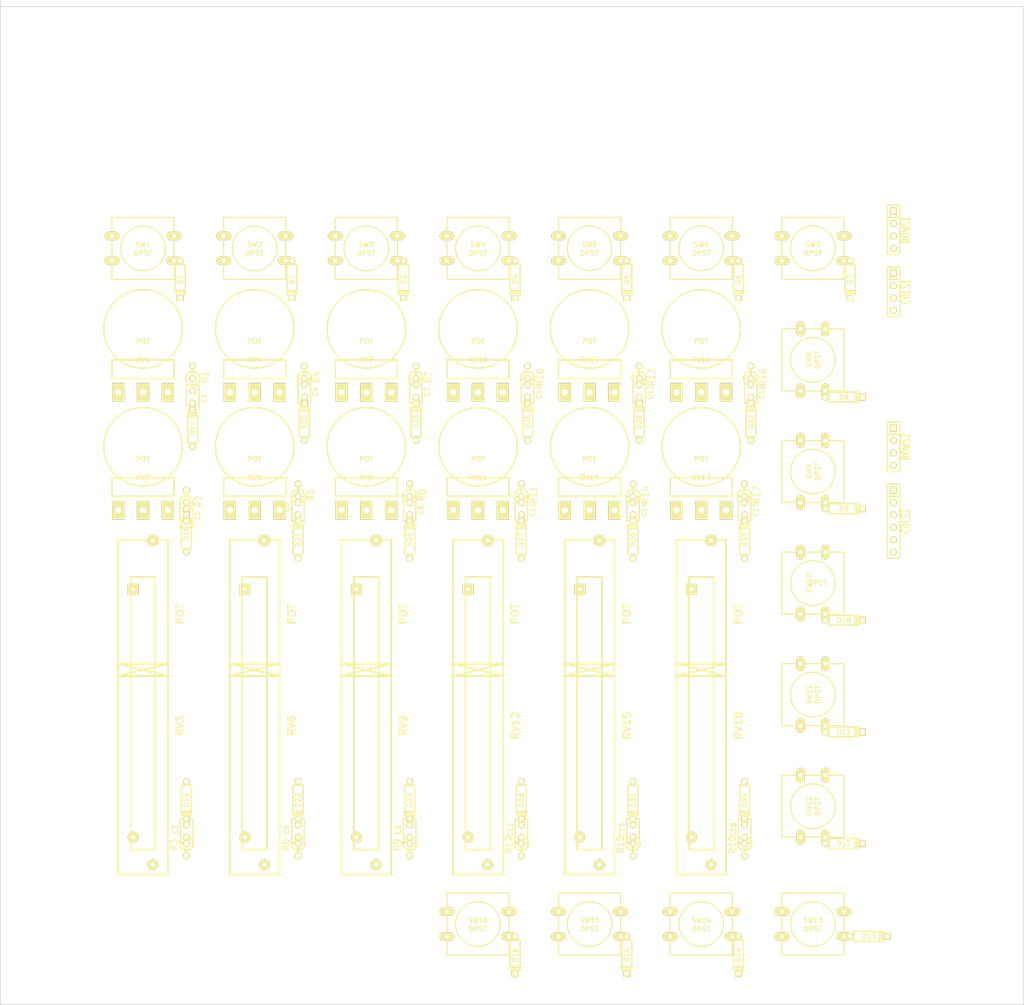
<source format=kicad_pcb>
(kicad_pcb (version 3) (host pcbnew "(2013-mar-25)-stable")

  (general
    (links 206)
    (no_connects 190)
    (area 149.784999 51.994999 359.485001 257.885001)
    (thickness 1.6)
    (drawings 4)
    (tracks 0)
    (zones 0)
    (modules 108)
    (nets 71)
  )

  (page A3)
  (layers
    (15 F.Cu signal)
    (0 B.Cu signal)
    (16 B.Adhes user)
    (17 F.Adhes user)
    (18 B.Paste user)
    (19 F.Paste user)
    (20 B.SilkS user)
    (21 F.SilkS user)
    (22 B.Mask user)
    (23 F.Mask user)
    (24 Dwgs.User user)
    (25 Cmts.User user)
    (26 Eco1.User user)
    (27 Eco2.User user)
    (28 Edge.Cuts user)
  )

  (setup
    (last_trace_width 0.254)
    (trace_clearance 0.254)
    (zone_clearance 0.508)
    (zone_45_only no)
    (trace_min 0.254)
    (segment_width 0.2)
    (edge_width 0.15)
    (via_size 0.889)
    (via_drill 0.635)
    (via_min_size 0.889)
    (via_min_drill 0.508)
    (uvia_size 0.508)
    (uvia_drill 0.127)
    (uvias_allowed no)
    (uvia_min_size 0.508)
    (uvia_min_drill 0.127)
    (pcb_text_width 0.3)
    (pcb_text_size 1.5 1.5)
    (mod_edge_width 0.3)
    (mod_text_size 1.5 1.5)
    (mod_text_width 0.15)
    (pad_size 2.5 3.81)
    (pad_drill 1.27)
    (pad_to_mask_clearance 0.2)
    (aux_axis_origin 0 0)
    (visible_elements FFFFFFBF)
    (pcbplotparams
      (layerselection 3178497)
      (usegerberextensions true)
      (excludeedgelayer true)
      (linewidth 100000)
      (plotframeref false)
      (viasonmask false)
      (mode 1)
      (useauxorigin false)
      (hpglpennumber 1)
      (hpglpenspeed 20)
      (hpglpendiameter 15)
      (hpglpenoverlay 2)
      (psnegative false)
      (psa4output false)
      (plotreference true)
      (plotvalue true)
      (plotothertext true)
      (plotinvisibletext false)
      (padsonsilk false)
      (subtractmaskfromsilk false)
      (outputformat 1)
      (mirror false)
      (drillshape 1)
      (scaleselection 1)
      (outputdirectory ""))
  )

  (net 0 "")
  (net 1 /a1)
  (net 2 /a2)
  (net 3 /a3)
  (net 4 /a4)
  (net 5 /c1)
  (net 6 /c2)
  (net 7 /c3)
  (net 8 /c4)
  (net 9 /col1)
  (net 10 /col2)
  (net 11 /col3)
  (net 12 /col4)
  (net 13 /col5)
  (net 14 /col6)
  (net 15 /row1)
  (net 16 /row2)
  (net 17 /row3)
  (net 18 GND)
  (net 19 N-0000010)
  (net 20 N-0000011)
  (net 21 N-0000012)
  (net 22 N-0000013)
  (net 23 N-0000014)
  (net 24 N-0000015)
  (net 25 N-0000016)
  (net 26 N-0000017)
  (net 27 N-0000018)
  (net 28 N-0000019)
  (net 29 N-0000020)
  (net 30 N-0000021)
  (net 31 N-0000025)
  (net 32 N-0000026)
  (net 33 N-0000029)
  (net 34 N-0000031)
  (net 35 N-0000033)
  (net 36 N-0000034)
  (net 37 N-0000035)
  (net 38 N-0000036)
  (net 39 N-0000037)
  (net 40 N-0000038)
  (net 41 N-0000039)
  (net 42 N-0000040)
  (net 43 N-0000041)
  (net 44 N-0000042)
  (net 45 N-0000043)
  (net 46 N-0000044)
  (net 47 N-000005)
  (net 48 N-0000050)
  (net 49 N-0000051)
  (net 50 N-0000052)
  (net 51 N-0000053)
  (net 52 N-0000054)
  (net 53 N-0000055)
  (net 54 N-0000056)
  (net 55 N-0000057)
  (net 56 N-0000058)
  (net 57 N-0000059)
  (net 58 N-000006)
  (net 59 N-0000060)
  (net 60 N-0000061)
  (net 61 N-0000062)
  (net 62 N-0000063)
  (net 63 N-0000064)
  (net 64 N-0000065)
  (net 65 N-0000066)
  (net 66 N-0000067)
  (net 67 N-0000068)
  (net 68 N-000007)
  (net 69 N-000008)
  (net 70 N-000009)

  (net_class Default "This is the default net class."
    (clearance 0.254)
    (trace_width 0.254)
    (via_dia 0.889)
    (via_drill 0.635)
    (uvia_dia 0.508)
    (uvia_drill 0.127)
    (add_net "")
    (add_net /a1)
    (add_net /a2)
    (add_net /a3)
    (add_net /a4)
    (add_net /c1)
    (add_net /c2)
    (add_net /c3)
    (add_net /c4)
    (add_net /col1)
    (add_net /col2)
    (add_net /col3)
    (add_net /col4)
    (add_net /col5)
    (add_net /col6)
    (add_net /row1)
    (add_net /row2)
    (add_net /row3)
    (add_net GND)
    (add_net N-0000010)
    (add_net N-0000011)
    (add_net N-0000012)
    (add_net N-0000013)
    (add_net N-0000014)
    (add_net N-0000015)
    (add_net N-0000016)
    (add_net N-0000017)
    (add_net N-0000018)
    (add_net N-0000019)
    (add_net N-0000020)
    (add_net N-0000021)
    (add_net N-0000025)
    (add_net N-0000026)
    (add_net N-0000029)
    (add_net N-0000031)
    (add_net N-0000033)
    (add_net N-0000034)
    (add_net N-0000035)
    (add_net N-0000036)
    (add_net N-0000037)
    (add_net N-0000038)
    (add_net N-0000039)
    (add_net N-0000040)
    (add_net N-0000041)
    (add_net N-0000042)
    (add_net N-0000043)
    (add_net N-0000044)
    (add_net N-000005)
    (add_net N-0000050)
    (add_net N-0000051)
    (add_net N-0000052)
    (add_net N-0000053)
    (add_net N-0000054)
    (add_net N-0000055)
    (add_net N-0000056)
    (add_net N-0000057)
    (add_net N-0000058)
    (add_net N-0000059)
    (add_net N-000006)
    (add_net N-0000060)
    (add_net N-0000061)
    (add_net N-0000062)
    (add_net N-0000063)
    (add_net N-0000064)
    (add_net N-0000065)
    (add_net N-0000066)
    (add_net N-0000067)
    (add_net N-0000068)
    (add_net N-000007)
    (add_net N-000008)
    (add_net N-000009)
  )

  (module SW_PUSH-12mm (layer F.Cu) (tedit 5214EF60) (tstamp 5214D9DF)
    (at 316.23 148.59 90)
    (path /5214D1C4)
    (fp_text reference SW9 (at 0 -0.762 90) (layer F.SilkS)
      (effects (font (size 1.016 1.016) (thickness 0.2032)))
    )
    (fp_text value DPST (at 0 1.016 90) (layer F.SilkS)
      (effects (font (size 1.016 1.016) (thickness 0.2032)))
    )
    (fp_circle (center 0 0) (end 3.81 2.54) (layer F.SilkS) (width 0.254))
    (fp_line (start -6.35 -6.35) (end 6.35 -6.35) (layer F.SilkS) (width 0.254))
    (fp_line (start 6.35 -6.35) (end 6.35 6.35) (layer F.SilkS) (width 0.254))
    (fp_line (start 6.35 6.35) (end -6.35 6.35) (layer F.SilkS) (width 0.254))
    (fp_line (start -6.35 6.35) (end -6.35 -6.35) (layer F.SilkS) (width 0.254))
    (pad 1 thru_hole oval (at 6.35 -2.54 90) (size 3.048 1.7272) (drill 0.8128)
      (layers *.Cu *.Mask F.SilkS)
      (net 3 /a3)
    )
    (pad 2 thru_hole oval (at 6.35 2.54 90) (size 3.048 1.7272) (drill 0.8128)
      (layers *.Cu *.Mask F.SilkS)
      (net 22 N-0000013)
    )
    (pad 1 thru_hole oval (at -6.35 -2.54 90) (size 3.048 1.7272) (drill 0.8128)
      (layers *.Cu *.Mask F.SilkS)
      (net 3 /a3)
    )
    (pad 2 thru_hole oval (at -6.35 2.54 90) (size 3.048 1.7272) (drill 0.8128)
      (layers *.Cu *.Mask F.SilkS)
      (net 22 N-0000013)
    )
  )

  (module SW_PUSH-12mm (layer F.Cu) (tedit 4C612761) (tstamp 5214D9EC)
    (at 316.23 125.73 90)
    (path /5214CF8D)
    (fp_text reference SW8 (at 0 -0.762 90) (layer F.SilkS)
      (effects (font (size 1.016 1.016) (thickness 0.2032)))
    )
    (fp_text value DPST (at 0 1.016 90) (layer F.SilkS)
      (effects (font (size 1.016 1.016) (thickness 0.2032)))
    )
    (fp_circle (center 0 0) (end 3.81 2.54) (layer F.SilkS) (width 0.254))
    (fp_line (start -6.35 -6.35) (end 6.35 -6.35) (layer F.SilkS) (width 0.254))
    (fp_line (start 6.35 -6.35) (end 6.35 6.35) (layer F.SilkS) (width 0.254))
    (fp_line (start 6.35 6.35) (end -6.35 6.35) (layer F.SilkS) (width 0.254))
    (fp_line (start -6.35 6.35) (end -6.35 -6.35) (layer F.SilkS) (width 0.254))
    (pad 1 thru_hole oval (at 6.35 -2.54 90) (size 3.048 1.7272) (drill 0.8128)
      (layers *.Cu *.Mask F.SilkS)
      (net 2 /a2)
    )
    (pad 2 thru_hole oval (at 6.35 2.54 90) (size 3.048 1.7272) (drill 0.8128)
      (layers *.Cu *.Mask F.SilkS)
      (net 19 N-0000010)
    )
    (pad 1 thru_hole oval (at -6.35 -2.54 90) (size 3.048 1.7272) (drill 0.8128)
      (layers *.Cu *.Mask F.SilkS)
      (net 2 /a2)
    )
    (pad 2 thru_hole oval (at -6.35 2.54 90) (size 3.048 1.7272) (drill 0.8128)
      (layers *.Cu *.Mask F.SilkS)
      (net 19 N-0000010)
    )
  )

  (module SW_PUSH-12mm (layer F.Cu) (tedit 4C612761) (tstamp 5214D9F9)
    (at 179.07 102.87)
    (path /5214C224)
    (fp_text reference SW1 (at 0 -0.762) (layer F.SilkS)
      (effects (font (size 1.016 1.016) (thickness 0.2032)))
    )
    (fp_text value DPST (at 0 1.016) (layer F.SilkS)
      (effects (font (size 1.016 1.016) (thickness 0.2032)))
    )
    (fp_circle (center 0 0) (end 3.81 2.54) (layer F.SilkS) (width 0.254))
    (fp_line (start -6.35 -6.35) (end 6.35 -6.35) (layer F.SilkS) (width 0.254))
    (fp_line (start 6.35 -6.35) (end 6.35 6.35) (layer F.SilkS) (width 0.254))
    (fp_line (start 6.35 6.35) (end -6.35 6.35) (layer F.SilkS) (width 0.254))
    (fp_line (start -6.35 6.35) (end -6.35 -6.35) (layer F.SilkS) (width 0.254))
    (pad 1 thru_hole oval (at 6.35 -2.54) (size 3.048 1.7272) (drill 0.8128)
      (layers *.Cu *.Mask F.SilkS)
      (net 1 /a1)
    )
    (pad 2 thru_hole oval (at 6.35 2.54) (size 3.048 1.7272) (drill 0.8128)
      (layers *.Cu *.Mask F.SilkS)
      (net 29 N-0000020)
    )
    (pad 1 thru_hole oval (at -6.35 -2.54) (size 3.048 1.7272) (drill 0.8128)
      (layers *.Cu *.Mask F.SilkS)
      (net 1 /a1)
    )
    (pad 2 thru_hole oval (at -6.35 2.54) (size 3.048 1.7272) (drill 0.8128)
      (layers *.Cu *.Mask F.SilkS)
      (net 29 N-0000020)
    )
  )

  (module SW_PUSH-12mm (layer F.Cu) (tedit 4C612761) (tstamp 521A0E53)
    (at 201.93 102.87)
    (path /5214C23F)
    (fp_text reference SW2 (at 0 -0.762) (layer F.SilkS)
      (effects (font (size 1.016 1.016) (thickness 0.2032)))
    )
    (fp_text value DPST (at 0 1.016) (layer F.SilkS)
      (effects (font (size 1.016 1.016) (thickness 0.2032)))
    )
    (fp_circle (center 0 0) (end 3.81 2.54) (layer F.SilkS) (width 0.254))
    (fp_line (start -6.35 -6.35) (end 6.35 -6.35) (layer F.SilkS) (width 0.254))
    (fp_line (start 6.35 -6.35) (end 6.35 6.35) (layer F.SilkS) (width 0.254))
    (fp_line (start 6.35 6.35) (end -6.35 6.35) (layer F.SilkS) (width 0.254))
    (fp_line (start -6.35 6.35) (end -6.35 -6.35) (layer F.SilkS) (width 0.254))
    (pad 1 thru_hole oval (at 6.35 -2.54) (size 3.048 1.7272) (drill 0.8128)
      (layers *.Cu *.Mask F.SilkS)
      (net 1 /a1)
    )
    (pad 2 thru_hole oval (at 6.35 2.54) (size 3.048 1.7272) (drill 0.8128)
      (layers *.Cu *.Mask F.SilkS)
      (net 28 N-0000019)
    )
    (pad 1 thru_hole oval (at -6.35 -2.54) (size 3.048 1.7272) (drill 0.8128)
      (layers *.Cu *.Mask F.SilkS)
      (net 1 /a1)
    )
    (pad 2 thru_hole oval (at -6.35 2.54) (size 3.048 1.7272) (drill 0.8128)
      (layers *.Cu *.Mask F.SilkS)
      (net 28 N-0000019)
    )
  )

  (module SW_PUSH-12mm (layer F.Cu) (tedit 4C612761) (tstamp 5214DA13)
    (at 224.79 102.87)
    (path /5214C24A)
    (fp_text reference SW3 (at 0 -0.762) (layer F.SilkS)
      (effects (font (size 1.016 1.016) (thickness 0.2032)))
    )
    (fp_text value DPST (at 0 1.016) (layer F.SilkS)
      (effects (font (size 1.016 1.016) (thickness 0.2032)))
    )
    (fp_circle (center 0 0) (end 3.81 2.54) (layer F.SilkS) (width 0.254))
    (fp_line (start -6.35 -6.35) (end 6.35 -6.35) (layer F.SilkS) (width 0.254))
    (fp_line (start 6.35 -6.35) (end 6.35 6.35) (layer F.SilkS) (width 0.254))
    (fp_line (start 6.35 6.35) (end -6.35 6.35) (layer F.SilkS) (width 0.254))
    (fp_line (start -6.35 6.35) (end -6.35 -6.35) (layer F.SilkS) (width 0.254))
    (pad 1 thru_hole oval (at 6.35 -2.54) (size 3.048 1.7272) (drill 0.8128)
      (layers *.Cu *.Mask F.SilkS)
      (net 1 /a1)
    )
    (pad 2 thru_hole oval (at 6.35 2.54) (size 3.048 1.7272) (drill 0.8128)
      (layers *.Cu *.Mask F.SilkS)
      (net 27 N-0000018)
    )
    (pad 1 thru_hole oval (at -6.35 -2.54) (size 3.048 1.7272) (drill 0.8128)
      (layers *.Cu *.Mask F.SilkS)
      (net 1 /a1)
    )
    (pad 2 thru_hole oval (at -6.35 2.54) (size 3.048 1.7272) (drill 0.8128)
      (layers *.Cu *.Mask F.SilkS)
      (net 27 N-0000018)
    )
  )

  (module SW_PUSH-12mm (layer F.Cu) (tedit 4C612761) (tstamp 5214DA20)
    (at 247.65 102.87)
    (path /5214C252)
    (fp_text reference SW4 (at 0 -0.762) (layer F.SilkS)
      (effects (font (size 1.016 1.016) (thickness 0.2032)))
    )
    (fp_text value DPST (at 0 1.016) (layer F.SilkS)
      (effects (font (size 1.016 1.016) (thickness 0.2032)))
    )
    (fp_circle (center 0 0) (end 3.81 2.54) (layer F.SilkS) (width 0.254))
    (fp_line (start -6.35 -6.35) (end 6.35 -6.35) (layer F.SilkS) (width 0.254))
    (fp_line (start 6.35 -6.35) (end 6.35 6.35) (layer F.SilkS) (width 0.254))
    (fp_line (start 6.35 6.35) (end -6.35 6.35) (layer F.SilkS) (width 0.254))
    (fp_line (start -6.35 6.35) (end -6.35 -6.35) (layer F.SilkS) (width 0.254))
    (pad 1 thru_hole oval (at 6.35 -2.54) (size 3.048 1.7272) (drill 0.8128)
      (layers *.Cu *.Mask F.SilkS)
      (net 1 /a1)
    )
    (pad 2 thru_hole oval (at 6.35 2.54) (size 3.048 1.7272) (drill 0.8128)
      (layers *.Cu *.Mask F.SilkS)
      (net 26 N-0000017)
    )
    (pad 1 thru_hole oval (at -6.35 -2.54) (size 3.048 1.7272) (drill 0.8128)
      (layers *.Cu *.Mask F.SilkS)
      (net 1 /a1)
    )
    (pad 2 thru_hole oval (at -6.35 2.54) (size 3.048 1.7272) (drill 0.8128)
      (layers *.Cu *.Mask F.SilkS)
      (net 26 N-0000017)
    )
  )

  (module SW_PUSH-12mm (layer F.Cu) (tedit 4C612761) (tstamp 5214EFBF)
    (at 316.23 102.87)
    (path /5214CF87)
    (fp_text reference SW7 (at 0 -0.762) (layer F.SilkS)
      (effects (font (size 1.016 1.016) (thickness 0.2032)))
    )
    (fp_text value DPST (at 0 1.016) (layer F.SilkS)
      (effects (font (size 1.016 1.016) (thickness 0.2032)))
    )
    (fp_circle (center 0 0) (end 3.81 2.54) (layer F.SilkS) (width 0.254))
    (fp_line (start -6.35 -6.35) (end 6.35 -6.35) (layer F.SilkS) (width 0.254))
    (fp_line (start 6.35 -6.35) (end 6.35 6.35) (layer F.SilkS) (width 0.254))
    (fp_line (start 6.35 6.35) (end -6.35 6.35) (layer F.SilkS) (width 0.254))
    (fp_line (start -6.35 6.35) (end -6.35 -6.35) (layer F.SilkS) (width 0.254))
    (pad 1 thru_hole oval (at 6.35 -2.54) (size 3.048 1.7272) (drill 0.8128)
      (layers *.Cu *.Mask F.SilkS)
      (net 2 /a2)
    )
    (pad 2 thru_hole oval (at 6.35 2.54) (size 3.048 1.7272) (drill 0.8128)
      (layers *.Cu *.Mask F.SilkS)
      (net 20 N-0000011)
    )
    (pad 1 thru_hole oval (at -6.35 -2.54) (size 3.048 1.7272) (drill 0.8128)
      (layers *.Cu *.Mask F.SilkS)
      (net 2 /a2)
    )
    (pad 2 thru_hole oval (at -6.35 2.54) (size 3.048 1.7272) (drill 0.8128)
      (layers *.Cu *.Mask F.SilkS)
      (net 20 N-0000011)
    )
  )

  (module SW_PUSH-12mm (layer F.Cu) (tedit 4C612761) (tstamp 5214DA3A)
    (at 293.37 102.87)
    (path /5214CF81)
    (fp_text reference SW6 (at 0 -0.762) (layer F.SilkS)
      (effects (font (size 1.016 1.016) (thickness 0.2032)))
    )
    (fp_text value DPST (at 0 1.016) (layer F.SilkS)
      (effects (font (size 1.016 1.016) (thickness 0.2032)))
    )
    (fp_circle (center 0 0) (end 3.81 2.54) (layer F.SilkS) (width 0.254))
    (fp_line (start -6.35 -6.35) (end 6.35 -6.35) (layer F.SilkS) (width 0.254))
    (fp_line (start 6.35 -6.35) (end 6.35 6.35) (layer F.SilkS) (width 0.254))
    (fp_line (start 6.35 6.35) (end -6.35 6.35) (layer F.SilkS) (width 0.254))
    (fp_line (start -6.35 6.35) (end -6.35 -6.35) (layer F.SilkS) (width 0.254))
    (pad 1 thru_hole oval (at 6.35 -2.54) (size 3.048 1.7272) (drill 0.8128)
      (layers *.Cu *.Mask F.SilkS)
      (net 2 /a2)
    )
    (pad 2 thru_hole oval (at 6.35 2.54) (size 3.048 1.7272) (drill 0.8128)
      (layers *.Cu *.Mask F.SilkS)
      (net 21 N-0000012)
    )
    (pad 1 thru_hole oval (at -6.35 -2.54) (size 3.048 1.7272) (drill 0.8128)
      (layers *.Cu *.Mask F.SilkS)
      (net 2 /a2)
    )
    (pad 2 thru_hole oval (at -6.35 2.54) (size 3.048 1.7272) (drill 0.8128)
      (layers *.Cu *.Mask F.SilkS)
      (net 21 N-0000012)
    )
  )

  (module SW_PUSH-12mm (layer F.Cu) (tedit 5214EF19) (tstamp 5214DA47)
    (at 316.23 171.45 90)
    (path /5214D1CA)
    (fp_text reference SW10 (at 0 -0.762 90) (layer F.SilkS)
      (effects (font (size 1.016 1.016) (thickness 0.2032)))
    )
    (fp_text value DPST (at 0 1.016 180) (layer F.SilkS)
      (effects (font (size 1.016 1.016) (thickness 0.2032)))
    )
    (fp_circle (center 0 0) (end 3.81 2.54) (layer F.SilkS) (width 0.254))
    (fp_line (start -6.35 -6.35) (end 6.35 -6.35) (layer F.SilkS) (width 0.254))
    (fp_line (start 6.35 -6.35) (end 6.35 6.35) (layer F.SilkS) (width 0.254))
    (fp_line (start 6.35 6.35) (end -6.35 6.35) (layer F.SilkS) (width 0.254))
    (fp_line (start -6.35 6.35) (end -6.35 -6.35) (layer F.SilkS) (width 0.254))
    (pad 1 thru_hole oval (at 6.35 -2.54 90) (size 3.048 1.7272) (drill 0.8128)
      (layers *.Cu *.Mask F.SilkS)
      (net 3 /a3)
    )
    (pad 2 thru_hole oval (at 6.35 2.54 90) (size 3.048 1.7272) (drill 0.8128)
      (layers *.Cu *.Mask F.SilkS)
      (net 23 N-0000014)
    )
    (pad 1 thru_hole oval (at -6.35 -2.54 90) (size 3.048 1.7272) (drill 0.8128)
      (layers *.Cu *.Mask F.SilkS)
      (net 3 /a3)
    )
    (pad 2 thru_hole oval (at -6.35 2.54 90) (size 3.048 1.7272) (drill 0.8128)
      (layers *.Cu *.Mask F.SilkS)
      (net 23 N-0000014)
    )
  )

  (module SW_PUSH-12mm (layer F.Cu) (tedit 4C612761) (tstamp 5214DA54)
    (at 247.65 241.3)
    (path /5214D23B)
    (fp_text reference SW16 (at 0 -0.762) (layer F.SilkS)
      (effects (font (size 1.016 1.016) (thickness 0.2032)))
    )
    (fp_text value DPST (at 0 1.016) (layer F.SilkS)
      (effects (font (size 1.016 1.016) (thickness 0.2032)))
    )
    (fp_circle (center 0 0) (end 3.81 2.54) (layer F.SilkS) (width 0.254))
    (fp_line (start -6.35 -6.35) (end 6.35 -6.35) (layer F.SilkS) (width 0.254))
    (fp_line (start 6.35 -6.35) (end 6.35 6.35) (layer F.SilkS) (width 0.254))
    (fp_line (start 6.35 6.35) (end -6.35 6.35) (layer F.SilkS) (width 0.254))
    (fp_line (start -6.35 6.35) (end -6.35 -6.35) (layer F.SilkS) (width 0.254))
    (pad 1 thru_hole oval (at 6.35 -2.54) (size 3.048 1.7272) (drill 0.8128)
      (layers *.Cu *.Mask F.SilkS)
      (net 4 /a4)
    )
    (pad 2 thru_hole oval (at 6.35 2.54) (size 3.048 1.7272) (drill 0.8128)
      (layers *.Cu *.Mask F.SilkS)
      (net 58 N-000006)
    )
    (pad 1 thru_hole oval (at -6.35 -2.54) (size 3.048 1.7272) (drill 0.8128)
      (layers *.Cu *.Mask F.SilkS)
      (net 4 /a4)
    )
    (pad 2 thru_hole oval (at -6.35 2.54) (size 3.048 1.7272) (drill 0.8128)
      (layers *.Cu *.Mask F.SilkS)
      (net 58 N-000006)
    )
  )

  (module SW_PUSH-12mm (layer F.Cu) (tedit 4C612761) (tstamp 5214DA61)
    (at 270.51 102.87)
    (path /5214C67D)
    (fp_text reference SW5 (at 0 -0.762) (layer F.SilkS)
      (effects (font (size 1.016 1.016) (thickness 0.2032)))
    )
    (fp_text value DPST (at 0 1.016) (layer F.SilkS)
      (effects (font (size 1.016 1.016) (thickness 0.2032)))
    )
    (fp_circle (center 0 0) (end 3.81 2.54) (layer F.SilkS) (width 0.254))
    (fp_line (start -6.35 -6.35) (end 6.35 -6.35) (layer F.SilkS) (width 0.254))
    (fp_line (start 6.35 -6.35) (end 6.35 6.35) (layer F.SilkS) (width 0.254))
    (fp_line (start 6.35 6.35) (end -6.35 6.35) (layer F.SilkS) (width 0.254))
    (fp_line (start -6.35 6.35) (end -6.35 -6.35) (layer F.SilkS) (width 0.254))
    (pad 1 thru_hole oval (at 6.35 -2.54) (size 3.048 1.7272) (drill 0.8128)
      (layers *.Cu *.Mask F.SilkS)
      (net 2 /a2)
    )
    (pad 2 thru_hole oval (at 6.35 2.54) (size 3.048 1.7272) (drill 0.8128)
      (layers *.Cu *.Mask F.SilkS)
      (net 70 N-000009)
    )
    (pad 1 thru_hole oval (at -6.35 -2.54) (size 3.048 1.7272) (drill 0.8128)
      (layers *.Cu *.Mask F.SilkS)
      (net 2 /a2)
    )
    (pad 2 thru_hole oval (at -6.35 2.54) (size 3.048 1.7272) (drill 0.8128)
      (layers *.Cu *.Mask F.SilkS)
      (net 70 N-000009)
    )
  )

  (module SW_PUSH-12mm (layer F.Cu) (tedit 4C612761) (tstamp 5214DA6E)
    (at 293.37 241.3)
    (path /5214D22F)
    (fp_text reference SW14 (at 0 -0.762) (layer F.SilkS)
      (effects (font (size 1.016 1.016) (thickness 0.2032)))
    )
    (fp_text value DPST (at 0 1.016) (layer F.SilkS)
      (effects (font (size 1.016 1.016) (thickness 0.2032)))
    )
    (fp_circle (center 0 0) (end 3.81 2.54) (layer F.SilkS) (width 0.254))
    (fp_line (start -6.35 -6.35) (end 6.35 -6.35) (layer F.SilkS) (width 0.254))
    (fp_line (start 6.35 -6.35) (end 6.35 6.35) (layer F.SilkS) (width 0.254))
    (fp_line (start 6.35 6.35) (end -6.35 6.35) (layer F.SilkS) (width 0.254))
    (fp_line (start -6.35 6.35) (end -6.35 -6.35) (layer F.SilkS) (width 0.254))
    (pad 1 thru_hole oval (at 6.35 -2.54) (size 3.048 1.7272) (drill 0.8128)
      (layers *.Cu *.Mask F.SilkS)
      (net 4 /a4)
    )
    (pad 2 thru_hole oval (at 6.35 2.54) (size 3.048 1.7272) (drill 0.8128)
      (layers *.Cu *.Mask F.SilkS)
      (net 69 N-000008)
    )
    (pad 1 thru_hole oval (at -6.35 -2.54) (size 3.048 1.7272) (drill 0.8128)
      (layers *.Cu *.Mask F.SilkS)
      (net 4 /a4)
    )
    (pad 2 thru_hole oval (at -6.35 2.54) (size 3.048 1.7272) (drill 0.8128)
      (layers *.Cu *.Mask F.SilkS)
      (net 69 N-000008)
    )
  )

  (module SW_PUSH-12mm (layer F.Cu) (tedit 4C612761) (tstamp 5214DA7B)
    (at 316.23 194.31 90)
    (path /5214D1D0)
    (fp_text reference SW11 (at 0 -0.762 90) (layer F.SilkS)
      (effects (font (size 1.016 1.016) (thickness 0.2032)))
    )
    (fp_text value DPST (at 0 1.016 90) (layer F.SilkS)
      (effects (font (size 1.016 1.016) (thickness 0.2032)))
    )
    (fp_circle (center 0 0) (end 3.81 2.54) (layer F.SilkS) (width 0.254))
    (fp_line (start -6.35 -6.35) (end 6.35 -6.35) (layer F.SilkS) (width 0.254))
    (fp_line (start 6.35 -6.35) (end 6.35 6.35) (layer F.SilkS) (width 0.254))
    (fp_line (start 6.35 6.35) (end -6.35 6.35) (layer F.SilkS) (width 0.254))
    (fp_line (start -6.35 6.35) (end -6.35 -6.35) (layer F.SilkS) (width 0.254))
    (pad 1 thru_hole oval (at 6.35 -2.54 90) (size 3.048 1.7272) (drill 0.8128)
      (layers *.Cu *.Mask F.SilkS)
      (net 3 /a3)
    )
    (pad 2 thru_hole oval (at 6.35 2.54 90) (size 3.048 1.7272) (drill 0.8128)
      (layers *.Cu *.Mask F.SilkS)
      (net 24 N-0000015)
    )
    (pad 1 thru_hole oval (at -6.35 -2.54 90) (size 3.048 1.7272) (drill 0.8128)
      (layers *.Cu *.Mask F.SilkS)
      (net 3 /a3)
    )
    (pad 2 thru_hole oval (at -6.35 2.54 90) (size 3.048 1.7272) (drill 0.8128)
      (layers *.Cu *.Mask F.SilkS)
      (net 24 N-0000015)
    )
  )

  (module SW_PUSH-12mm (layer F.Cu) (tedit 4C612761) (tstamp 5214DA88)
    (at 316.23 241.3)
    (path /5214D218)
    (fp_text reference SW13 (at 0 -0.762) (layer F.SilkS)
      (effects (font (size 1.016 1.016) (thickness 0.2032)))
    )
    (fp_text value DPST (at 0 1.016) (layer F.SilkS)
      (effects (font (size 1.016 1.016) (thickness 0.2032)))
    )
    (fp_circle (center 0 0) (end 3.81 2.54) (layer F.SilkS) (width 0.254))
    (fp_line (start -6.35 -6.35) (end 6.35 -6.35) (layer F.SilkS) (width 0.254))
    (fp_line (start 6.35 -6.35) (end 6.35 6.35) (layer F.SilkS) (width 0.254))
    (fp_line (start 6.35 6.35) (end -6.35 6.35) (layer F.SilkS) (width 0.254))
    (fp_line (start -6.35 6.35) (end -6.35 -6.35) (layer F.SilkS) (width 0.254))
    (pad 1 thru_hole oval (at 6.35 -2.54) (size 3.048 1.7272) (drill 0.8128)
      (layers *.Cu *.Mask F.SilkS)
      (net 4 /a4)
    )
    (pad 2 thru_hole oval (at 6.35 2.54) (size 3.048 1.7272) (drill 0.8128)
      (layers *.Cu *.Mask F.SilkS)
      (net 47 N-000005)
    )
    (pad 1 thru_hole oval (at -6.35 -2.54) (size 3.048 1.7272) (drill 0.8128)
      (layers *.Cu *.Mask F.SilkS)
      (net 4 /a4)
    )
    (pad 2 thru_hole oval (at -6.35 2.54) (size 3.048 1.7272) (drill 0.8128)
      (layers *.Cu *.Mask F.SilkS)
      (net 47 N-000005)
    )
  )

  (module SW_PUSH-12mm (layer F.Cu) (tedit 4C612761) (tstamp 5214DA95)
    (at 270.51 241.3)
    (path /5214D235)
    (fp_text reference SW15 (at 0 -0.762) (layer F.SilkS)
      (effects (font (size 1.016 1.016) (thickness 0.2032)))
    )
    (fp_text value DPST (at 0 1.016) (layer F.SilkS)
      (effects (font (size 1.016 1.016) (thickness 0.2032)))
    )
    (fp_circle (center 0 0) (end 3.81 2.54) (layer F.SilkS) (width 0.254))
    (fp_line (start -6.35 -6.35) (end 6.35 -6.35) (layer F.SilkS) (width 0.254))
    (fp_line (start 6.35 -6.35) (end 6.35 6.35) (layer F.SilkS) (width 0.254))
    (fp_line (start 6.35 6.35) (end -6.35 6.35) (layer F.SilkS) (width 0.254))
    (fp_line (start -6.35 6.35) (end -6.35 -6.35) (layer F.SilkS) (width 0.254))
    (pad 1 thru_hole oval (at 6.35 -2.54) (size 3.048 1.7272) (drill 0.8128)
      (layers *.Cu *.Mask F.SilkS)
      (net 4 /a4)
    )
    (pad 2 thru_hole oval (at 6.35 2.54) (size 3.048 1.7272) (drill 0.8128)
      (layers *.Cu *.Mask F.SilkS)
      (net 68 N-000007)
    )
    (pad 1 thru_hole oval (at -6.35 -2.54) (size 3.048 1.7272) (drill 0.8128)
      (layers *.Cu *.Mask F.SilkS)
      (net 4 /a4)
    )
    (pad 2 thru_hole oval (at -6.35 2.54) (size 3.048 1.7272) (drill 0.8128)
      (layers *.Cu *.Mask F.SilkS)
      (net 68 N-000007)
    )
  )

  (module SW_PUSH-12mm (layer F.Cu) (tedit 4C612761) (tstamp 5214DAA2)
    (at 316.23 217.17 90)
    (path /5214D1D6)
    (fp_text reference SW12 (at 0 -0.762 90) (layer F.SilkS)
      (effects (font (size 1.016 1.016) (thickness 0.2032)))
    )
    (fp_text value DPST (at 0 1.016 90) (layer F.SilkS)
      (effects (font (size 1.016 1.016) (thickness 0.2032)))
    )
    (fp_circle (center 0 0) (end 3.81 2.54) (layer F.SilkS) (width 0.254))
    (fp_line (start -6.35 -6.35) (end 6.35 -6.35) (layer F.SilkS) (width 0.254))
    (fp_line (start 6.35 -6.35) (end 6.35 6.35) (layer F.SilkS) (width 0.254))
    (fp_line (start 6.35 6.35) (end -6.35 6.35) (layer F.SilkS) (width 0.254))
    (fp_line (start -6.35 6.35) (end -6.35 -6.35) (layer F.SilkS) (width 0.254))
    (pad 1 thru_hole oval (at 6.35 -2.54 90) (size 3.048 1.7272) (drill 0.8128)
      (layers *.Cu *.Mask F.SilkS)
      (net 3 /a3)
    )
    (pad 2 thru_hole oval (at 6.35 2.54 90) (size 3.048 1.7272) (drill 0.8128)
      (layers *.Cu *.Mask F.SilkS)
      (net 25 N-0000016)
    )
    (pad 1 thru_hole oval (at -6.35 -2.54 90) (size 3.048 1.7272) (drill 0.8128)
      (layers *.Cu *.Mask F.SilkS)
      (net 3 /a3)
    )
    (pad 2 thru_hole oval (at -6.35 2.54 90) (size 3.048 1.7272) (drill 0.8128)
      (layers *.Cu *.Mask F.SilkS)
      (net 25 N-0000016)
    )
  )

  (module SIL-4 (layer F.Cu) (tedit 200000) (tstamp 5214FF91)
    (at 332.74 111.76 270)
    (descr "Connecteur 4 pibs")
    (tags "CONN DEV")
    (path /5214C101)
    (fp_text reference COLS1 (at 0 -2.54 270) (layer F.SilkS)
      (effects (font (size 1.73482 1.08712) (thickness 0.3048)))
    )
    (fp_text value CONN_4 (at 0 -2.54 270) (layer F.SilkS) hide
      (effects (font (size 1.524 1.016) (thickness 0.3048)))
    )
    (fp_line (start -5.08 -1.27) (end -5.08 -1.27) (layer F.SilkS) (width 0.3048))
    (fp_line (start -5.08 1.27) (end -5.08 -1.27) (layer F.SilkS) (width 0.3048))
    (fp_line (start -5.08 -1.27) (end -5.08 -1.27) (layer F.SilkS) (width 0.3048))
    (fp_line (start -5.08 -1.27) (end 5.08 -1.27) (layer F.SilkS) (width 0.3048))
    (fp_line (start 5.08 -1.27) (end 5.08 1.27) (layer F.SilkS) (width 0.3048))
    (fp_line (start 5.08 1.27) (end -5.08 1.27) (layer F.SilkS) (width 0.3048))
    (fp_line (start -2.54 1.27) (end -2.54 -1.27) (layer F.SilkS) (width 0.3048))
    (pad 1 thru_hole rect (at -3.81 0 270) (size 1.397 1.397) (drill 0.8128)
      (layers *.Cu *.Mask F.SilkS)
      (net 5 /c1)
    )
    (pad 2 thru_hole circle (at -1.27 0 270) (size 1.397 1.397) (drill 0.8128)
      (layers *.Cu *.Mask F.SilkS)
      (net 6 /c2)
    )
    (pad 3 thru_hole circle (at 1.27 0 270) (size 1.397 1.397) (drill 0.8128)
      (layers *.Cu *.Mask F.SilkS)
      (net 7 /c3)
    )
    (pad 4 thru_hole circle (at 3.81 0 270) (size 1.397 1.397) (drill 0.8128)
      (layers *.Cu *.Mask F.SilkS)
      (net 8 /c4)
    )
  )

  (module SIL-4 (layer F.Cu) (tedit 200000) (tstamp 5214DAC0)
    (at 332.74 99.06 270)
    (descr "Connecteur 4 pibs")
    (tags "CONN DEV")
    (path /5214C0F4)
    (fp_text reference ROWS1 (at 0 -2.54 270) (layer F.SilkS)
      (effects (font (size 1.73482 1.08712) (thickness 0.3048)))
    )
    (fp_text value CONN_4 (at 0 -2.54 270) (layer F.SilkS) hide
      (effects (font (size 1.524 1.016) (thickness 0.3048)))
    )
    (fp_line (start -5.08 -1.27) (end -5.08 -1.27) (layer F.SilkS) (width 0.3048))
    (fp_line (start -5.08 1.27) (end -5.08 -1.27) (layer F.SilkS) (width 0.3048))
    (fp_line (start -5.08 -1.27) (end -5.08 -1.27) (layer F.SilkS) (width 0.3048))
    (fp_line (start -5.08 -1.27) (end 5.08 -1.27) (layer F.SilkS) (width 0.3048))
    (fp_line (start 5.08 -1.27) (end 5.08 1.27) (layer F.SilkS) (width 0.3048))
    (fp_line (start 5.08 1.27) (end -5.08 1.27) (layer F.SilkS) (width 0.3048))
    (fp_line (start -2.54 1.27) (end -2.54 -1.27) (layer F.SilkS) (width 0.3048))
    (pad 1 thru_hole rect (at -3.81 0 270) (size 1.397 1.397) (drill 0.8128)
      (layers *.Cu *.Mask F.SilkS)
      (net 1 /a1)
    )
    (pad 2 thru_hole circle (at -1.27 0 270) (size 1.397 1.397) (drill 0.8128)
      (layers *.Cu *.Mask F.SilkS)
      (net 2 /a2)
    )
    (pad 3 thru_hole circle (at 1.27 0 270) (size 1.397 1.397) (drill 0.8128)
      (layers *.Cu *.Mask F.SilkS)
      (net 3 /a3)
    )
    (pad 4 thru_hole circle (at 3.81 0 270) (size 1.397 1.397) (drill 0.8128)
      (layers *.Cu *.Mask F.SilkS)
      (net 4 /a4)
    )
  )

  (module D3 (layer F.Cu) (tedit 200000) (tstamp 5214DAD0)
    (at 322.58 179.07)
    (descr "Diode 3 pas")
    (tags "DIODE DEV")
    (path /5214D1EE)
    (fp_text reference D10 (at 0 0) (layer F.SilkS)
      (effects (font (size 1.016 1.016) (thickness 0.2032)))
    )
    (fp_text value DIODE (at 0 0) (layer F.SilkS) hide
      (effects (font (size 1.016 1.016) (thickness 0.2032)))
    )
    (fp_line (start 3.81 0) (end 3.048 0) (layer F.SilkS) (width 0.3048))
    (fp_line (start 3.048 0) (end 3.048 -1.016) (layer F.SilkS) (width 0.3048))
    (fp_line (start 3.048 -1.016) (end -3.048 -1.016) (layer F.SilkS) (width 0.3048))
    (fp_line (start -3.048 -1.016) (end -3.048 0) (layer F.SilkS) (width 0.3048))
    (fp_line (start -3.048 0) (end -3.81 0) (layer F.SilkS) (width 0.3048))
    (fp_line (start -3.048 0) (end -3.048 1.016) (layer F.SilkS) (width 0.3048))
    (fp_line (start -3.048 1.016) (end 3.048 1.016) (layer F.SilkS) (width 0.3048))
    (fp_line (start 3.048 1.016) (end 3.048 0) (layer F.SilkS) (width 0.3048))
    (fp_line (start 2.54 -1.016) (end 2.54 1.016) (layer F.SilkS) (width 0.3048))
    (fp_line (start 2.286 1.016) (end 2.286 -1.016) (layer F.SilkS) (width 0.3048))
    (pad 2 thru_hole rect (at 3.81 0) (size 1.397 1.397) (drill 0.8128)
      (layers *.Cu *.Mask F.SilkS)
      (net 6 /c2)
    )
    (pad 1 thru_hole circle (at -3.81 0) (size 1.397 1.397) (drill 0.8128)
      (layers *.Cu *.Mask F.SilkS)
      (net 23 N-0000014)
    )
    (model discret/diode.wrl
      (at (xyz 0 0 0))
      (scale (xyz 0.3 0.3 0.3))
      (rotate (xyz 0 0 0))
    )
  )

  (module D3 (layer F.Cu) (tedit 200000) (tstamp 5214DAE0)
    (at 322.58 224.79)
    (descr "Diode 3 pas")
    (tags "DIODE DEV")
    (path /5214D1FA)
    (fp_text reference D12 (at 0 0) (layer F.SilkS)
      (effects (font (size 1.016 1.016) (thickness 0.2032)))
    )
    (fp_text value DIODE (at 0 0) (layer F.SilkS) hide
      (effects (font (size 1.016 1.016) (thickness 0.2032)))
    )
    (fp_line (start 3.81 0) (end 3.048 0) (layer F.SilkS) (width 0.3048))
    (fp_line (start 3.048 0) (end 3.048 -1.016) (layer F.SilkS) (width 0.3048))
    (fp_line (start 3.048 -1.016) (end -3.048 -1.016) (layer F.SilkS) (width 0.3048))
    (fp_line (start -3.048 -1.016) (end -3.048 0) (layer F.SilkS) (width 0.3048))
    (fp_line (start -3.048 0) (end -3.81 0) (layer F.SilkS) (width 0.3048))
    (fp_line (start -3.048 0) (end -3.048 1.016) (layer F.SilkS) (width 0.3048))
    (fp_line (start -3.048 1.016) (end 3.048 1.016) (layer F.SilkS) (width 0.3048))
    (fp_line (start 3.048 1.016) (end 3.048 0) (layer F.SilkS) (width 0.3048))
    (fp_line (start 2.54 -1.016) (end 2.54 1.016) (layer F.SilkS) (width 0.3048))
    (fp_line (start 2.286 1.016) (end 2.286 -1.016) (layer F.SilkS) (width 0.3048))
    (pad 2 thru_hole rect (at 3.81 0) (size 1.397 1.397) (drill 0.8128)
      (layers *.Cu *.Mask F.SilkS)
      (net 8 /c4)
    )
    (pad 1 thru_hole circle (at -3.81 0) (size 1.397 1.397) (drill 0.8128)
      (layers *.Cu *.Mask F.SilkS)
      (net 25 N-0000016)
    )
    (model discret/diode.wrl
      (at (xyz 0 0 0))
      (scale (xyz 0.3 0.3 0.3))
      (rotate (xyz 0 0 0))
    )
  )

  (module D3 (layer F.Cu) (tedit 200000) (tstamp 521500F6)
    (at 300.99 247.65 270)
    (descr "Diode 3 pas")
    (tags "DIODE DEV")
    (path /5214D241)
    (fp_text reference D14 (at 0 0 270) (layer F.SilkS)
      (effects (font (size 1.016 1.016) (thickness 0.2032)))
    )
    (fp_text value DIODE (at 0 0 270) (layer F.SilkS) hide
      (effects (font (size 1.016 1.016) (thickness 0.2032)))
    )
    (fp_line (start 3.81 0) (end 3.048 0) (layer F.SilkS) (width 0.3048))
    (fp_line (start 3.048 0) (end 3.048 -1.016) (layer F.SilkS) (width 0.3048))
    (fp_line (start 3.048 -1.016) (end -3.048 -1.016) (layer F.SilkS) (width 0.3048))
    (fp_line (start -3.048 -1.016) (end -3.048 0) (layer F.SilkS) (width 0.3048))
    (fp_line (start -3.048 0) (end -3.81 0) (layer F.SilkS) (width 0.3048))
    (fp_line (start -3.048 0) (end -3.048 1.016) (layer F.SilkS) (width 0.3048))
    (fp_line (start -3.048 1.016) (end 3.048 1.016) (layer F.SilkS) (width 0.3048))
    (fp_line (start 3.048 1.016) (end 3.048 0) (layer F.SilkS) (width 0.3048))
    (fp_line (start 2.54 -1.016) (end 2.54 1.016) (layer F.SilkS) (width 0.3048))
    (fp_line (start 2.286 1.016) (end 2.286 -1.016) (layer F.SilkS) (width 0.3048))
    (pad 2 thru_hole rect (at 3.81 0 270) (size 1.397 1.397) (drill 0.8128)
      (layers *.Cu *.Mask F.SilkS)
      (net 6 /c2)
    )
    (pad 1 thru_hole circle (at -3.81 0 270) (size 1.397 1.397) (drill 0.8128)
      (layers *.Cu *.Mask F.SilkS)
      (net 69 N-000008)
    )
    (model discret/diode.wrl
      (at (xyz 0 0 0))
      (scale (xyz 0.3 0.3 0.3))
      (rotate (xyz 0 0 0))
    )
  )

  (module D3 (layer F.Cu) (tedit 200000) (tstamp 5214DB00)
    (at 255.27 247.65 270)
    (descr "Diode 3 pas")
    (tags "DIODE DEV")
    (path /5214D24D)
    (fp_text reference D16 (at 0 0 270) (layer F.SilkS)
      (effects (font (size 1.016 1.016) (thickness 0.2032)))
    )
    (fp_text value DIODE (at 0 0 270) (layer F.SilkS) hide
      (effects (font (size 1.016 1.016) (thickness 0.2032)))
    )
    (fp_line (start 3.81 0) (end 3.048 0) (layer F.SilkS) (width 0.3048))
    (fp_line (start 3.048 0) (end 3.048 -1.016) (layer F.SilkS) (width 0.3048))
    (fp_line (start 3.048 -1.016) (end -3.048 -1.016) (layer F.SilkS) (width 0.3048))
    (fp_line (start -3.048 -1.016) (end -3.048 0) (layer F.SilkS) (width 0.3048))
    (fp_line (start -3.048 0) (end -3.81 0) (layer F.SilkS) (width 0.3048))
    (fp_line (start -3.048 0) (end -3.048 1.016) (layer F.SilkS) (width 0.3048))
    (fp_line (start -3.048 1.016) (end 3.048 1.016) (layer F.SilkS) (width 0.3048))
    (fp_line (start 3.048 1.016) (end 3.048 0) (layer F.SilkS) (width 0.3048))
    (fp_line (start 2.54 -1.016) (end 2.54 1.016) (layer F.SilkS) (width 0.3048))
    (fp_line (start 2.286 1.016) (end 2.286 -1.016) (layer F.SilkS) (width 0.3048))
    (pad 2 thru_hole rect (at 3.81 0 270) (size 1.397 1.397) (drill 0.8128)
      (layers *.Cu *.Mask F.SilkS)
      (net 8 /c4)
    )
    (pad 1 thru_hole circle (at -3.81 0 270) (size 1.397 1.397) (drill 0.8128)
      (layers *.Cu *.Mask F.SilkS)
      (net 58 N-000006)
    )
    (model discret/diode.wrl
      (at (xyz 0 0 0))
      (scale (xyz 0.3 0.3 0.3))
      (rotate (xyz 0 0 0))
    )
  )

  (module D3 (layer F.Cu) (tedit 200000) (tstamp 521500E5)
    (at 322.58 156.21)
    (descr "Diode 3 pas")
    (tags "DIODE DEV")
    (path /5214D1E8)
    (fp_text reference D9 (at 0 0) (layer F.SilkS)
      (effects (font (size 1.016 1.016) (thickness 0.2032)))
    )
    (fp_text value DIODE (at 0 0) (layer F.SilkS) hide
      (effects (font (size 1.016 1.016) (thickness 0.2032)))
    )
    (fp_line (start 3.81 0) (end 3.048 0) (layer F.SilkS) (width 0.3048))
    (fp_line (start 3.048 0) (end 3.048 -1.016) (layer F.SilkS) (width 0.3048))
    (fp_line (start 3.048 -1.016) (end -3.048 -1.016) (layer F.SilkS) (width 0.3048))
    (fp_line (start -3.048 -1.016) (end -3.048 0) (layer F.SilkS) (width 0.3048))
    (fp_line (start -3.048 0) (end -3.81 0) (layer F.SilkS) (width 0.3048))
    (fp_line (start -3.048 0) (end -3.048 1.016) (layer F.SilkS) (width 0.3048))
    (fp_line (start -3.048 1.016) (end 3.048 1.016) (layer F.SilkS) (width 0.3048))
    (fp_line (start 3.048 1.016) (end 3.048 0) (layer F.SilkS) (width 0.3048))
    (fp_line (start 2.54 -1.016) (end 2.54 1.016) (layer F.SilkS) (width 0.3048))
    (fp_line (start 2.286 1.016) (end 2.286 -1.016) (layer F.SilkS) (width 0.3048))
    (pad 2 thru_hole rect (at 3.81 0) (size 1.397 1.397) (drill 0.8128)
      (layers *.Cu *.Mask F.SilkS)
      (net 5 /c1)
    )
    (pad 1 thru_hole circle (at -3.81 0) (size 1.397 1.397) (drill 0.8128)
      (layers *.Cu *.Mask F.SilkS)
      (net 22 N-0000013)
    )
    (model discret/diode.wrl
      (at (xyz 0 0 0))
      (scale (xyz 0.3 0.3 0.3))
      (rotate (xyz 0 0 0))
    )
  )

  (module D3 (layer F.Cu) (tedit 200000) (tstamp 5214DB20)
    (at 322.58 133.35)
    (descr "Diode 3 pas")
    (tags "DIODE DEV")
    (path /5214CFAB)
    (fp_text reference D8 (at 0 0) (layer F.SilkS)
      (effects (font (size 1.016 1.016) (thickness 0.2032)))
    )
    (fp_text value DIODE (at 0 0) (layer F.SilkS) hide
      (effects (font (size 1.016 1.016) (thickness 0.2032)))
    )
    (fp_line (start 3.81 0) (end 3.048 0) (layer F.SilkS) (width 0.3048))
    (fp_line (start 3.048 0) (end 3.048 -1.016) (layer F.SilkS) (width 0.3048))
    (fp_line (start 3.048 -1.016) (end -3.048 -1.016) (layer F.SilkS) (width 0.3048))
    (fp_line (start -3.048 -1.016) (end -3.048 0) (layer F.SilkS) (width 0.3048))
    (fp_line (start -3.048 0) (end -3.81 0) (layer F.SilkS) (width 0.3048))
    (fp_line (start -3.048 0) (end -3.048 1.016) (layer F.SilkS) (width 0.3048))
    (fp_line (start -3.048 1.016) (end 3.048 1.016) (layer F.SilkS) (width 0.3048))
    (fp_line (start 3.048 1.016) (end 3.048 0) (layer F.SilkS) (width 0.3048))
    (fp_line (start 2.54 -1.016) (end 2.54 1.016) (layer F.SilkS) (width 0.3048))
    (fp_line (start 2.286 1.016) (end 2.286 -1.016) (layer F.SilkS) (width 0.3048))
    (pad 2 thru_hole rect (at 3.81 0) (size 1.397 1.397) (drill 0.8128)
      (layers *.Cu *.Mask F.SilkS)
      (net 8 /c4)
    )
    (pad 1 thru_hole circle (at -3.81 0) (size 1.397 1.397) (drill 0.8128)
      (layers *.Cu *.Mask F.SilkS)
      (net 19 N-0000010)
    )
    (model discret/diode.wrl
      (at (xyz 0 0 0))
      (scale (xyz 0.3 0.3 0.3))
      (rotate (xyz 0 0 0))
    )
  )

  (module D3 (layer F.Cu) (tedit 200000) (tstamp 521500D4)
    (at 323.85 109.22 270)
    (descr "Diode 3 pas")
    (tags "DIODE DEV")
    (path /5214CFA5)
    (fp_text reference D7 (at 0 0 270) (layer F.SilkS)
      (effects (font (size 1.016 1.016) (thickness 0.2032)))
    )
    (fp_text value DIODE (at 0 0 270) (layer F.SilkS) hide
      (effects (font (size 1.016 1.016) (thickness 0.2032)))
    )
    (fp_line (start 3.81 0) (end 3.048 0) (layer F.SilkS) (width 0.3048))
    (fp_line (start 3.048 0) (end 3.048 -1.016) (layer F.SilkS) (width 0.3048))
    (fp_line (start 3.048 -1.016) (end -3.048 -1.016) (layer F.SilkS) (width 0.3048))
    (fp_line (start -3.048 -1.016) (end -3.048 0) (layer F.SilkS) (width 0.3048))
    (fp_line (start -3.048 0) (end -3.81 0) (layer F.SilkS) (width 0.3048))
    (fp_line (start -3.048 0) (end -3.048 1.016) (layer F.SilkS) (width 0.3048))
    (fp_line (start -3.048 1.016) (end 3.048 1.016) (layer F.SilkS) (width 0.3048))
    (fp_line (start 3.048 1.016) (end 3.048 0) (layer F.SilkS) (width 0.3048))
    (fp_line (start 2.54 -1.016) (end 2.54 1.016) (layer F.SilkS) (width 0.3048))
    (fp_line (start 2.286 1.016) (end 2.286 -1.016) (layer F.SilkS) (width 0.3048))
    (pad 2 thru_hole rect (at 3.81 0 270) (size 1.397 1.397) (drill 0.8128)
      (layers *.Cu *.Mask F.SilkS)
      (net 7 /c3)
    )
    (pad 1 thru_hole circle (at -3.81 0 270) (size 1.397 1.397) (drill 0.8128)
      (layers *.Cu *.Mask F.SilkS)
      (net 20 N-0000011)
    )
    (model discret/diode.wrl
      (at (xyz 0 0 0))
      (scale (xyz 0.3 0.3 0.3))
      (rotate (xyz 0 0 0))
    )
  )

  (module D3 (layer F.Cu) (tedit 200000) (tstamp 5214DB40)
    (at 300.99 109.22 270)
    (descr "Diode 3 pas")
    (tags "DIODE DEV")
    (path /5214CF9F)
    (fp_text reference D6 (at 0 0 270) (layer F.SilkS)
      (effects (font (size 1.016 1.016) (thickness 0.2032)))
    )
    (fp_text value DIODE (at 0 0 270) (layer F.SilkS) hide
      (effects (font (size 1.016 1.016) (thickness 0.2032)))
    )
    (fp_line (start 3.81 0) (end 3.048 0) (layer F.SilkS) (width 0.3048))
    (fp_line (start 3.048 0) (end 3.048 -1.016) (layer F.SilkS) (width 0.3048))
    (fp_line (start 3.048 -1.016) (end -3.048 -1.016) (layer F.SilkS) (width 0.3048))
    (fp_line (start -3.048 -1.016) (end -3.048 0) (layer F.SilkS) (width 0.3048))
    (fp_line (start -3.048 0) (end -3.81 0) (layer F.SilkS) (width 0.3048))
    (fp_line (start -3.048 0) (end -3.048 1.016) (layer F.SilkS) (width 0.3048))
    (fp_line (start -3.048 1.016) (end 3.048 1.016) (layer F.SilkS) (width 0.3048))
    (fp_line (start 3.048 1.016) (end 3.048 0) (layer F.SilkS) (width 0.3048))
    (fp_line (start 2.54 -1.016) (end 2.54 1.016) (layer F.SilkS) (width 0.3048))
    (fp_line (start 2.286 1.016) (end 2.286 -1.016) (layer F.SilkS) (width 0.3048))
    (pad 2 thru_hole rect (at 3.81 0 270) (size 1.397 1.397) (drill 0.8128)
      (layers *.Cu *.Mask F.SilkS)
      (net 6 /c2)
    )
    (pad 1 thru_hole circle (at -3.81 0 270) (size 1.397 1.397) (drill 0.8128)
      (layers *.Cu *.Mask F.SilkS)
      (net 21 N-0000012)
    )
    (model discret/diode.wrl
      (at (xyz 0 0 0))
      (scale (xyz 0.3 0.3 0.3))
      (rotate (xyz 0 0 0))
    )
  )

  (module D3 (layer F.Cu) (tedit 200000) (tstamp 52150118)
    (at 278.13 247.65 270)
    (descr "Diode 3 pas")
    (tags "DIODE DEV")
    (path /5214D247)
    (fp_text reference D15 (at 0 0 270) (layer F.SilkS)
      (effects (font (size 1.016 1.016) (thickness 0.2032)))
    )
    (fp_text value DIODE (at 0 0 270) (layer F.SilkS) hide
      (effects (font (size 1.016 1.016) (thickness 0.2032)))
    )
    (fp_line (start 3.81 0) (end 3.048 0) (layer F.SilkS) (width 0.3048))
    (fp_line (start 3.048 0) (end 3.048 -1.016) (layer F.SilkS) (width 0.3048))
    (fp_line (start 3.048 -1.016) (end -3.048 -1.016) (layer F.SilkS) (width 0.3048))
    (fp_line (start -3.048 -1.016) (end -3.048 0) (layer F.SilkS) (width 0.3048))
    (fp_line (start -3.048 0) (end -3.81 0) (layer F.SilkS) (width 0.3048))
    (fp_line (start -3.048 0) (end -3.048 1.016) (layer F.SilkS) (width 0.3048))
    (fp_line (start -3.048 1.016) (end 3.048 1.016) (layer F.SilkS) (width 0.3048))
    (fp_line (start 3.048 1.016) (end 3.048 0) (layer F.SilkS) (width 0.3048))
    (fp_line (start 2.54 -1.016) (end 2.54 1.016) (layer F.SilkS) (width 0.3048))
    (fp_line (start 2.286 1.016) (end 2.286 -1.016) (layer F.SilkS) (width 0.3048))
    (pad 2 thru_hole rect (at 3.81 0 270) (size 1.397 1.397) (drill 0.8128)
      (layers *.Cu *.Mask F.SilkS)
      (net 7 /c3)
    )
    (pad 1 thru_hole circle (at -3.81 0 270) (size 1.397 1.397) (drill 0.8128)
      (layers *.Cu *.Mask F.SilkS)
      (net 68 N-000007)
    )
    (model discret/diode.wrl
      (at (xyz 0 0 0))
      (scale (xyz 0.3 0.3 0.3))
      (rotate (xyz 0 0 0))
    )
  )

  (module D3 (layer F.Cu) (tedit 200000) (tstamp 5214DB60)
    (at 327.66 243.84)
    (descr "Diode 3 pas")
    (tags "DIODE DEV")
    (path /5214D221)
    (fp_text reference D13 (at 0 0) (layer F.SilkS)
      (effects (font (size 1.016 1.016) (thickness 0.2032)))
    )
    (fp_text value DIODE (at 0 0) (layer F.SilkS) hide
      (effects (font (size 1.016 1.016) (thickness 0.2032)))
    )
    (fp_line (start 3.81 0) (end 3.048 0) (layer F.SilkS) (width 0.3048))
    (fp_line (start 3.048 0) (end 3.048 -1.016) (layer F.SilkS) (width 0.3048))
    (fp_line (start 3.048 -1.016) (end -3.048 -1.016) (layer F.SilkS) (width 0.3048))
    (fp_line (start -3.048 -1.016) (end -3.048 0) (layer F.SilkS) (width 0.3048))
    (fp_line (start -3.048 0) (end -3.81 0) (layer F.SilkS) (width 0.3048))
    (fp_line (start -3.048 0) (end -3.048 1.016) (layer F.SilkS) (width 0.3048))
    (fp_line (start -3.048 1.016) (end 3.048 1.016) (layer F.SilkS) (width 0.3048))
    (fp_line (start 3.048 1.016) (end 3.048 0) (layer F.SilkS) (width 0.3048))
    (fp_line (start 2.54 -1.016) (end 2.54 1.016) (layer F.SilkS) (width 0.3048))
    (fp_line (start 2.286 1.016) (end 2.286 -1.016) (layer F.SilkS) (width 0.3048))
    (pad 2 thru_hole rect (at 3.81 0) (size 1.397 1.397) (drill 0.8128)
      (layers *.Cu *.Mask F.SilkS)
      (net 5 /c1)
    )
    (pad 1 thru_hole circle (at -3.81 0) (size 1.397 1.397) (drill 0.8128)
      (layers *.Cu *.Mask F.SilkS)
      (net 47 N-000005)
    )
    (model discret/diode.wrl
      (at (xyz 0 0 0))
      (scale (xyz 0.3 0.3 0.3))
      (rotate (xyz 0 0 0))
    )
  )

  (module D3 (layer F.Cu) (tedit 200000) (tstamp 5214FDB0)
    (at 322.58 201.93)
    (descr "Diode 3 pas")
    (tags "DIODE DEV")
    (path /5214D1F4)
    (fp_text reference D11 (at 0 0) (layer F.SilkS)
      (effects (font (size 1.016 1.016) (thickness 0.2032)))
    )
    (fp_text value DIODE (at 0 0) (layer F.SilkS) hide
      (effects (font (size 1.016 1.016) (thickness 0.2032)))
    )
    (fp_line (start 3.81 0) (end 3.048 0) (layer F.SilkS) (width 0.3048))
    (fp_line (start 3.048 0) (end 3.048 -1.016) (layer F.SilkS) (width 0.3048))
    (fp_line (start 3.048 -1.016) (end -3.048 -1.016) (layer F.SilkS) (width 0.3048))
    (fp_line (start -3.048 -1.016) (end -3.048 0) (layer F.SilkS) (width 0.3048))
    (fp_line (start -3.048 0) (end -3.81 0) (layer F.SilkS) (width 0.3048))
    (fp_line (start -3.048 0) (end -3.048 1.016) (layer F.SilkS) (width 0.3048))
    (fp_line (start -3.048 1.016) (end 3.048 1.016) (layer F.SilkS) (width 0.3048))
    (fp_line (start 3.048 1.016) (end 3.048 0) (layer F.SilkS) (width 0.3048))
    (fp_line (start 2.54 -1.016) (end 2.54 1.016) (layer F.SilkS) (width 0.3048))
    (fp_line (start 2.286 1.016) (end 2.286 -1.016) (layer F.SilkS) (width 0.3048))
    (pad 2 thru_hole rect (at 3.81 0) (size 1.397 1.397) (drill 0.8128)
      (layers *.Cu *.Mask F.SilkS)
      (net 7 /c3)
    )
    (pad 1 thru_hole circle (at -3.81 0) (size 1.397 1.397) (drill 0.8128)
      (layers *.Cu *.Mask F.SilkS)
      (net 24 N-0000015)
    )
    (model discret/diode.wrl
      (at (xyz 0 0 0))
      (scale (xyz 0.3 0.3 0.3))
      (rotate (xyz 0 0 0))
    )
  )

  (module D3 (layer F.Cu) (tedit 200000) (tstamp 5214FD8E)
    (at 278.13 109.22 270)
    (descr "Diode 3 pas")
    (tags "DIODE DEV")
    (path /5214C82B)
    (fp_text reference D5 (at 0 0 270) (layer F.SilkS)
      (effects (font (size 1.016 1.016) (thickness 0.2032)))
    )
    (fp_text value DIODE (at 0 0 270) (layer F.SilkS) hide
      (effects (font (size 1.016 1.016) (thickness 0.2032)))
    )
    (fp_line (start 3.81 0) (end 3.048 0) (layer F.SilkS) (width 0.3048))
    (fp_line (start 3.048 0) (end 3.048 -1.016) (layer F.SilkS) (width 0.3048))
    (fp_line (start 3.048 -1.016) (end -3.048 -1.016) (layer F.SilkS) (width 0.3048))
    (fp_line (start -3.048 -1.016) (end -3.048 0) (layer F.SilkS) (width 0.3048))
    (fp_line (start -3.048 0) (end -3.81 0) (layer F.SilkS) (width 0.3048))
    (fp_line (start -3.048 0) (end -3.048 1.016) (layer F.SilkS) (width 0.3048))
    (fp_line (start -3.048 1.016) (end 3.048 1.016) (layer F.SilkS) (width 0.3048))
    (fp_line (start 3.048 1.016) (end 3.048 0) (layer F.SilkS) (width 0.3048))
    (fp_line (start 2.54 -1.016) (end 2.54 1.016) (layer F.SilkS) (width 0.3048))
    (fp_line (start 2.286 1.016) (end 2.286 -1.016) (layer F.SilkS) (width 0.3048))
    (pad 2 thru_hole rect (at 3.81 0 270) (size 1.397 1.397) (drill 0.8128)
      (layers *.Cu *.Mask F.SilkS)
      (net 5 /c1)
    )
    (pad 1 thru_hole circle (at -3.81 0 270) (size 1.397 1.397) (drill 0.8128)
      (layers *.Cu *.Mask F.SilkS)
      (net 70 N-000009)
    )
    (model discret/diode.wrl
      (at (xyz 0 0 0))
      (scale (xyz 0.3 0.3 0.3))
      (rotate (xyz 0 0 0))
    )
  )

  (module D3 (layer F.Cu) (tedit 200000) (tstamp 521501BA)
    (at 255.27 109.22 270)
    (descr "Diode 3 pas")
    (tags "DIODE DEV")
    (path /5214C4B9)
    (fp_text reference D4 (at 0 0 270) (layer F.SilkS)
      (effects (font (size 1.016 1.016) (thickness 0.2032)))
    )
    (fp_text value DIODE (at 0 0 270) (layer F.SilkS) hide
      (effects (font (size 1.016 1.016) (thickness 0.2032)))
    )
    (fp_line (start 3.81 0) (end 3.048 0) (layer F.SilkS) (width 0.3048))
    (fp_line (start 3.048 0) (end 3.048 -1.016) (layer F.SilkS) (width 0.3048))
    (fp_line (start 3.048 -1.016) (end -3.048 -1.016) (layer F.SilkS) (width 0.3048))
    (fp_line (start -3.048 -1.016) (end -3.048 0) (layer F.SilkS) (width 0.3048))
    (fp_line (start -3.048 0) (end -3.81 0) (layer F.SilkS) (width 0.3048))
    (fp_line (start -3.048 0) (end -3.048 1.016) (layer F.SilkS) (width 0.3048))
    (fp_line (start -3.048 1.016) (end 3.048 1.016) (layer F.SilkS) (width 0.3048))
    (fp_line (start 3.048 1.016) (end 3.048 0) (layer F.SilkS) (width 0.3048))
    (fp_line (start 2.54 -1.016) (end 2.54 1.016) (layer F.SilkS) (width 0.3048))
    (fp_line (start 2.286 1.016) (end 2.286 -1.016) (layer F.SilkS) (width 0.3048))
    (pad 2 thru_hole rect (at 3.81 0 270) (size 1.397 1.397) (drill 0.8128)
      (layers *.Cu *.Mask F.SilkS)
      (net 8 /c4)
    )
    (pad 1 thru_hole circle (at -3.81 0 270) (size 1.397 1.397) (drill 0.8128)
      (layers *.Cu *.Mask F.SilkS)
      (net 26 N-0000017)
    )
    (model discret/diode.wrl
      (at (xyz 0 0 0))
      (scale (xyz 0.3 0.3 0.3))
      (rotate (xyz 0 0 0))
    )
  )

  (module D3 (layer F.Cu) (tedit 200000) (tstamp 5214DBA0)
    (at 232.41 109.22 270)
    (descr "Diode 3 pas")
    (tags "DIODE DEV")
    (path /5214C4B3)
    (fp_text reference D3 (at 0 0 270) (layer F.SilkS)
      (effects (font (size 1.016 1.016) (thickness 0.2032)))
    )
    (fp_text value DIODE (at 0 0 270) (layer F.SilkS) hide
      (effects (font (size 1.016 1.016) (thickness 0.2032)))
    )
    (fp_line (start 3.81 0) (end 3.048 0) (layer F.SilkS) (width 0.3048))
    (fp_line (start 3.048 0) (end 3.048 -1.016) (layer F.SilkS) (width 0.3048))
    (fp_line (start 3.048 -1.016) (end -3.048 -1.016) (layer F.SilkS) (width 0.3048))
    (fp_line (start -3.048 -1.016) (end -3.048 0) (layer F.SilkS) (width 0.3048))
    (fp_line (start -3.048 0) (end -3.81 0) (layer F.SilkS) (width 0.3048))
    (fp_line (start -3.048 0) (end -3.048 1.016) (layer F.SilkS) (width 0.3048))
    (fp_line (start -3.048 1.016) (end 3.048 1.016) (layer F.SilkS) (width 0.3048))
    (fp_line (start 3.048 1.016) (end 3.048 0) (layer F.SilkS) (width 0.3048))
    (fp_line (start 2.54 -1.016) (end 2.54 1.016) (layer F.SilkS) (width 0.3048))
    (fp_line (start 2.286 1.016) (end 2.286 -1.016) (layer F.SilkS) (width 0.3048))
    (pad 2 thru_hole rect (at 3.81 0 270) (size 1.397 1.397) (drill 0.8128)
      (layers *.Cu *.Mask F.SilkS)
      (net 7 /c3)
    )
    (pad 1 thru_hole circle (at -3.81 0 270) (size 1.397 1.397) (drill 0.8128)
      (layers *.Cu *.Mask F.SilkS)
      (net 27 N-0000018)
    )
    (model discret/diode.wrl
      (at (xyz 0 0 0))
      (scale (xyz 0.3 0.3 0.3))
      (rotate (xyz 0 0 0))
    )
  )

  (module D3 (layer F.Cu) (tedit 200000) (tstamp 5214DBB0)
    (at 209.55 109.22 270)
    (descr "Diode 3 pas")
    (tags "DIODE DEV")
    (path /5214C4AD)
    (fp_text reference D2 (at 0 0 270) (layer F.SilkS)
      (effects (font (size 1.016 1.016) (thickness 0.2032)))
    )
    (fp_text value DIODE (at 0 0 270) (layer F.SilkS) hide
      (effects (font (size 1.016 1.016) (thickness 0.2032)))
    )
    (fp_line (start 3.81 0) (end 3.048 0) (layer F.SilkS) (width 0.3048))
    (fp_line (start 3.048 0) (end 3.048 -1.016) (layer F.SilkS) (width 0.3048))
    (fp_line (start 3.048 -1.016) (end -3.048 -1.016) (layer F.SilkS) (width 0.3048))
    (fp_line (start -3.048 -1.016) (end -3.048 0) (layer F.SilkS) (width 0.3048))
    (fp_line (start -3.048 0) (end -3.81 0) (layer F.SilkS) (width 0.3048))
    (fp_line (start -3.048 0) (end -3.048 1.016) (layer F.SilkS) (width 0.3048))
    (fp_line (start -3.048 1.016) (end 3.048 1.016) (layer F.SilkS) (width 0.3048))
    (fp_line (start 3.048 1.016) (end 3.048 0) (layer F.SilkS) (width 0.3048))
    (fp_line (start 2.54 -1.016) (end 2.54 1.016) (layer F.SilkS) (width 0.3048))
    (fp_line (start 2.286 1.016) (end 2.286 -1.016) (layer F.SilkS) (width 0.3048))
    (pad 2 thru_hole rect (at 3.81 0 270) (size 1.397 1.397) (drill 0.8128)
      (layers *.Cu *.Mask F.SilkS)
      (net 6 /c2)
    )
    (pad 1 thru_hole circle (at -3.81 0 270) (size 1.397 1.397) (drill 0.8128)
      (layers *.Cu *.Mask F.SilkS)
      (net 28 N-0000019)
    )
    (model discret/diode.wrl
      (at (xyz 0 0 0))
      (scale (xyz 0.3 0.3 0.3))
      (rotate (xyz 0 0 0))
    )
  )

  (module D3 (layer F.Cu) (tedit 200000) (tstamp 5214FFB3)
    (at 186.69 109.22 270)
    (descr "Diode 3 pas")
    (tags "DIODE DEV")
    (path /5214C4A0)
    (fp_text reference D1 (at 0 0 270) (layer F.SilkS)
      (effects (font (size 1.016 1.016) (thickness 0.2032)))
    )
    (fp_text value DIODE (at 0 0 270) (layer F.SilkS) hide
      (effects (font (size 1.016 1.016) (thickness 0.2032)))
    )
    (fp_line (start 3.81 0) (end 3.048 0) (layer F.SilkS) (width 0.3048))
    (fp_line (start 3.048 0) (end 3.048 -1.016) (layer F.SilkS) (width 0.3048))
    (fp_line (start 3.048 -1.016) (end -3.048 -1.016) (layer F.SilkS) (width 0.3048))
    (fp_line (start -3.048 -1.016) (end -3.048 0) (layer F.SilkS) (width 0.3048))
    (fp_line (start -3.048 0) (end -3.81 0) (layer F.SilkS) (width 0.3048))
    (fp_line (start -3.048 0) (end -3.048 1.016) (layer F.SilkS) (width 0.3048))
    (fp_line (start -3.048 1.016) (end 3.048 1.016) (layer F.SilkS) (width 0.3048))
    (fp_line (start 3.048 1.016) (end 3.048 0) (layer F.SilkS) (width 0.3048))
    (fp_line (start 2.54 -1.016) (end 2.54 1.016) (layer F.SilkS) (width 0.3048))
    (fp_line (start 2.286 1.016) (end 2.286 -1.016) (layer F.SilkS) (width 0.3048))
    (pad 2 thru_hole rect (at 3.81 0 270) (size 1.397 1.397) (drill 0.8128)
      (layers *.Cu *.Mask F.SilkS)
      (net 5 /c1)
    )
    (pad 1 thru_hole circle (at -3.81 0 270) (size 1.397 1.397) (drill 0.8128)
      (layers *.Cu *.Mask F.SilkS)
      (net 29 N-0000020)
    )
    (model discret/diode.wrl
      (at (xyz 0 0 0))
      (scale (xyz 0.3 0.3 0.3))
      (rotate (xyz 0 0 0))
    )
  )

  (module SIL-6 (layer F.Cu) (tedit 200000) (tstamp 5219066C)
    (at 332.74 158.75 270)
    (descr "Connecteur 6 pins")
    (tags "CONN DEV")
    (path /5217DA2B)
    (fp_text reference COLS2 (at 0 -2.54 270) (layer F.SilkS)
      (effects (font (size 1.72974 1.08712) (thickness 0.3048)))
    )
    (fp_text value CONN_6 (at 0 -2.54 270) (layer F.SilkS) hide
      (effects (font (size 1.524 1.016) (thickness 0.3048)))
    )
    (fp_line (start -7.62 1.27) (end -7.62 -1.27) (layer F.SilkS) (width 0.3048))
    (fp_line (start -7.62 -1.27) (end 7.62 -1.27) (layer F.SilkS) (width 0.3048))
    (fp_line (start 7.62 -1.27) (end 7.62 1.27) (layer F.SilkS) (width 0.3048))
    (fp_line (start 7.62 1.27) (end -7.62 1.27) (layer F.SilkS) (width 0.3048))
    (fp_line (start -5.08 1.27) (end -5.08 -1.27) (layer F.SilkS) (width 0.3048))
    (pad 1 thru_hole rect (at -6.35 0 270) (size 1.397 1.397) (drill 0.8128)
      (layers *.Cu *.Mask F.SilkS)
      (net 9 /col1)
    )
    (pad 2 thru_hole circle (at -3.81 0 270) (size 1.397 1.397) (drill 0.8128)
      (layers *.Cu *.Mask F.SilkS)
      (net 10 /col2)
    )
    (pad 3 thru_hole circle (at -1.27 0 270) (size 1.397 1.397) (drill 0.8128)
      (layers *.Cu *.Mask F.SilkS)
      (net 11 /col3)
    )
    (pad 4 thru_hole circle (at 1.27 0 270) (size 1.397 1.397) (drill 0.8128)
      (layers *.Cu *.Mask F.SilkS)
      (net 12 /col4)
    )
    (pad 5 thru_hole circle (at 3.81 0 270) (size 1.397 1.397) (drill 0.8128)
      (layers *.Cu *.Mask F.SilkS)
      (net 13 /col5)
    )
    (pad 6 thru_hole circle (at 6.35 0 270) (size 1.397 1.397) (drill 0.8128)
      (layers *.Cu *.Mask F.SilkS)
      (net 14 /col6)
    )
  )

  (module SIL-4 (layer F.Cu) (tedit 200000) (tstamp 5219067B)
    (at 332.74 143.51 270)
    (descr "Connecteur 4 pibs")
    (tags "CONN DEV")
    (path /5217DA6D)
    (fp_text reference ROWS2 (at 0 -2.54 270) (layer F.SilkS)
      (effects (font (size 1.73482 1.08712) (thickness 0.3048)))
    )
    (fp_text value CONN_4 (at 0 -2.54 270) (layer F.SilkS) hide
      (effects (font (size 1.524 1.016) (thickness 0.3048)))
    )
    (fp_line (start -5.08 -1.27) (end -5.08 -1.27) (layer F.SilkS) (width 0.3048))
    (fp_line (start -5.08 1.27) (end -5.08 -1.27) (layer F.SilkS) (width 0.3048))
    (fp_line (start -5.08 -1.27) (end -5.08 -1.27) (layer F.SilkS) (width 0.3048))
    (fp_line (start -5.08 -1.27) (end 5.08 -1.27) (layer F.SilkS) (width 0.3048))
    (fp_line (start 5.08 -1.27) (end 5.08 1.27) (layer F.SilkS) (width 0.3048))
    (fp_line (start 5.08 1.27) (end -5.08 1.27) (layer F.SilkS) (width 0.3048))
    (fp_line (start -2.54 1.27) (end -2.54 -1.27) (layer F.SilkS) (width 0.3048))
    (pad 1 thru_hole rect (at -3.81 0 270) (size 1.397 1.397) (drill 0.8128)
      (layers *.Cu *.Mask F.SilkS)
      (net 15 /row1)
    )
    (pad 2 thru_hole circle (at -1.27 0 270) (size 1.397 1.397) (drill 0.8128)
      (layers *.Cu *.Mask F.SilkS)
      (net 16 /row2)
    )
    (pad 3 thru_hole circle (at 1.27 0 270) (size 1.397 1.397) (drill 0.8128)
      (layers *.Cu *.Mask F.SilkS)
      (net 17 /row3)
    )
    (pad 4 thru_hole circle (at 3.81 0 270) (size 1.397 1.397) (drill 0.8128)
      (layers *.Cu *.Mask F.SilkS)
      (net 18 GND)
    )
  )

  (module D3 (layer F.Cu) (tedit 200000) (tstamp 521907AB)
    (at 302.26 215.9 270)
    (descr "Diode 3 pas")
    (tags "DIODE DEV")
    (path /5219FCB1)
    (fp_text reference D34 (at 0 0 270) (layer F.SilkS)
      (effects (font (size 1.016 1.016) (thickness 0.2032)))
    )
    (fp_text value DIODE (at 0 0 270) (layer F.SilkS) hide
      (effects (font (size 1.016 1.016) (thickness 0.2032)))
    )
    (fp_line (start 3.81 0) (end 3.048 0) (layer F.SilkS) (width 0.3048))
    (fp_line (start 3.048 0) (end 3.048 -1.016) (layer F.SilkS) (width 0.3048))
    (fp_line (start 3.048 -1.016) (end -3.048 -1.016) (layer F.SilkS) (width 0.3048))
    (fp_line (start -3.048 -1.016) (end -3.048 0) (layer F.SilkS) (width 0.3048))
    (fp_line (start -3.048 0) (end -3.81 0) (layer F.SilkS) (width 0.3048))
    (fp_line (start -3.048 0) (end -3.048 1.016) (layer F.SilkS) (width 0.3048))
    (fp_line (start -3.048 1.016) (end 3.048 1.016) (layer F.SilkS) (width 0.3048))
    (fp_line (start 3.048 1.016) (end 3.048 0) (layer F.SilkS) (width 0.3048))
    (fp_line (start 2.54 -1.016) (end 2.54 1.016) (layer F.SilkS) (width 0.3048))
    (fp_line (start 2.286 1.016) (end 2.286 -1.016) (layer F.SilkS) (width 0.3048))
    (pad 2 thru_hole rect (at 3.81 0 270) (size 1.397 1.397) (drill 0.8128)
      (layers *.Cu *.Mask F.SilkS)
      (net 14 /col6)
    )
    (pad 1 thru_hole circle (at -3.81 0 270) (size 1.397 1.397) (drill 0.8128)
      (layers *.Cu *.Mask F.SilkS)
      (net 31 N-0000025)
    )
    (model discret/diode.wrl
      (at (xyz 0 0 0))
      (scale (xyz 0.3 0.3 0.3))
      (rotate (xyz 0 0 0))
    )
  )

  (module D3 (layer F.Cu) (tedit 200000) (tstamp 521907BB)
    (at 279.4 215.9 270)
    (descr "Diode 3 pas")
    (tags "DIODE DEV")
    (path /5219FCA5)
    (fp_text reference D31 (at 0 0 270) (layer F.SilkS)
      (effects (font (size 1.016 1.016) (thickness 0.2032)))
    )
    (fp_text value DIODE (at 0 0 270) (layer F.SilkS) hide
      (effects (font (size 1.016 1.016) (thickness 0.2032)))
    )
    (fp_line (start 3.81 0) (end 3.048 0) (layer F.SilkS) (width 0.3048))
    (fp_line (start 3.048 0) (end 3.048 -1.016) (layer F.SilkS) (width 0.3048))
    (fp_line (start 3.048 -1.016) (end -3.048 -1.016) (layer F.SilkS) (width 0.3048))
    (fp_line (start -3.048 -1.016) (end -3.048 0) (layer F.SilkS) (width 0.3048))
    (fp_line (start -3.048 0) (end -3.81 0) (layer F.SilkS) (width 0.3048))
    (fp_line (start -3.048 0) (end -3.048 1.016) (layer F.SilkS) (width 0.3048))
    (fp_line (start -3.048 1.016) (end 3.048 1.016) (layer F.SilkS) (width 0.3048))
    (fp_line (start 3.048 1.016) (end 3.048 0) (layer F.SilkS) (width 0.3048))
    (fp_line (start 2.54 -1.016) (end 2.54 1.016) (layer F.SilkS) (width 0.3048))
    (fp_line (start 2.286 1.016) (end 2.286 -1.016) (layer F.SilkS) (width 0.3048))
    (pad 2 thru_hole rect (at 3.81 0 270) (size 1.397 1.397) (drill 0.8128)
      (layers *.Cu *.Mask F.SilkS)
      (net 13 /col5)
    )
    (pad 1 thru_hole circle (at -3.81 0 270) (size 1.397 1.397) (drill 0.8128)
      (layers *.Cu *.Mask F.SilkS)
      (net 35 N-0000033)
    )
    (model discret/diode.wrl
      (at (xyz 0 0 0))
      (scale (xyz 0.3 0.3 0.3))
      (rotate (xyz 0 0 0))
    )
  )

  (module D3 (layer F.Cu) (tedit 200000) (tstamp 521907CB)
    (at 256.54 215.9 270)
    (descr "Diode 3 pas")
    (tags "DIODE DEV")
    (path /5219FC99)
    (fp_text reference D28 (at 0 0 270) (layer F.SilkS)
      (effects (font (size 1.016 1.016) (thickness 0.2032)))
    )
    (fp_text value DIODE (at 0 0 270) (layer F.SilkS) hide
      (effects (font (size 1.016 1.016) (thickness 0.2032)))
    )
    (fp_line (start 3.81 0) (end 3.048 0) (layer F.SilkS) (width 0.3048))
    (fp_line (start 3.048 0) (end 3.048 -1.016) (layer F.SilkS) (width 0.3048))
    (fp_line (start 3.048 -1.016) (end -3.048 -1.016) (layer F.SilkS) (width 0.3048))
    (fp_line (start -3.048 -1.016) (end -3.048 0) (layer F.SilkS) (width 0.3048))
    (fp_line (start -3.048 0) (end -3.81 0) (layer F.SilkS) (width 0.3048))
    (fp_line (start -3.048 0) (end -3.048 1.016) (layer F.SilkS) (width 0.3048))
    (fp_line (start -3.048 1.016) (end 3.048 1.016) (layer F.SilkS) (width 0.3048))
    (fp_line (start 3.048 1.016) (end 3.048 0) (layer F.SilkS) (width 0.3048))
    (fp_line (start 2.54 -1.016) (end 2.54 1.016) (layer F.SilkS) (width 0.3048))
    (fp_line (start 2.286 1.016) (end 2.286 -1.016) (layer F.SilkS) (width 0.3048))
    (pad 2 thru_hole rect (at 3.81 0 270) (size 1.397 1.397) (drill 0.8128)
      (layers *.Cu *.Mask F.SilkS)
      (net 12 /col4)
    )
    (pad 1 thru_hole circle (at -3.81 0 270) (size 1.397 1.397) (drill 0.8128)
      (layers *.Cu *.Mask F.SilkS)
      (net 34 N-0000031)
    )
    (model discret/diode.wrl
      (at (xyz 0 0 0))
      (scale (xyz 0.3 0.3 0.3))
      (rotate (xyz 0 0 0))
    )
  )

  (module D3 (layer F.Cu) (tedit 200000) (tstamp 521907DB)
    (at 233.68 215.9 270)
    (descr "Diode 3 pas")
    (tags "DIODE DEV")
    (path /5219FC8D)
    (fp_text reference D25 (at 0 0 270) (layer F.SilkS)
      (effects (font (size 1.016 1.016) (thickness 0.2032)))
    )
    (fp_text value DIODE (at 0 0 270) (layer F.SilkS) hide
      (effects (font (size 1.016 1.016) (thickness 0.2032)))
    )
    (fp_line (start 3.81 0) (end 3.048 0) (layer F.SilkS) (width 0.3048))
    (fp_line (start 3.048 0) (end 3.048 -1.016) (layer F.SilkS) (width 0.3048))
    (fp_line (start 3.048 -1.016) (end -3.048 -1.016) (layer F.SilkS) (width 0.3048))
    (fp_line (start -3.048 -1.016) (end -3.048 0) (layer F.SilkS) (width 0.3048))
    (fp_line (start -3.048 0) (end -3.81 0) (layer F.SilkS) (width 0.3048))
    (fp_line (start -3.048 0) (end -3.048 1.016) (layer F.SilkS) (width 0.3048))
    (fp_line (start -3.048 1.016) (end 3.048 1.016) (layer F.SilkS) (width 0.3048))
    (fp_line (start 3.048 1.016) (end 3.048 0) (layer F.SilkS) (width 0.3048))
    (fp_line (start 2.54 -1.016) (end 2.54 1.016) (layer F.SilkS) (width 0.3048))
    (fp_line (start 2.286 1.016) (end 2.286 -1.016) (layer F.SilkS) (width 0.3048))
    (pad 2 thru_hole rect (at 3.81 0 270) (size 1.397 1.397) (drill 0.8128)
      (layers *.Cu *.Mask F.SilkS)
      (net 11 /col3)
    )
    (pad 1 thru_hole circle (at -3.81 0 270) (size 1.397 1.397) (drill 0.8128)
      (layers *.Cu *.Mask F.SilkS)
      (net 33 N-0000029)
    )
    (model discret/diode.wrl
      (at (xyz 0 0 0))
      (scale (xyz 0.3 0.3 0.3))
      (rotate (xyz 0 0 0))
    )
  )

  (module D3 (layer F.Cu) (tedit 200000) (tstamp 521907EB)
    (at 210.82 215.9 270)
    (descr "Diode 3 pas")
    (tags "DIODE DEV")
    (path /5219FC87)
    (fp_text reference D22 (at 0 0 270) (layer F.SilkS)
      (effects (font (size 1.016 1.016) (thickness 0.2032)))
    )
    (fp_text value DIODE (at 0 0 270) (layer F.SilkS) hide
      (effects (font (size 1.016 1.016) (thickness 0.2032)))
    )
    (fp_line (start 3.81 0) (end 3.048 0) (layer F.SilkS) (width 0.3048))
    (fp_line (start 3.048 0) (end 3.048 -1.016) (layer F.SilkS) (width 0.3048))
    (fp_line (start 3.048 -1.016) (end -3.048 -1.016) (layer F.SilkS) (width 0.3048))
    (fp_line (start -3.048 -1.016) (end -3.048 0) (layer F.SilkS) (width 0.3048))
    (fp_line (start -3.048 0) (end -3.81 0) (layer F.SilkS) (width 0.3048))
    (fp_line (start -3.048 0) (end -3.048 1.016) (layer F.SilkS) (width 0.3048))
    (fp_line (start -3.048 1.016) (end 3.048 1.016) (layer F.SilkS) (width 0.3048))
    (fp_line (start 3.048 1.016) (end 3.048 0) (layer F.SilkS) (width 0.3048))
    (fp_line (start 2.54 -1.016) (end 2.54 1.016) (layer F.SilkS) (width 0.3048))
    (fp_line (start 2.286 1.016) (end 2.286 -1.016) (layer F.SilkS) (width 0.3048))
    (pad 2 thru_hole rect (at 3.81 0 270) (size 1.397 1.397) (drill 0.8128)
      (layers *.Cu *.Mask F.SilkS)
      (net 10 /col2)
    )
    (pad 1 thru_hole circle (at -3.81 0 270) (size 1.397 1.397) (drill 0.8128)
      (layers *.Cu *.Mask F.SilkS)
      (net 36 N-0000034)
    )
    (model discret/diode.wrl
      (at (xyz 0 0 0))
      (scale (xyz 0.3 0.3 0.3))
      (rotate (xyz 0 0 0))
    )
  )

  (module D3 (layer F.Cu) (tedit 200000) (tstamp 521907FB)
    (at 187.96 215.9 270)
    (descr "Diode 3 pas")
    (tags "DIODE DEV")
    (path /5219FC81)
    (fp_text reference D19 (at 0 0 270) (layer F.SilkS)
      (effects (font (size 1.016 1.016) (thickness 0.2032)))
    )
    (fp_text value DIODE (at 0 0 270) (layer F.SilkS) hide
      (effects (font (size 1.016 1.016) (thickness 0.2032)))
    )
    (fp_line (start 3.81 0) (end 3.048 0) (layer F.SilkS) (width 0.3048))
    (fp_line (start 3.048 0) (end 3.048 -1.016) (layer F.SilkS) (width 0.3048))
    (fp_line (start 3.048 -1.016) (end -3.048 -1.016) (layer F.SilkS) (width 0.3048))
    (fp_line (start -3.048 -1.016) (end -3.048 0) (layer F.SilkS) (width 0.3048))
    (fp_line (start -3.048 0) (end -3.81 0) (layer F.SilkS) (width 0.3048))
    (fp_line (start -3.048 0) (end -3.048 1.016) (layer F.SilkS) (width 0.3048))
    (fp_line (start -3.048 1.016) (end 3.048 1.016) (layer F.SilkS) (width 0.3048))
    (fp_line (start 3.048 1.016) (end 3.048 0) (layer F.SilkS) (width 0.3048))
    (fp_line (start 2.54 -1.016) (end 2.54 1.016) (layer F.SilkS) (width 0.3048))
    (fp_line (start 2.286 1.016) (end 2.286 -1.016) (layer F.SilkS) (width 0.3048))
    (pad 2 thru_hole rect (at 3.81 0 270) (size 1.397 1.397) (drill 0.8128)
      (layers *.Cu *.Mask F.SilkS)
      (net 9 /col1)
    )
    (pad 1 thru_hole circle (at -3.81 0 270) (size 1.397 1.397) (drill 0.8128)
      (layers *.Cu *.Mask F.SilkS)
      (net 32 N-0000026)
    )
    (model discret/diode.wrl
      (at (xyz 0 0 0))
      (scale (xyz 0.3 0.3 0.3))
      (rotate (xyz 0 0 0))
    )
  )

  (module D3 (layer F.Cu) (tedit 200000) (tstamp 5219080B)
    (at 189.23 139.7 90)
    (descr "Diode 3 pas")
    (tags "DIODE DEV")
    (path /5217C9E9)
    (fp_text reference D17 (at 0 0 90) (layer F.SilkS)
      (effects (font (size 1.016 1.016) (thickness 0.2032)))
    )
    (fp_text value DIODE (at 0 0 90) (layer F.SilkS) hide
      (effects (font (size 1.016 1.016) (thickness 0.2032)))
    )
    (fp_line (start 3.81 0) (end 3.048 0) (layer F.SilkS) (width 0.3048))
    (fp_line (start 3.048 0) (end 3.048 -1.016) (layer F.SilkS) (width 0.3048))
    (fp_line (start 3.048 -1.016) (end -3.048 -1.016) (layer F.SilkS) (width 0.3048))
    (fp_line (start -3.048 -1.016) (end -3.048 0) (layer F.SilkS) (width 0.3048))
    (fp_line (start -3.048 0) (end -3.81 0) (layer F.SilkS) (width 0.3048))
    (fp_line (start -3.048 0) (end -3.048 1.016) (layer F.SilkS) (width 0.3048))
    (fp_line (start -3.048 1.016) (end 3.048 1.016) (layer F.SilkS) (width 0.3048))
    (fp_line (start 3.048 1.016) (end 3.048 0) (layer F.SilkS) (width 0.3048))
    (fp_line (start 2.54 -1.016) (end 2.54 1.016) (layer F.SilkS) (width 0.3048))
    (fp_line (start 2.286 1.016) (end 2.286 -1.016) (layer F.SilkS) (width 0.3048))
    (pad 2 thru_hole rect (at 3.81 0 90) (size 1.397 1.397) (drill 0.8128)
      (layers *.Cu *.Mask F.SilkS)
      (net 9 /col1)
    )
    (pad 1 thru_hole circle (at -3.81 0 90) (size 1.397 1.397) (drill 0.8128)
      (layers *.Cu *.Mask F.SilkS)
      (net 30 N-0000021)
    )
    (model discret/diode.wrl
      (at (xyz 0 0 0))
      (scale (xyz 0.3 0.3 0.3))
      (rotate (xyz 0 0 0))
    )
  )

  (module D3 (layer F.Cu) (tedit 200000) (tstamp 5219081B)
    (at 302.26 162.56 90)
    (descr "Diode 3 pas")
    (tags "DIODE DEV")
    (path /5219F5D3)
    (fp_text reference D33 (at 0 0 90) (layer F.SilkS)
      (effects (font (size 1.016 1.016) (thickness 0.2032)))
    )
    (fp_text value DIODE (at 0 0 90) (layer F.SilkS) hide
      (effects (font (size 1.016 1.016) (thickness 0.2032)))
    )
    (fp_line (start 3.81 0) (end 3.048 0) (layer F.SilkS) (width 0.3048))
    (fp_line (start 3.048 0) (end 3.048 -1.016) (layer F.SilkS) (width 0.3048))
    (fp_line (start 3.048 -1.016) (end -3.048 -1.016) (layer F.SilkS) (width 0.3048))
    (fp_line (start -3.048 -1.016) (end -3.048 0) (layer F.SilkS) (width 0.3048))
    (fp_line (start -3.048 0) (end -3.81 0) (layer F.SilkS) (width 0.3048))
    (fp_line (start -3.048 0) (end -3.048 1.016) (layer F.SilkS) (width 0.3048))
    (fp_line (start -3.048 1.016) (end 3.048 1.016) (layer F.SilkS) (width 0.3048))
    (fp_line (start 3.048 1.016) (end 3.048 0) (layer F.SilkS) (width 0.3048))
    (fp_line (start 2.54 -1.016) (end 2.54 1.016) (layer F.SilkS) (width 0.3048))
    (fp_line (start 2.286 1.016) (end 2.286 -1.016) (layer F.SilkS) (width 0.3048))
    (pad 2 thru_hole rect (at 3.81 0 90) (size 1.397 1.397) (drill 0.8128)
      (layers *.Cu *.Mask F.SilkS)
      (net 14 /col6)
    )
    (pad 1 thru_hole circle (at -3.81 0 90) (size 1.397 1.397) (drill 0.8128)
      (layers *.Cu *.Mask F.SilkS)
      (net 63 N-0000064)
    )
    (model discret/diode.wrl
      (at (xyz 0 0 0))
      (scale (xyz 0.3 0.3 0.3))
      (rotate (xyz 0 0 0))
    )
  )

  (module D3 (layer F.Cu) (tedit 200000) (tstamp 5219082B)
    (at 279.4 162.56 90)
    (descr "Diode 3 pas")
    (tags "DIODE DEV")
    (path /5219F5C7)
    (fp_text reference D30 (at 0 0 90) (layer F.SilkS)
      (effects (font (size 1.016 1.016) (thickness 0.2032)))
    )
    (fp_text value DIODE (at 0 0 90) (layer F.SilkS) hide
      (effects (font (size 1.016 1.016) (thickness 0.2032)))
    )
    (fp_line (start 3.81 0) (end 3.048 0) (layer F.SilkS) (width 0.3048))
    (fp_line (start 3.048 0) (end 3.048 -1.016) (layer F.SilkS) (width 0.3048))
    (fp_line (start 3.048 -1.016) (end -3.048 -1.016) (layer F.SilkS) (width 0.3048))
    (fp_line (start -3.048 -1.016) (end -3.048 0) (layer F.SilkS) (width 0.3048))
    (fp_line (start -3.048 0) (end -3.81 0) (layer F.SilkS) (width 0.3048))
    (fp_line (start -3.048 0) (end -3.048 1.016) (layer F.SilkS) (width 0.3048))
    (fp_line (start -3.048 1.016) (end 3.048 1.016) (layer F.SilkS) (width 0.3048))
    (fp_line (start 3.048 1.016) (end 3.048 0) (layer F.SilkS) (width 0.3048))
    (fp_line (start 2.54 -1.016) (end 2.54 1.016) (layer F.SilkS) (width 0.3048))
    (fp_line (start 2.286 1.016) (end 2.286 -1.016) (layer F.SilkS) (width 0.3048))
    (pad 2 thru_hole rect (at 3.81 0 90) (size 1.397 1.397) (drill 0.8128)
      (layers *.Cu *.Mask F.SilkS)
      (net 13 /col5)
    )
    (pad 1 thru_hole circle (at -3.81 0 90) (size 1.397 1.397) (drill 0.8128)
      (layers *.Cu *.Mask F.SilkS)
      (net 62 N-0000063)
    )
    (model discret/diode.wrl
      (at (xyz 0 0 0))
      (scale (xyz 0.3 0.3 0.3))
      (rotate (xyz 0 0 0))
    )
  )

  (module D3 (layer F.Cu) (tedit 200000) (tstamp 5219083B)
    (at 256.54 162.56 90)
    (descr "Diode 3 pas")
    (tags "DIODE DEV")
    (path /5219F5BB)
    (fp_text reference D27 (at 0 0 90) (layer F.SilkS)
      (effects (font (size 1.016 1.016) (thickness 0.2032)))
    )
    (fp_text value DIODE (at 0 0 90) (layer F.SilkS) hide
      (effects (font (size 1.016 1.016) (thickness 0.2032)))
    )
    (fp_line (start 3.81 0) (end 3.048 0) (layer F.SilkS) (width 0.3048))
    (fp_line (start 3.048 0) (end 3.048 -1.016) (layer F.SilkS) (width 0.3048))
    (fp_line (start 3.048 -1.016) (end -3.048 -1.016) (layer F.SilkS) (width 0.3048))
    (fp_line (start -3.048 -1.016) (end -3.048 0) (layer F.SilkS) (width 0.3048))
    (fp_line (start -3.048 0) (end -3.81 0) (layer F.SilkS) (width 0.3048))
    (fp_line (start -3.048 0) (end -3.048 1.016) (layer F.SilkS) (width 0.3048))
    (fp_line (start -3.048 1.016) (end 3.048 1.016) (layer F.SilkS) (width 0.3048))
    (fp_line (start 3.048 1.016) (end 3.048 0) (layer F.SilkS) (width 0.3048))
    (fp_line (start 2.54 -1.016) (end 2.54 1.016) (layer F.SilkS) (width 0.3048))
    (fp_line (start 2.286 1.016) (end 2.286 -1.016) (layer F.SilkS) (width 0.3048))
    (pad 2 thru_hole rect (at 3.81 0 90) (size 1.397 1.397) (drill 0.8128)
      (layers *.Cu *.Mask F.SilkS)
      (net 12 /col4)
    )
    (pad 1 thru_hole circle (at -3.81 0 90) (size 1.397 1.397) (drill 0.8128)
      (layers *.Cu *.Mask F.SilkS)
      (net 61 N-0000062)
    )
    (model discret/diode.wrl
      (at (xyz 0 0 0))
      (scale (xyz 0.3 0.3 0.3))
      (rotate (xyz 0 0 0))
    )
  )

  (module D3 (layer F.Cu) (tedit 200000) (tstamp 5219084B)
    (at 233.68 162.56 90)
    (descr "Diode 3 pas")
    (tags "DIODE DEV")
    (path /5219F5AF)
    (fp_text reference D24 (at 0 0 90) (layer F.SilkS)
      (effects (font (size 1.016 1.016) (thickness 0.2032)))
    )
    (fp_text value DIODE (at 0 0 90) (layer F.SilkS) hide
      (effects (font (size 1.016 1.016) (thickness 0.2032)))
    )
    (fp_line (start 3.81 0) (end 3.048 0) (layer F.SilkS) (width 0.3048))
    (fp_line (start 3.048 0) (end 3.048 -1.016) (layer F.SilkS) (width 0.3048))
    (fp_line (start 3.048 -1.016) (end -3.048 -1.016) (layer F.SilkS) (width 0.3048))
    (fp_line (start -3.048 -1.016) (end -3.048 0) (layer F.SilkS) (width 0.3048))
    (fp_line (start -3.048 0) (end -3.81 0) (layer F.SilkS) (width 0.3048))
    (fp_line (start -3.048 0) (end -3.048 1.016) (layer F.SilkS) (width 0.3048))
    (fp_line (start -3.048 1.016) (end 3.048 1.016) (layer F.SilkS) (width 0.3048))
    (fp_line (start 3.048 1.016) (end 3.048 0) (layer F.SilkS) (width 0.3048))
    (fp_line (start 2.54 -1.016) (end 2.54 1.016) (layer F.SilkS) (width 0.3048))
    (fp_line (start 2.286 1.016) (end 2.286 -1.016) (layer F.SilkS) (width 0.3048))
    (pad 2 thru_hole rect (at 3.81 0 90) (size 1.397 1.397) (drill 0.8128)
      (layers *.Cu *.Mask F.SilkS)
      (net 11 /col3)
    )
    (pad 1 thru_hole circle (at -3.81 0 90) (size 1.397 1.397) (drill 0.8128)
      (layers *.Cu *.Mask F.SilkS)
      (net 67 N-0000068)
    )
    (model discret/diode.wrl
      (at (xyz 0 0 0))
      (scale (xyz 0.3 0.3 0.3))
      (rotate (xyz 0 0 0))
    )
  )

  (module D3 (layer F.Cu) (tedit 200000) (tstamp 5219085B)
    (at 280.67 138.43 90)
    (descr "Diode 3 pas")
    (tags "DIODE DEV")
    (path /5217CA43)
    (fp_text reference D29 (at 0 0 90) (layer F.SilkS)
      (effects (font (size 1.016 1.016) (thickness 0.2032)))
    )
    (fp_text value DIODE (at 0 0 90) (layer F.SilkS) hide
      (effects (font (size 1.016 1.016) (thickness 0.2032)))
    )
    (fp_line (start 3.81 0) (end 3.048 0) (layer F.SilkS) (width 0.3048))
    (fp_line (start 3.048 0) (end 3.048 -1.016) (layer F.SilkS) (width 0.3048))
    (fp_line (start 3.048 -1.016) (end -3.048 -1.016) (layer F.SilkS) (width 0.3048))
    (fp_line (start -3.048 -1.016) (end -3.048 0) (layer F.SilkS) (width 0.3048))
    (fp_line (start -3.048 0) (end -3.81 0) (layer F.SilkS) (width 0.3048))
    (fp_line (start -3.048 0) (end -3.048 1.016) (layer F.SilkS) (width 0.3048))
    (fp_line (start -3.048 1.016) (end 3.048 1.016) (layer F.SilkS) (width 0.3048))
    (fp_line (start 3.048 1.016) (end 3.048 0) (layer F.SilkS) (width 0.3048))
    (fp_line (start 2.54 -1.016) (end 2.54 1.016) (layer F.SilkS) (width 0.3048))
    (fp_line (start 2.286 1.016) (end 2.286 -1.016) (layer F.SilkS) (width 0.3048))
    (pad 2 thru_hole rect (at 3.81 0 90) (size 1.397 1.397) (drill 0.8128)
      (layers *.Cu *.Mask F.SilkS)
      (net 13 /col5)
    )
    (pad 1 thru_hole circle (at -3.81 0 90) (size 1.397 1.397) (drill 0.8128)
      (layers *.Cu *.Mask F.SilkS)
      (net 59 N-0000060)
    )
    (model discret/diode.wrl
      (at (xyz 0 0 0))
      (scale (xyz 0.3 0.3 0.3))
      (rotate (xyz 0 0 0))
    )
  )

  (module D3 (layer F.Cu) (tedit 200000) (tstamp 5219086B)
    (at 210.82 162.56 90)
    (descr "Diode 3 pas")
    (tags "DIODE DEV")
    (path /5219F5A9)
    (fp_text reference D21 (at 0 0 90) (layer F.SilkS)
      (effects (font (size 1.016 1.016) (thickness 0.2032)))
    )
    (fp_text value DIODE (at 0 0 90) (layer F.SilkS) hide
      (effects (font (size 1.016 1.016) (thickness 0.2032)))
    )
    (fp_line (start 3.81 0) (end 3.048 0) (layer F.SilkS) (width 0.3048))
    (fp_line (start 3.048 0) (end 3.048 -1.016) (layer F.SilkS) (width 0.3048))
    (fp_line (start 3.048 -1.016) (end -3.048 -1.016) (layer F.SilkS) (width 0.3048))
    (fp_line (start -3.048 -1.016) (end -3.048 0) (layer F.SilkS) (width 0.3048))
    (fp_line (start -3.048 0) (end -3.81 0) (layer F.SilkS) (width 0.3048))
    (fp_line (start -3.048 0) (end -3.048 1.016) (layer F.SilkS) (width 0.3048))
    (fp_line (start -3.048 1.016) (end 3.048 1.016) (layer F.SilkS) (width 0.3048))
    (fp_line (start 3.048 1.016) (end 3.048 0) (layer F.SilkS) (width 0.3048))
    (fp_line (start 2.54 -1.016) (end 2.54 1.016) (layer F.SilkS) (width 0.3048))
    (fp_line (start 2.286 1.016) (end 2.286 -1.016) (layer F.SilkS) (width 0.3048))
    (pad 2 thru_hole rect (at 3.81 0 90) (size 1.397 1.397) (drill 0.8128)
      (layers *.Cu *.Mask F.SilkS)
      (net 10 /col2)
    )
    (pad 1 thru_hole circle (at -3.81 0 90) (size 1.397 1.397) (drill 0.8128)
      (layers *.Cu *.Mask F.SilkS)
      (net 66 N-0000067)
    )
    (model discret/diode.wrl
      (at (xyz 0 0 0))
      (scale (xyz 0.3 0.3 0.3))
      (rotate (xyz 0 0 0))
    )
  )

  (module D3 (layer F.Cu) (tedit 200000) (tstamp 5219087B)
    (at 303.53 138.43 90)
    (descr "Diode 3 pas")
    (tags "DIODE DEV")
    (path /5217CA4F)
    (fp_text reference D32 (at 0 0 90) (layer F.SilkS)
      (effects (font (size 1.016 1.016) (thickness 0.2032)))
    )
    (fp_text value DIODE (at 0 0 90) (layer F.SilkS) hide
      (effects (font (size 1.016 1.016) (thickness 0.2032)))
    )
    (fp_line (start 3.81 0) (end 3.048 0) (layer F.SilkS) (width 0.3048))
    (fp_line (start 3.048 0) (end 3.048 -1.016) (layer F.SilkS) (width 0.3048))
    (fp_line (start 3.048 -1.016) (end -3.048 -1.016) (layer F.SilkS) (width 0.3048))
    (fp_line (start -3.048 -1.016) (end -3.048 0) (layer F.SilkS) (width 0.3048))
    (fp_line (start -3.048 0) (end -3.81 0) (layer F.SilkS) (width 0.3048))
    (fp_line (start -3.048 0) (end -3.048 1.016) (layer F.SilkS) (width 0.3048))
    (fp_line (start -3.048 1.016) (end 3.048 1.016) (layer F.SilkS) (width 0.3048))
    (fp_line (start 3.048 1.016) (end 3.048 0) (layer F.SilkS) (width 0.3048))
    (fp_line (start 2.54 -1.016) (end 2.54 1.016) (layer F.SilkS) (width 0.3048))
    (fp_line (start 2.286 1.016) (end 2.286 -1.016) (layer F.SilkS) (width 0.3048))
    (pad 2 thru_hole rect (at 3.81 0 90) (size 1.397 1.397) (drill 0.8128)
      (layers *.Cu *.Mask F.SilkS)
      (net 14 /col6)
    )
    (pad 1 thru_hole circle (at -3.81 0 90) (size 1.397 1.397) (drill 0.8128)
      (layers *.Cu *.Mask F.SilkS)
      (net 60 N-0000061)
    )
    (model discret/diode.wrl
      (at (xyz 0 0 0))
      (scale (xyz 0.3 0.3 0.3))
      (rotate (xyz 0 0 0))
    )
  )

  (module D3 (layer F.Cu) (tedit 200000) (tstamp 5219088B)
    (at 187.96 161.29 90)
    (descr "Diode 3 pas")
    (tags "DIODE DEV")
    (path /5219F5A3)
    (fp_text reference D18 (at 0 0 90) (layer F.SilkS)
      (effects (font (size 1.016 1.016) (thickness 0.2032)))
    )
    (fp_text value DIODE (at 0 0 90) (layer F.SilkS) hide
      (effects (font (size 1.016 1.016) (thickness 0.2032)))
    )
    (fp_line (start 3.81 0) (end 3.048 0) (layer F.SilkS) (width 0.3048))
    (fp_line (start 3.048 0) (end 3.048 -1.016) (layer F.SilkS) (width 0.3048))
    (fp_line (start 3.048 -1.016) (end -3.048 -1.016) (layer F.SilkS) (width 0.3048))
    (fp_line (start -3.048 -1.016) (end -3.048 0) (layer F.SilkS) (width 0.3048))
    (fp_line (start -3.048 0) (end -3.81 0) (layer F.SilkS) (width 0.3048))
    (fp_line (start -3.048 0) (end -3.048 1.016) (layer F.SilkS) (width 0.3048))
    (fp_line (start -3.048 1.016) (end 3.048 1.016) (layer F.SilkS) (width 0.3048))
    (fp_line (start 3.048 1.016) (end 3.048 0) (layer F.SilkS) (width 0.3048))
    (fp_line (start 2.54 -1.016) (end 2.54 1.016) (layer F.SilkS) (width 0.3048))
    (fp_line (start 2.286 1.016) (end 2.286 -1.016) (layer F.SilkS) (width 0.3048))
    (pad 2 thru_hole rect (at 3.81 0 90) (size 1.397 1.397) (drill 0.8128)
      (layers *.Cu *.Mask F.SilkS)
      (net 9 /col1)
    )
    (pad 1 thru_hole circle (at -3.81 0 90) (size 1.397 1.397) (drill 0.8128)
      (layers *.Cu *.Mask F.SilkS)
      (net 65 N-0000066)
    )
    (model discret/diode.wrl
      (at (xyz 0 0 0))
      (scale (xyz 0.3 0.3 0.3))
      (rotate (xyz 0 0 0))
    )
  )

  (module D3 (layer F.Cu) (tedit 200000) (tstamp 5219089B)
    (at 257.81 138.43 90)
    (descr "Diode 3 pas")
    (tags "DIODE DEV")
    (path /5217CA37)
    (fp_text reference D26 (at 0 0 90) (layer F.SilkS)
      (effects (font (size 1.016 1.016) (thickness 0.2032)))
    )
    (fp_text value DIODE (at 0 0 90) (layer F.SilkS) hide
      (effects (font (size 1.016 1.016) (thickness 0.2032)))
    )
    (fp_line (start 3.81 0) (end 3.048 0) (layer F.SilkS) (width 0.3048))
    (fp_line (start 3.048 0) (end 3.048 -1.016) (layer F.SilkS) (width 0.3048))
    (fp_line (start 3.048 -1.016) (end -3.048 -1.016) (layer F.SilkS) (width 0.3048))
    (fp_line (start -3.048 -1.016) (end -3.048 0) (layer F.SilkS) (width 0.3048))
    (fp_line (start -3.048 0) (end -3.81 0) (layer F.SilkS) (width 0.3048))
    (fp_line (start -3.048 0) (end -3.048 1.016) (layer F.SilkS) (width 0.3048))
    (fp_line (start -3.048 1.016) (end 3.048 1.016) (layer F.SilkS) (width 0.3048))
    (fp_line (start 3.048 1.016) (end 3.048 0) (layer F.SilkS) (width 0.3048))
    (fp_line (start 2.54 -1.016) (end 2.54 1.016) (layer F.SilkS) (width 0.3048))
    (fp_line (start 2.286 1.016) (end 2.286 -1.016) (layer F.SilkS) (width 0.3048))
    (pad 2 thru_hole rect (at 3.81 0 90) (size 1.397 1.397) (drill 0.8128)
      (layers *.Cu *.Mask F.SilkS)
      (net 12 /col4)
    )
    (pad 1 thru_hole circle (at -3.81 0 90) (size 1.397 1.397) (drill 0.8128)
      (layers *.Cu *.Mask F.SilkS)
      (net 57 N-0000059)
    )
    (model discret/diode.wrl
      (at (xyz 0 0 0))
      (scale (xyz 0.3 0.3 0.3))
      (rotate (xyz 0 0 0))
    )
  )

  (module D3 (layer F.Cu) (tedit 200000) (tstamp 521908AB)
    (at 212.09 138.43 90)
    (descr "Diode 3 pas")
    (tags "DIODE DEV")
    (path /5217C9F5)
    (fp_text reference D20 (at 0 0 90) (layer F.SilkS)
      (effects (font (size 1.016 1.016) (thickness 0.2032)))
    )
    (fp_text value DIODE (at 0 0 90) (layer F.SilkS) hide
      (effects (font (size 1.016 1.016) (thickness 0.2032)))
    )
    (fp_line (start 3.81 0) (end 3.048 0) (layer F.SilkS) (width 0.3048))
    (fp_line (start 3.048 0) (end 3.048 -1.016) (layer F.SilkS) (width 0.3048))
    (fp_line (start 3.048 -1.016) (end -3.048 -1.016) (layer F.SilkS) (width 0.3048))
    (fp_line (start -3.048 -1.016) (end -3.048 0) (layer F.SilkS) (width 0.3048))
    (fp_line (start -3.048 0) (end -3.81 0) (layer F.SilkS) (width 0.3048))
    (fp_line (start -3.048 0) (end -3.048 1.016) (layer F.SilkS) (width 0.3048))
    (fp_line (start -3.048 1.016) (end 3.048 1.016) (layer F.SilkS) (width 0.3048))
    (fp_line (start 3.048 1.016) (end 3.048 0) (layer F.SilkS) (width 0.3048))
    (fp_line (start 2.54 -1.016) (end 2.54 1.016) (layer F.SilkS) (width 0.3048))
    (fp_line (start 2.286 1.016) (end 2.286 -1.016) (layer F.SilkS) (width 0.3048))
    (pad 2 thru_hole rect (at 3.81 0 90) (size 1.397 1.397) (drill 0.8128)
      (layers *.Cu *.Mask F.SilkS)
      (net 10 /col2)
    )
    (pad 1 thru_hole circle (at -3.81 0 90) (size 1.397 1.397) (drill 0.8128)
      (layers *.Cu *.Mask F.SilkS)
      (net 55 N-0000057)
    )
    (model discret/diode.wrl
      (at (xyz 0 0 0))
      (scale (xyz 0.3 0.3 0.3))
      (rotate (xyz 0 0 0))
    )
  )

  (module D3 (layer F.Cu) (tedit 200000) (tstamp 521908BB)
    (at 234.95 138.43 90)
    (descr "Diode 3 pas")
    (tags "DIODE DEV")
    (path /5217CA2B)
    (fp_text reference D23 (at 0 0 90) (layer F.SilkS)
      (effects (font (size 1.016 1.016) (thickness 0.2032)))
    )
    (fp_text value DIODE (at 0 0 90) (layer F.SilkS) hide
      (effects (font (size 1.016 1.016) (thickness 0.2032)))
    )
    (fp_line (start 3.81 0) (end 3.048 0) (layer F.SilkS) (width 0.3048))
    (fp_line (start 3.048 0) (end 3.048 -1.016) (layer F.SilkS) (width 0.3048))
    (fp_line (start 3.048 -1.016) (end -3.048 -1.016) (layer F.SilkS) (width 0.3048))
    (fp_line (start -3.048 -1.016) (end -3.048 0) (layer F.SilkS) (width 0.3048))
    (fp_line (start -3.048 0) (end -3.81 0) (layer F.SilkS) (width 0.3048))
    (fp_line (start -3.048 0) (end -3.048 1.016) (layer F.SilkS) (width 0.3048))
    (fp_line (start -3.048 1.016) (end 3.048 1.016) (layer F.SilkS) (width 0.3048))
    (fp_line (start 3.048 1.016) (end 3.048 0) (layer F.SilkS) (width 0.3048))
    (fp_line (start 2.54 -1.016) (end 2.54 1.016) (layer F.SilkS) (width 0.3048))
    (fp_line (start 2.286 1.016) (end 2.286 -1.016) (layer F.SilkS) (width 0.3048))
    (pad 2 thru_hole rect (at 3.81 0 90) (size 1.397 1.397) (drill 0.8128)
      (layers *.Cu *.Mask F.SilkS)
      (net 11 /col3)
    )
    (pad 1 thru_hole circle (at -3.81 0 90) (size 1.397 1.397) (drill 0.8128)
      (layers *.Cu *.Mask F.SilkS)
      (net 56 N-0000058)
    )
    (model discret/diode.wrl
      (at (xyz 0 0 0))
      (scale (xyz 0.3 0.3 0.3))
      (rotate (xyz 0 0 0))
    )
  )

  (module C1 (layer F.Cu) (tedit 3F92C496) (tstamp 521908C6)
    (at 280.67 132.08 270)
    (descr "Condensateur e = 1 pas")
    (tags C)
    (path /5217CA3D)
    (fp_text reference C13 (at 0.254 -2.286 270) (layer F.SilkS)
      (effects (font (size 1.016 1.016) (thickness 0.2032)))
    )
    (fp_text value C (at 0 -2.286 270) (layer F.SilkS) hide
      (effects (font (size 1.016 1.016) (thickness 0.2032)))
    )
    (fp_line (start -2.4892 -1.27) (end 2.54 -1.27) (layer F.SilkS) (width 0.3048))
    (fp_line (start 2.54 -1.27) (end 2.54 1.27) (layer F.SilkS) (width 0.3048))
    (fp_line (start 2.54 1.27) (end -2.54 1.27) (layer F.SilkS) (width 0.3048))
    (fp_line (start -2.54 1.27) (end -2.54 -1.27) (layer F.SilkS) (width 0.3048))
    (fp_line (start -2.54 -0.635) (end -1.905 -1.27) (layer F.SilkS) (width 0.3048))
    (pad 1 thru_hole circle (at -1.27 0 270) (size 1.397 1.397) (drill 0.8128)
      (layers *.Cu *.Mask F.SilkS)
      (net 18 GND)
    )
    (pad 2 thru_hole circle (at 1.27 0 270) (size 1.397 1.397) (drill 0.8128)
      (layers *.Cu *.Mask F.SilkS)
      (net 13 /col5)
    )
    (model discret/capa_1_pas.wrl
      (at (xyz 0 0 0))
      (scale (xyz 1 1 1))
      (rotate (xyz 0 0 0))
    )
  )

  (module C1 (layer F.Cu) (tedit 3F92C496) (tstamp 521908D1)
    (at 303.53 132.08 270)
    (descr "Condensateur e = 1 pas")
    (tags C)
    (path /5217CA49)
    (fp_text reference C16 (at 0.254 -2.286 270) (layer F.SilkS)
      (effects (font (size 1.016 1.016) (thickness 0.2032)))
    )
    (fp_text value C (at 0 -2.286 270) (layer F.SilkS) hide
      (effects (font (size 1.016 1.016) (thickness 0.2032)))
    )
    (fp_line (start -2.4892 -1.27) (end 2.54 -1.27) (layer F.SilkS) (width 0.3048))
    (fp_line (start 2.54 -1.27) (end 2.54 1.27) (layer F.SilkS) (width 0.3048))
    (fp_line (start 2.54 1.27) (end -2.54 1.27) (layer F.SilkS) (width 0.3048))
    (fp_line (start -2.54 1.27) (end -2.54 -1.27) (layer F.SilkS) (width 0.3048))
    (fp_line (start -2.54 -0.635) (end -1.905 -1.27) (layer F.SilkS) (width 0.3048))
    (pad 1 thru_hole circle (at -1.27 0 270) (size 1.397 1.397) (drill 0.8128)
      (layers *.Cu *.Mask F.SilkS)
      (net 18 GND)
    )
    (pad 2 thru_hole circle (at 1.27 0 270) (size 1.397 1.397) (drill 0.8128)
      (layers *.Cu *.Mask F.SilkS)
      (net 14 /col6)
    )
    (model discret/capa_1_pas.wrl
      (at (xyz 0 0 0))
      (scale (xyz 1 1 1))
      (rotate (xyz 0 0 0))
    )
  )

  (module C1 (layer F.Cu) (tedit 3F92C496) (tstamp 521908DC)
    (at 302.26 222.25 90)
    (descr "Condensateur e = 1 pas")
    (tags C)
    (path /5219FCAB)
    (fp_text reference C18 (at 0.254 -2.286 90) (layer F.SilkS)
      (effects (font (size 1.016 1.016) (thickness 0.2032)))
    )
    (fp_text value C (at 0 -2.286 90) (layer F.SilkS) hide
      (effects (font (size 1.016 1.016) (thickness 0.2032)))
    )
    (fp_line (start -2.4892 -1.27) (end 2.54 -1.27) (layer F.SilkS) (width 0.3048))
    (fp_line (start 2.54 -1.27) (end 2.54 1.27) (layer F.SilkS) (width 0.3048))
    (fp_line (start 2.54 1.27) (end -2.54 1.27) (layer F.SilkS) (width 0.3048))
    (fp_line (start -2.54 1.27) (end -2.54 -1.27) (layer F.SilkS) (width 0.3048))
    (fp_line (start -2.54 -0.635) (end -1.905 -1.27) (layer F.SilkS) (width 0.3048))
    (pad 1 thru_hole circle (at -1.27 0 90) (size 1.397 1.397) (drill 0.8128)
      (layers *.Cu *.Mask F.SilkS)
      (net 18 GND)
    )
    (pad 2 thru_hole circle (at 1.27 0 90) (size 1.397 1.397) (drill 0.8128)
      (layers *.Cu *.Mask F.SilkS)
      (net 14 /col6)
    )
    (model discret/capa_1_pas.wrl
      (at (xyz 0 0 0))
      (scale (xyz 1 1 1))
      (rotate (xyz 0 0 0))
    )
  )

  (module C1 (layer F.Cu) (tedit 3F92C496) (tstamp 521908E7)
    (at 279.4 222.25 90)
    (descr "Condensateur e = 1 pas")
    (tags C)
    (path /5219FC9F)
    (fp_text reference C15 (at 0.254 -2.286 90) (layer F.SilkS)
      (effects (font (size 1.016 1.016) (thickness 0.2032)))
    )
    (fp_text value C (at 0 -2.286 90) (layer F.SilkS) hide
      (effects (font (size 1.016 1.016) (thickness 0.2032)))
    )
    (fp_line (start -2.4892 -1.27) (end 2.54 -1.27) (layer F.SilkS) (width 0.3048))
    (fp_line (start 2.54 -1.27) (end 2.54 1.27) (layer F.SilkS) (width 0.3048))
    (fp_line (start 2.54 1.27) (end -2.54 1.27) (layer F.SilkS) (width 0.3048))
    (fp_line (start -2.54 1.27) (end -2.54 -1.27) (layer F.SilkS) (width 0.3048))
    (fp_line (start -2.54 -0.635) (end -1.905 -1.27) (layer F.SilkS) (width 0.3048))
    (pad 1 thru_hole circle (at -1.27 0 90) (size 1.397 1.397) (drill 0.8128)
      (layers *.Cu *.Mask F.SilkS)
      (net 18 GND)
    )
    (pad 2 thru_hole circle (at 1.27 0 90) (size 1.397 1.397) (drill 0.8128)
      (layers *.Cu *.Mask F.SilkS)
      (net 13 /col5)
    )
    (model discret/capa_1_pas.wrl
      (at (xyz 0 0 0))
      (scale (xyz 1 1 1))
      (rotate (xyz 0 0 0))
    )
  )

  (module C1 (layer F.Cu) (tedit 3F92C496) (tstamp 521908F2)
    (at 256.54 222.25 90)
    (descr "Condensateur e = 1 pas")
    (tags C)
    (path /5219FC93)
    (fp_text reference C12 (at 0.254 -2.286 90) (layer F.SilkS)
      (effects (font (size 1.016 1.016) (thickness 0.2032)))
    )
    (fp_text value C (at 0 -2.286 90) (layer F.SilkS) hide
      (effects (font (size 1.016 1.016) (thickness 0.2032)))
    )
    (fp_line (start -2.4892 -1.27) (end 2.54 -1.27) (layer F.SilkS) (width 0.3048))
    (fp_line (start 2.54 -1.27) (end 2.54 1.27) (layer F.SilkS) (width 0.3048))
    (fp_line (start 2.54 1.27) (end -2.54 1.27) (layer F.SilkS) (width 0.3048))
    (fp_line (start -2.54 1.27) (end -2.54 -1.27) (layer F.SilkS) (width 0.3048))
    (fp_line (start -2.54 -0.635) (end -1.905 -1.27) (layer F.SilkS) (width 0.3048))
    (pad 1 thru_hole circle (at -1.27 0 90) (size 1.397 1.397) (drill 0.8128)
      (layers *.Cu *.Mask F.SilkS)
      (net 18 GND)
    )
    (pad 2 thru_hole circle (at 1.27 0 90) (size 1.397 1.397) (drill 0.8128)
      (layers *.Cu *.Mask F.SilkS)
      (net 12 /col4)
    )
    (model discret/capa_1_pas.wrl
      (at (xyz 0 0 0))
      (scale (xyz 1 1 1))
      (rotate (xyz 0 0 0))
    )
  )

  (module C1 (layer F.Cu) (tedit 3F92C496) (tstamp 521908FD)
    (at 257.81 132.08 270)
    (descr "Condensateur e = 1 pas")
    (tags C)
    (path /5217CA31)
    (fp_text reference C10 (at 0.254 -2.286 270) (layer F.SilkS)
      (effects (font (size 1.016 1.016) (thickness 0.2032)))
    )
    (fp_text value C (at 0 -2.286 270) (layer F.SilkS) hide
      (effects (font (size 1.016 1.016) (thickness 0.2032)))
    )
    (fp_line (start -2.4892 -1.27) (end 2.54 -1.27) (layer F.SilkS) (width 0.3048))
    (fp_line (start 2.54 -1.27) (end 2.54 1.27) (layer F.SilkS) (width 0.3048))
    (fp_line (start 2.54 1.27) (end -2.54 1.27) (layer F.SilkS) (width 0.3048))
    (fp_line (start -2.54 1.27) (end -2.54 -1.27) (layer F.SilkS) (width 0.3048))
    (fp_line (start -2.54 -0.635) (end -1.905 -1.27) (layer F.SilkS) (width 0.3048))
    (pad 1 thru_hole circle (at -1.27 0 270) (size 1.397 1.397) (drill 0.8128)
      (layers *.Cu *.Mask F.SilkS)
      (net 18 GND)
    )
    (pad 2 thru_hole circle (at 1.27 0 270) (size 1.397 1.397) (drill 0.8128)
      (layers *.Cu *.Mask F.SilkS)
      (net 12 /col4)
    )
    (model discret/capa_1_pas.wrl
      (at (xyz 0 0 0))
      (scale (xyz 1 1 1))
      (rotate (xyz 0 0 0))
    )
  )

  (module C1 (layer F.Cu) (tedit 3F92C496) (tstamp 52190908)
    (at 233.68 222.25 90)
    (descr "Condensateur e = 1 pas")
    (tags C)
    (path /5219FCD6)
    (fp_text reference C9 (at 0.254 -2.286 90) (layer F.SilkS)
      (effects (font (size 1.016 1.016) (thickness 0.2032)))
    )
    (fp_text value C (at 0 -2.286 90) (layer F.SilkS) hide
      (effects (font (size 1.016 1.016) (thickness 0.2032)))
    )
    (fp_line (start -2.4892 -1.27) (end 2.54 -1.27) (layer F.SilkS) (width 0.3048))
    (fp_line (start 2.54 -1.27) (end 2.54 1.27) (layer F.SilkS) (width 0.3048))
    (fp_line (start 2.54 1.27) (end -2.54 1.27) (layer F.SilkS) (width 0.3048))
    (fp_line (start -2.54 1.27) (end -2.54 -1.27) (layer F.SilkS) (width 0.3048))
    (fp_line (start -2.54 -0.635) (end -1.905 -1.27) (layer F.SilkS) (width 0.3048))
    (pad 1 thru_hole circle (at -1.27 0 90) (size 1.397 1.397) (drill 0.8128)
      (layers *.Cu *.Mask F.SilkS)
      (net 18 GND)
    )
    (pad 2 thru_hole circle (at 1.27 0 90) (size 1.397 1.397) (drill 0.8128)
      (layers *.Cu *.Mask F.SilkS)
      (net 11 /col3)
    )
    (model discret/capa_1_pas.wrl
      (at (xyz 0 0 0))
      (scale (xyz 1 1 1))
      (rotate (xyz 0 0 0))
    )
  )

  (module C1 (layer F.Cu) (tedit 3F92C496) (tstamp 52190913)
    (at 210.82 222.25 90)
    (descr "Condensateur e = 1 pas")
    (tags C)
    (path /5219FCE2)
    (fp_text reference C6 (at 0.254 -2.286 90) (layer F.SilkS)
      (effects (font (size 1.016 1.016) (thickness 0.2032)))
    )
    (fp_text value C (at 0 -2.286 90) (layer F.SilkS) hide
      (effects (font (size 1.016 1.016) (thickness 0.2032)))
    )
    (fp_line (start -2.4892 -1.27) (end 2.54 -1.27) (layer F.SilkS) (width 0.3048))
    (fp_line (start 2.54 -1.27) (end 2.54 1.27) (layer F.SilkS) (width 0.3048))
    (fp_line (start 2.54 1.27) (end -2.54 1.27) (layer F.SilkS) (width 0.3048))
    (fp_line (start -2.54 1.27) (end -2.54 -1.27) (layer F.SilkS) (width 0.3048))
    (fp_line (start -2.54 -0.635) (end -1.905 -1.27) (layer F.SilkS) (width 0.3048))
    (pad 1 thru_hole circle (at -1.27 0 90) (size 1.397 1.397) (drill 0.8128)
      (layers *.Cu *.Mask F.SilkS)
      (net 18 GND)
    )
    (pad 2 thru_hole circle (at 1.27 0 90) (size 1.397 1.397) (drill 0.8128)
      (layers *.Cu *.Mask F.SilkS)
      (net 10 /col2)
    )
    (model discret/capa_1_pas.wrl
      (at (xyz 0 0 0))
      (scale (xyz 1 1 1))
      (rotate (xyz 0 0 0))
    )
  )

  (module C1 (layer F.Cu) (tedit 3F92C496) (tstamp 5219091E)
    (at 234.95 132.08 270)
    (descr "Condensateur e = 1 pas")
    (tags C)
    (path /5217CA25)
    (fp_text reference C7 (at 0.254 -2.286 270) (layer F.SilkS)
      (effects (font (size 1.016 1.016) (thickness 0.2032)))
    )
    (fp_text value C (at 0 -2.286 270) (layer F.SilkS) hide
      (effects (font (size 1.016 1.016) (thickness 0.2032)))
    )
    (fp_line (start -2.4892 -1.27) (end 2.54 -1.27) (layer F.SilkS) (width 0.3048))
    (fp_line (start 2.54 -1.27) (end 2.54 1.27) (layer F.SilkS) (width 0.3048))
    (fp_line (start 2.54 1.27) (end -2.54 1.27) (layer F.SilkS) (width 0.3048))
    (fp_line (start -2.54 1.27) (end -2.54 -1.27) (layer F.SilkS) (width 0.3048))
    (fp_line (start -2.54 -0.635) (end -1.905 -1.27) (layer F.SilkS) (width 0.3048))
    (pad 1 thru_hole circle (at -1.27 0 270) (size 1.397 1.397) (drill 0.8128)
      (layers *.Cu *.Mask F.SilkS)
      (net 18 GND)
    )
    (pad 2 thru_hole circle (at 1.27 0 270) (size 1.397 1.397) (drill 0.8128)
      (layers *.Cu *.Mask F.SilkS)
      (net 11 /col3)
    )
    (model discret/capa_1_pas.wrl
      (at (xyz 0 0 0))
      (scale (xyz 1 1 1))
      (rotate (xyz 0 0 0))
    )
  )

  (module C1 (layer F.Cu) (tedit 3F92C496) (tstamp 52190929)
    (at 187.96 222.25 90)
    (descr "Condensateur e = 1 pas")
    (tags C)
    (path /5219FC7B)
    (fp_text reference C3 (at 0.254 -2.286 90) (layer F.SilkS)
      (effects (font (size 1.016 1.016) (thickness 0.2032)))
    )
    (fp_text value C (at 0 -2.286 90) (layer F.SilkS) hide
      (effects (font (size 1.016 1.016) (thickness 0.2032)))
    )
    (fp_line (start -2.4892 -1.27) (end 2.54 -1.27) (layer F.SilkS) (width 0.3048))
    (fp_line (start 2.54 -1.27) (end 2.54 1.27) (layer F.SilkS) (width 0.3048))
    (fp_line (start 2.54 1.27) (end -2.54 1.27) (layer F.SilkS) (width 0.3048))
    (fp_line (start -2.54 1.27) (end -2.54 -1.27) (layer F.SilkS) (width 0.3048))
    (fp_line (start -2.54 -0.635) (end -1.905 -1.27) (layer F.SilkS) (width 0.3048))
    (pad 1 thru_hole circle (at -1.27 0 90) (size 1.397 1.397) (drill 0.8128)
      (layers *.Cu *.Mask F.SilkS)
      (net 18 GND)
    )
    (pad 2 thru_hole circle (at 1.27 0 90) (size 1.397 1.397) (drill 0.8128)
      (layers *.Cu *.Mask F.SilkS)
      (net 9 /col1)
    )
    (model discret/capa_1_pas.wrl
      (at (xyz 0 0 0))
      (scale (xyz 1 1 1))
      (rotate (xyz 0 0 0))
    )
  )

  (module C1 (layer F.Cu) (tedit 3F92C496) (tstamp 52190934)
    (at 212.09 132.08 270)
    (descr "Condensateur e = 1 pas")
    (tags C)
    (path /5217C9EF)
    (fp_text reference C4 (at 0.254 -2.286 270) (layer F.SilkS)
      (effects (font (size 1.016 1.016) (thickness 0.2032)))
    )
    (fp_text value C (at 0 -2.286 270) (layer F.SilkS) hide
      (effects (font (size 1.016 1.016) (thickness 0.2032)))
    )
    (fp_line (start -2.4892 -1.27) (end 2.54 -1.27) (layer F.SilkS) (width 0.3048))
    (fp_line (start 2.54 -1.27) (end 2.54 1.27) (layer F.SilkS) (width 0.3048))
    (fp_line (start 2.54 1.27) (end -2.54 1.27) (layer F.SilkS) (width 0.3048))
    (fp_line (start -2.54 1.27) (end -2.54 -1.27) (layer F.SilkS) (width 0.3048))
    (fp_line (start -2.54 -0.635) (end -1.905 -1.27) (layer F.SilkS) (width 0.3048))
    (pad 1 thru_hole circle (at -1.27 0 270) (size 1.397 1.397) (drill 0.8128)
      (layers *.Cu *.Mask F.SilkS)
      (net 18 GND)
    )
    (pad 2 thru_hole circle (at 1.27 0 270) (size 1.397 1.397) (drill 0.8128)
      (layers *.Cu *.Mask F.SilkS)
      (net 10 /col2)
    )
    (model discret/capa_1_pas.wrl
      (at (xyz 0 0 0))
      (scale (xyz 1 1 1))
      (rotate (xyz 0 0 0))
    )
  )

  (module C1 (layer F.Cu) (tedit 3F92C496) (tstamp 5219093F)
    (at 187.96 157.48 270)
    (descr "Condensateur e = 1 pas")
    (tags C)
    (path /5219F59D)
    (fp_text reference C2 (at 0.254 -2.286 270) (layer F.SilkS)
      (effects (font (size 1.016 1.016) (thickness 0.2032)))
    )
    (fp_text value C (at 0 -2.286 270) (layer F.SilkS) hide
      (effects (font (size 1.016 1.016) (thickness 0.2032)))
    )
    (fp_line (start -2.4892 -1.27) (end 2.54 -1.27) (layer F.SilkS) (width 0.3048))
    (fp_line (start 2.54 -1.27) (end 2.54 1.27) (layer F.SilkS) (width 0.3048))
    (fp_line (start 2.54 1.27) (end -2.54 1.27) (layer F.SilkS) (width 0.3048))
    (fp_line (start -2.54 1.27) (end -2.54 -1.27) (layer F.SilkS) (width 0.3048))
    (fp_line (start -2.54 -0.635) (end -1.905 -1.27) (layer F.SilkS) (width 0.3048))
    (pad 1 thru_hole circle (at -1.27 0 270) (size 1.397 1.397) (drill 0.8128)
      (layers *.Cu *.Mask F.SilkS)
      (net 18 GND)
    )
    (pad 2 thru_hole circle (at 1.27 0 270) (size 1.397 1.397) (drill 0.8128)
      (layers *.Cu *.Mask F.SilkS)
      (net 9 /col1)
    )
    (model discret/capa_1_pas.wrl
      (at (xyz 0 0 0))
      (scale (xyz 1 1 1))
      (rotate (xyz 0 0 0))
    )
  )

  (module C1 (layer F.Cu) (tedit 3F92C496) (tstamp 5219094A)
    (at 189.23 133.35 270)
    (descr "Condensateur e = 1 pas")
    (tags C)
    (path /5217C9DC)
    (fp_text reference C1 (at 0.254 -2.286 270) (layer F.SilkS)
      (effects (font (size 1.016 1.016) (thickness 0.2032)))
    )
    (fp_text value C (at 0 -2.286 270) (layer F.SilkS) hide
      (effects (font (size 1.016 1.016) (thickness 0.2032)))
    )
    (fp_line (start -2.4892 -1.27) (end 2.54 -1.27) (layer F.SilkS) (width 0.3048))
    (fp_line (start 2.54 -1.27) (end 2.54 1.27) (layer F.SilkS) (width 0.3048))
    (fp_line (start 2.54 1.27) (end -2.54 1.27) (layer F.SilkS) (width 0.3048))
    (fp_line (start -2.54 1.27) (end -2.54 -1.27) (layer F.SilkS) (width 0.3048))
    (fp_line (start -2.54 -0.635) (end -1.905 -1.27) (layer F.SilkS) (width 0.3048))
    (pad 1 thru_hole circle (at -1.27 0 270) (size 1.397 1.397) (drill 0.8128)
      (layers *.Cu *.Mask F.SilkS)
      (net 18 GND)
    )
    (pad 2 thru_hole circle (at 1.27 0 270) (size 1.397 1.397) (drill 0.8128)
      (layers *.Cu *.Mask F.SilkS)
      (net 9 /col1)
    )
    (model discret/capa_1_pas.wrl
      (at (xyz 0 0 0))
      (scale (xyz 1 1 1))
      (rotate (xyz 0 0 0))
    )
  )

  (module C1 (layer F.Cu) (tedit 3F92C496) (tstamp 52190955)
    (at 210.82 156.21 90)
    (descr "Condensateur e = 1 pas")
    (tags C)
    (path /5219F604)
    (fp_text reference C5 (at 0.254 -2.286 90) (layer F.SilkS)
      (effects (font (size 1.016 1.016) (thickness 0.2032)))
    )
    (fp_text value C (at 0 -2.286 90) (layer F.SilkS) hide
      (effects (font (size 1.016 1.016) (thickness 0.2032)))
    )
    (fp_line (start -2.4892 -1.27) (end 2.54 -1.27) (layer F.SilkS) (width 0.3048))
    (fp_line (start 2.54 -1.27) (end 2.54 1.27) (layer F.SilkS) (width 0.3048))
    (fp_line (start 2.54 1.27) (end -2.54 1.27) (layer F.SilkS) (width 0.3048))
    (fp_line (start -2.54 1.27) (end -2.54 -1.27) (layer F.SilkS) (width 0.3048))
    (fp_line (start -2.54 -0.635) (end -1.905 -1.27) (layer F.SilkS) (width 0.3048))
    (pad 1 thru_hole circle (at -1.27 0 90) (size 1.397 1.397) (drill 0.8128)
      (layers *.Cu *.Mask F.SilkS)
      (net 18 GND)
    )
    (pad 2 thru_hole circle (at 1.27 0 90) (size 1.397 1.397) (drill 0.8128)
      (layers *.Cu *.Mask F.SilkS)
      (net 10 /col2)
    )
    (model discret/capa_1_pas.wrl
      (at (xyz 0 0 0))
      (scale (xyz 1 1 1))
      (rotate (xyz 0 0 0))
    )
  )

  (module C1 (layer F.Cu) (tedit 3F92C496) (tstamp 52190960)
    (at 302.26 156.21 270)
    (descr "Condensateur e = 1 pas")
    (tags C)
    (path /5219F5CD)
    (fp_text reference C17 (at 0.254 -2.286 270) (layer F.SilkS)
      (effects (font (size 1.016 1.016) (thickness 0.2032)))
    )
    (fp_text value C (at 0 -2.286 270) (layer F.SilkS) hide
      (effects (font (size 1.016 1.016) (thickness 0.2032)))
    )
    (fp_line (start -2.4892 -1.27) (end 2.54 -1.27) (layer F.SilkS) (width 0.3048))
    (fp_line (start 2.54 -1.27) (end 2.54 1.27) (layer F.SilkS) (width 0.3048))
    (fp_line (start 2.54 1.27) (end -2.54 1.27) (layer F.SilkS) (width 0.3048))
    (fp_line (start -2.54 1.27) (end -2.54 -1.27) (layer F.SilkS) (width 0.3048))
    (fp_line (start -2.54 -0.635) (end -1.905 -1.27) (layer F.SilkS) (width 0.3048))
    (pad 1 thru_hole circle (at -1.27 0 270) (size 1.397 1.397) (drill 0.8128)
      (layers *.Cu *.Mask F.SilkS)
      (net 18 GND)
    )
    (pad 2 thru_hole circle (at 1.27 0 270) (size 1.397 1.397) (drill 0.8128)
      (layers *.Cu *.Mask F.SilkS)
      (net 14 /col6)
    )
    (model discret/capa_1_pas.wrl
      (at (xyz 0 0 0))
      (scale (xyz 1 1 1))
      (rotate (xyz 0 0 0))
    )
  )

  (module C1 (layer F.Cu) (tedit 3F92C496) (tstamp 5219096B)
    (at 233.68 156.21 270)
    (descr "Condensateur e = 1 pas")
    (tags C)
    (path /5219F5F8)
    (fp_text reference C8 (at 0.254 -2.286 270) (layer F.SilkS)
      (effects (font (size 1.016 1.016) (thickness 0.2032)))
    )
    (fp_text value C (at 0 -2.286 270) (layer F.SilkS) hide
      (effects (font (size 1.016 1.016) (thickness 0.2032)))
    )
    (fp_line (start -2.4892 -1.27) (end 2.54 -1.27) (layer F.SilkS) (width 0.3048))
    (fp_line (start 2.54 -1.27) (end 2.54 1.27) (layer F.SilkS) (width 0.3048))
    (fp_line (start 2.54 1.27) (end -2.54 1.27) (layer F.SilkS) (width 0.3048))
    (fp_line (start -2.54 1.27) (end -2.54 -1.27) (layer F.SilkS) (width 0.3048))
    (fp_line (start -2.54 -0.635) (end -1.905 -1.27) (layer F.SilkS) (width 0.3048))
    (pad 1 thru_hole circle (at -1.27 0 270) (size 1.397 1.397) (drill 0.8128)
      (layers *.Cu *.Mask F.SilkS)
      (net 18 GND)
    )
    (pad 2 thru_hole circle (at 1.27 0 270) (size 1.397 1.397) (drill 0.8128)
      (layers *.Cu *.Mask F.SilkS)
      (net 11 /col3)
    )
    (model discret/capa_1_pas.wrl
      (at (xyz 0 0 0))
      (scale (xyz 1 1 1))
      (rotate (xyz 0 0 0))
    )
  )

  (module C1 (layer F.Cu) (tedit 3F92C496) (tstamp 52190976)
    (at 279.4 156.21 270)
    (descr "Condensateur e = 1 pas")
    (tags C)
    (path /5219F5C1)
    (fp_text reference C14 (at 0.254 -2.286 270) (layer F.SilkS)
      (effects (font (size 1.016 1.016) (thickness 0.2032)))
    )
    (fp_text value C (at 0 -2.286 270) (layer F.SilkS) hide
      (effects (font (size 1.016 1.016) (thickness 0.2032)))
    )
    (fp_line (start -2.4892 -1.27) (end 2.54 -1.27) (layer F.SilkS) (width 0.3048))
    (fp_line (start 2.54 -1.27) (end 2.54 1.27) (layer F.SilkS) (width 0.3048))
    (fp_line (start 2.54 1.27) (end -2.54 1.27) (layer F.SilkS) (width 0.3048))
    (fp_line (start -2.54 1.27) (end -2.54 -1.27) (layer F.SilkS) (width 0.3048))
    (fp_line (start -2.54 -0.635) (end -1.905 -1.27) (layer F.SilkS) (width 0.3048))
    (pad 1 thru_hole circle (at -1.27 0 270) (size 1.397 1.397) (drill 0.8128)
      (layers *.Cu *.Mask F.SilkS)
      (net 18 GND)
    )
    (pad 2 thru_hole circle (at 1.27 0 270) (size 1.397 1.397) (drill 0.8128)
      (layers *.Cu *.Mask F.SilkS)
      (net 13 /col5)
    )
    (model discret/capa_1_pas.wrl
      (at (xyz 0 0 0))
      (scale (xyz 1 1 1))
      (rotate (xyz 0 0 0))
    )
  )

  (module C1 (layer F.Cu) (tedit 3F92C496) (tstamp 52190981)
    (at 256.54 156.21 270)
    (descr "Condensateur e = 1 pas")
    (tags C)
    (path /5219F5B5)
    (fp_text reference C11 (at 0.254 -2.286 270) (layer F.SilkS)
      (effects (font (size 1.016 1.016) (thickness 0.2032)))
    )
    (fp_text value C (at 0 -2.286 270) (layer F.SilkS) hide
      (effects (font (size 1.016 1.016) (thickness 0.2032)))
    )
    (fp_line (start -2.4892 -1.27) (end 2.54 -1.27) (layer F.SilkS) (width 0.3048))
    (fp_line (start 2.54 -1.27) (end 2.54 1.27) (layer F.SilkS) (width 0.3048))
    (fp_line (start 2.54 1.27) (end -2.54 1.27) (layer F.SilkS) (width 0.3048))
    (fp_line (start -2.54 1.27) (end -2.54 -1.27) (layer F.SilkS) (width 0.3048))
    (fp_line (start -2.54 -0.635) (end -1.905 -1.27) (layer F.SilkS) (width 0.3048))
    (pad 1 thru_hole circle (at -1.27 0 270) (size 1.397 1.397) (drill 0.8128)
      (layers *.Cu *.Mask F.SilkS)
      (net 18 GND)
    )
    (pad 2 thru_hole circle (at 1.27 0 270) (size 1.397 1.397) (drill 0.8128)
      (layers *.Cu *.Mask F.SilkS)
      (net 12 /col4)
    )
    (model discret/capa_1_pas.wrl
      (at (xyz 0 0 0))
      (scale (xyz 1 1 1))
      (rotate (xyz 0 0 0))
    )
  )

  (module R1   placed (layer F.Cu) (tedit 200000) (tstamp 5219ED8C)
    (at 302.26 226.06 270)
    (descr "Resistance verticale")
    (tags R)
    (path /5219FD41)
    (autoplace_cost90 10)
    (autoplace_cost180 10)
    (fp_text reference R18 (at -1.016 2.54 270) (layer F.SilkS)
      (effects (font (size 1.397 1.27) (thickness 0.2032)))
    )
    (fp_text value R (at -1.143 2.54 270) (layer F.SilkS) hide
      (effects (font (size 1.397 1.27) (thickness 0.2032)))
    )
    (fp_line (start -1.27 0) (end 1.27 0) (layer F.SilkS) (width 0.381))
    (fp_circle (center -1.27 0) (end -0.635 1.27) (layer F.SilkS) (width 0.381))
    (pad 1 thru_hole circle (at -1.27 0 270) (size 1.397 1.397) (drill 0.8128)
      (layers *.Cu *.Mask F.SilkS)
      (net 18 GND)
    )
    (pad 2 thru_hole circle (at 1.27 0 270) (size 1.397 1.397) (drill 0.8128)
      (layers *.Cu *.Mask F.SilkS)
      (net 40 N-0000038)
    )
    (model discret/verti_resistor.wrl
      (at (xyz 0 0 0))
      (scale (xyz 1 1 1))
      (rotate (xyz 0 0 0))
    )
  )

  (module R1   placed (layer F.Cu) (tedit 200000) (tstamp 5219ED94)
    (at 279.4 226.06 270)
    (descr "Resistance verticale")
    (tags R)
    (path /5219FCFA)
    (autoplace_cost90 10)
    (autoplace_cost180 10)
    (fp_text reference R15 (at -1.016 2.54 270) (layer F.SilkS)
      (effects (font (size 1.397 1.27) (thickness 0.2032)))
    )
    (fp_text value R (at -1.143 2.54 270) (layer F.SilkS) hide
      (effects (font (size 1.397 1.27) (thickness 0.2032)))
    )
    (fp_line (start -1.27 0) (end 1.27 0) (layer F.SilkS) (width 0.381))
    (fp_circle (center -1.27 0) (end -0.635 1.27) (layer F.SilkS) (width 0.381))
    (pad 1 thru_hole circle (at -1.27 0 270) (size 1.397 1.397) (drill 0.8128)
      (layers *.Cu *.Mask F.SilkS)
      (net 18 GND)
    )
    (pad 2 thru_hole circle (at 1.27 0 270) (size 1.397 1.397) (drill 0.8128)
      (layers *.Cu *.Mask F.SilkS)
      (net 39 N-0000037)
    )
    (model discret/verti_resistor.wrl
      (at (xyz 0 0 0))
      (scale (xyz 1 1 1))
      (rotate (xyz 0 0 0))
    )
  )

  (module R1   placed (layer F.Cu) (tedit 200000) (tstamp 5219ED9C)
    (at 256.54 226.06 270)
    (descr "Resistance verticale")
    (tags R)
    (path /5219FCF4)
    (autoplace_cost90 10)
    (autoplace_cost180 10)
    (fp_text reference R12 (at -1.016 2.54 270) (layer F.SilkS)
      (effects (font (size 1.397 1.27) (thickness 0.2032)))
    )
    (fp_text value R (at -1.143 2.54 270) (layer F.SilkS) hide
      (effects (font (size 1.397 1.27) (thickness 0.2032)))
    )
    (fp_line (start -1.27 0) (end 1.27 0) (layer F.SilkS) (width 0.381))
    (fp_circle (center -1.27 0) (end -0.635 1.27) (layer F.SilkS) (width 0.381))
    (pad 1 thru_hole circle (at -1.27 0 270) (size 1.397 1.397) (drill 0.8128)
      (layers *.Cu *.Mask F.SilkS)
      (net 18 GND)
    )
    (pad 2 thru_hole circle (at 1.27 0 270) (size 1.397 1.397) (drill 0.8128)
      (layers *.Cu *.Mask F.SilkS)
      (net 38 N-0000036)
    )
    (model discret/verti_resistor.wrl
      (at (xyz 0 0 0))
      (scale (xyz 1 1 1))
      (rotate (xyz 0 0 0))
    )
  )

  (module R1   placed (layer F.Cu) (tedit 200000) (tstamp 5219EDA4)
    (at 233.68 226.06 270)
    (descr "Resistance verticale")
    (tags R)
    (path /5219FCEE)
    (autoplace_cost90 10)
    (autoplace_cost180 10)
    (fp_text reference R9 (at -1.016 2.54 270) (layer F.SilkS)
      (effects (font (size 1.397 1.27) (thickness 0.2032)))
    )
    (fp_text value R (at -1.143 2.54 270) (layer F.SilkS) hide
      (effects (font (size 1.397 1.27) (thickness 0.2032)))
    )
    (fp_line (start -1.27 0) (end 1.27 0) (layer F.SilkS) (width 0.381))
    (fp_circle (center -1.27 0) (end -0.635 1.27) (layer F.SilkS) (width 0.381))
    (pad 1 thru_hole circle (at -1.27 0 270) (size 1.397 1.397) (drill 0.8128)
      (layers *.Cu *.Mask F.SilkS)
      (net 18 GND)
    )
    (pad 2 thru_hole circle (at 1.27 0 270) (size 1.397 1.397) (drill 0.8128)
      (layers *.Cu *.Mask F.SilkS)
      (net 41 N-0000039)
    )
    (model discret/verti_resistor.wrl
      (at (xyz 0 0 0))
      (scale (xyz 1 1 1))
      (rotate (xyz 0 0 0))
    )
  )

  (module R1   placed (layer F.Cu) (tedit 200000) (tstamp 5219EDAC)
    (at 210.82 226.06 270)
    (descr "Resistance verticale")
    (tags R)
    (path /5219FCE8)
    (autoplace_cost90 10)
    (autoplace_cost180 10)
    (fp_text reference R6 (at -1.016 2.54 270) (layer F.SilkS)
      (effects (font (size 1.397 1.27) (thickness 0.2032)))
    )
    (fp_text value R (at -1.143 2.54 270) (layer F.SilkS) hide
      (effects (font (size 1.397 1.27) (thickness 0.2032)))
    )
    (fp_line (start -1.27 0) (end 1.27 0) (layer F.SilkS) (width 0.381))
    (fp_circle (center -1.27 0) (end -0.635 1.27) (layer F.SilkS) (width 0.381))
    (pad 1 thru_hole circle (at -1.27 0 270) (size 1.397 1.397) (drill 0.8128)
      (layers *.Cu *.Mask F.SilkS)
      (net 18 GND)
    )
    (pad 2 thru_hole circle (at 1.27 0 270) (size 1.397 1.397) (drill 0.8128)
      (layers *.Cu *.Mask F.SilkS)
      (net 37 N-0000035)
    )
    (model discret/verti_resistor.wrl
      (at (xyz 0 0 0))
      (scale (xyz 1 1 1))
      (rotate (xyz 0 0 0))
    )
  )

  (module R1   placed (layer F.Cu) (tedit 200000) (tstamp 5219EDB4)
    (at 187.96 226.06 270)
    (descr "Resistance verticale")
    (tags R)
    (path /5219FCD0)
    (autoplace_cost90 10)
    (autoplace_cost180 10)
    (fp_text reference R3 (at -1.016 2.54 270) (layer F.SilkS)
      (effects (font (size 1.397 1.27) (thickness 0.2032)))
    )
    (fp_text value R (at -1.143 2.54 270) (layer F.SilkS) hide
      (effects (font (size 1.397 1.27) (thickness 0.2032)))
    )
    (fp_line (start -1.27 0) (end 1.27 0) (layer F.SilkS) (width 0.381))
    (fp_circle (center -1.27 0) (end -0.635 1.27) (layer F.SilkS) (width 0.381))
    (pad 1 thru_hole circle (at -1.27 0 270) (size 1.397 1.397) (drill 0.8128)
      (layers *.Cu *.Mask F.SilkS)
      (net 18 GND)
    )
    (pad 2 thru_hole circle (at 1.27 0 270) (size 1.397 1.397) (drill 0.8128)
      (layers *.Cu *.Mask F.SilkS)
      (net 48 N-0000050)
    )
    (model discret/verti_resistor.wrl
      (at (xyz 0 0 0))
      (scale (xyz 1 1 1))
      (rotate (xyz 0 0 0))
    )
  )

  (module R1   placed (layer F.Cu) (tedit 200000) (tstamp 5219EDBC)
    (at 302.26 152.4 90)
    (descr "Resistance verticale")
    (tags R)
    (path /5219F622)
    (autoplace_cost90 10)
    (autoplace_cost180 10)
    (fp_text reference R17 (at -1.016 2.54 90) (layer F.SilkS)
      (effects (font (size 1.397 1.27) (thickness 0.2032)))
    )
    (fp_text value R (at -1.143 2.54 90) (layer F.SilkS) hide
      (effects (font (size 1.397 1.27) (thickness 0.2032)))
    )
    (fp_line (start -1.27 0) (end 1.27 0) (layer F.SilkS) (width 0.381))
    (fp_circle (center -1.27 0) (end -0.635 1.27) (layer F.SilkS) (width 0.381))
    (pad 1 thru_hole circle (at -1.27 0 90) (size 1.397 1.397) (drill 0.8128)
      (layers *.Cu *.Mask F.SilkS)
      (net 18 GND)
    )
    (pad 2 thru_hole circle (at 1.27 0 90) (size 1.397 1.397) (drill 0.8128)
      (layers *.Cu *.Mask F.SilkS)
      (net 46 N-0000044)
    )
    (model discret/verti_resistor.wrl
      (at (xyz 0 0 0))
      (scale (xyz 1 1 1))
      (rotate (xyz 0 0 0))
    )
  )

  (module R1   placed (layer F.Cu) (tedit 200000) (tstamp 5219EDC4)
    (at 279.4 152.4 90)
    (descr "Resistance verticale")
    (tags R)
    (path /5219F61C)
    (autoplace_cost90 10)
    (autoplace_cost180 10)
    (fp_text reference R14 (at -1.016 2.54 90) (layer F.SilkS)
      (effects (font (size 1.397 1.27) (thickness 0.2032)))
    )
    (fp_text value R (at -1.143 2.54 90) (layer F.SilkS) hide
      (effects (font (size 1.397 1.27) (thickness 0.2032)))
    )
    (fp_line (start -1.27 0) (end 1.27 0) (layer F.SilkS) (width 0.381))
    (fp_circle (center -1.27 0) (end -0.635 1.27) (layer F.SilkS) (width 0.381))
    (pad 1 thru_hole circle (at -1.27 0 90) (size 1.397 1.397) (drill 0.8128)
      (layers *.Cu *.Mask F.SilkS)
      (net 18 GND)
    )
    (pad 2 thru_hole circle (at 1.27 0 90) (size 1.397 1.397) (drill 0.8128)
      (layers *.Cu *.Mask F.SilkS)
      (net 45 N-0000043)
    )
    (model discret/verti_resistor.wrl
      (at (xyz 0 0 0))
      (scale (xyz 1 1 1))
      (rotate (xyz 0 0 0))
    )
  )

  (module R1   placed (layer F.Cu) (tedit 200000) (tstamp 5219EDCC)
    (at 256.54 152.4 90)
    (descr "Resistance verticale")
    (tags R)
    (path /5219F616)
    (autoplace_cost90 10)
    (autoplace_cost180 10)
    (fp_text reference R11 (at -1.016 2.54 90) (layer F.SilkS)
      (effects (font (size 1.397 1.27) (thickness 0.2032)))
    )
    (fp_text value R (at -1.143 2.54 90) (layer F.SilkS) hide
      (effects (font (size 1.397 1.27) (thickness 0.2032)))
    )
    (fp_line (start -1.27 0) (end 1.27 0) (layer F.SilkS) (width 0.381))
    (fp_circle (center -1.27 0) (end -0.635 1.27) (layer F.SilkS) (width 0.381))
    (pad 1 thru_hole circle (at -1.27 0 90) (size 1.397 1.397) (drill 0.8128)
      (layers *.Cu *.Mask F.SilkS)
      (net 18 GND)
    )
    (pad 2 thru_hole circle (at 1.27 0 90) (size 1.397 1.397) (drill 0.8128)
      (layers *.Cu *.Mask F.SilkS)
      (net 44 N-0000042)
    )
    (model discret/verti_resistor.wrl
      (at (xyz 0 0 0))
      (scale (xyz 1 1 1))
      (rotate (xyz 0 0 0))
    )
  )

  (module R1   placed (layer F.Cu) (tedit 200000) (tstamp 5219EDD4)
    (at 233.68 152.4 90)
    (descr "Resistance verticale")
    (tags R)
    (path /5219F610)
    (autoplace_cost90 10)
    (autoplace_cost180 10)
    (fp_text reference R8 (at -1.016 2.54 90) (layer F.SilkS)
      (effects (font (size 1.397 1.27) (thickness 0.2032)))
    )
    (fp_text value R (at -1.143 2.54 90) (layer F.SilkS) hide
      (effects (font (size 1.397 1.27) (thickness 0.2032)))
    )
    (fp_line (start -1.27 0) (end 1.27 0) (layer F.SilkS) (width 0.381))
    (fp_circle (center -1.27 0) (end -0.635 1.27) (layer F.SilkS) (width 0.381))
    (pad 1 thru_hole circle (at -1.27 0 90) (size 1.397 1.397) (drill 0.8128)
      (layers *.Cu *.Mask F.SilkS)
      (net 18 GND)
    )
    (pad 2 thru_hole circle (at 1.27 0 90) (size 1.397 1.397) (drill 0.8128)
      (layers *.Cu *.Mask F.SilkS)
      (net 43 N-0000041)
    )
    (model discret/verti_resistor.wrl
      (at (xyz 0 0 0))
      (scale (xyz 1 1 1))
      (rotate (xyz 0 0 0))
    )
  )

  (module R1   placed (layer F.Cu) (tedit 200000) (tstamp 5219EDDC)
    (at 210.82 152.4 90)
    (descr "Resistance verticale")
    (tags R)
    (path /5219F60A)
    (autoplace_cost90 10)
    (autoplace_cost180 10)
    (fp_text reference R5 (at -1.016 2.54 90) (layer F.SilkS)
      (effects (font (size 1.397 1.27) (thickness 0.2032)))
    )
    (fp_text value R (at -1.143 2.54 90) (layer F.SilkS) hide
      (effects (font (size 1.397 1.27) (thickness 0.2032)))
    )
    (fp_line (start -1.27 0) (end 1.27 0) (layer F.SilkS) (width 0.381))
    (fp_circle (center -1.27 0) (end -0.635 1.27) (layer F.SilkS) (width 0.381))
    (pad 1 thru_hole circle (at -1.27 0 90) (size 1.397 1.397) (drill 0.8128)
      (layers *.Cu *.Mask F.SilkS)
      (net 18 GND)
    )
    (pad 2 thru_hole circle (at 1.27 0 90) (size 1.397 1.397) (drill 0.8128)
      (layers *.Cu *.Mask F.SilkS)
      (net 42 N-0000040)
    )
    (model discret/verti_resistor.wrl
      (at (xyz 0 0 0))
      (scale (xyz 1 1 1))
      (rotate (xyz 0 0 0))
    )
  )

  (module R1   placed (layer F.Cu) (tedit 200000) (tstamp 5219EDE4)
    (at 187.96 153.67 90)
    (descr "Resistance verticale")
    (tags R)
    (path /5219F5F2)
    (autoplace_cost90 10)
    (autoplace_cost180 10)
    (fp_text reference R2 (at -1.016 2.54 90) (layer F.SilkS)
      (effects (font (size 1.397 1.27) (thickness 0.2032)))
    )
    (fp_text value R (at -1.143 2.54 90) (layer F.SilkS) hide
      (effects (font (size 1.397 1.27) (thickness 0.2032)))
    )
    (fp_line (start -1.27 0) (end 1.27 0) (layer F.SilkS) (width 0.381))
    (fp_circle (center -1.27 0) (end -0.635 1.27) (layer F.SilkS) (width 0.381))
    (pad 1 thru_hole circle (at -1.27 0 90) (size 1.397 1.397) (drill 0.8128)
      (layers *.Cu *.Mask F.SilkS)
      (net 18 GND)
    )
    (pad 2 thru_hole circle (at 1.27 0 90) (size 1.397 1.397) (drill 0.8128)
      (layers *.Cu *.Mask F.SilkS)
      (net 64 N-0000065)
    )
    (model discret/verti_resistor.wrl
      (at (xyz 0 0 0))
      (scale (xyz 1 1 1))
      (rotate (xyz 0 0 0))
    )
  )

  (module R1   placed (layer F.Cu) (tedit 200000) (tstamp 5219EDEC)
    (at 303.53 128.27 90)
    (descr "Resistance verticale")
    (tags R)
    (path /52192F2D)
    (autoplace_cost90 10)
    (autoplace_cost180 10)
    (fp_text reference R16 (at -1.016 2.54 90) (layer F.SilkS)
      (effects (font (size 1.397 1.27) (thickness 0.2032)))
    )
    (fp_text value R (at -1.143 2.54 90) (layer F.SilkS) hide
      (effects (font (size 1.397 1.27) (thickness 0.2032)))
    )
    (fp_line (start -1.27 0) (end 1.27 0) (layer F.SilkS) (width 0.381))
    (fp_circle (center -1.27 0) (end -0.635 1.27) (layer F.SilkS) (width 0.381))
    (pad 1 thru_hole circle (at -1.27 0 90) (size 1.397 1.397) (drill 0.8128)
      (layers *.Cu *.Mask F.SilkS)
      (net 18 GND)
    )
    (pad 2 thru_hole circle (at 1.27 0 90) (size 1.397 1.397) (drill 0.8128)
      (layers *.Cu *.Mask F.SilkS)
      (net 54 N-0000056)
    )
    (model discret/verti_resistor.wrl
      (at (xyz 0 0 0))
      (scale (xyz 1 1 1))
      (rotate (xyz 0 0 0))
    )
  )

  (module R1   placed (layer F.Cu) (tedit 200000) (tstamp 5219EDF4)
    (at 280.67 128.27 90)
    (descr "Resistance verticale")
    (tags R)
    (path /52192F27)
    (autoplace_cost90 10)
    (autoplace_cost180 10)
    (fp_text reference R13 (at -1.016 2.54 90) (layer F.SilkS)
      (effects (font (size 1.397 1.27) (thickness 0.2032)))
    )
    (fp_text value R (at -1.143 2.54 90) (layer F.SilkS) hide
      (effects (font (size 1.397 1.27) (thickness 0.2032)))
    )
    (fp_line (start -1.27 0) (end 1.27 0) (layer F.SilkS) (width 0.381))
    (fp_circle (center -1.27 0) (end -0.635 1.27) (layer F.SilkS) (width 0.381))
    (pad 1 thru_hole circle (at -1.27 0 90) (size 1.397 1.397) (drill 0.8128)
      (layers *.Cu *.Mask F.SilkS)
      (net 18 GND)
    )
    (pad 2 thru_hole circle (at 1.27 0 90) (size 1.397 1.397) (drill 0.8128)
      (layers *.Cu *.Mask F.SilkS)
      (net 53 N-0000055)
    )
    (model discret/verti_resistor.wrl
      (at (xyz 0 0 0))
      (scale (xyz 1 1 1))
      (rotate (xyz 0 0 0))
    )
  )

  (module R1   placed (layer F.Cu) (tedit 200000) (tstamp 5219EDFC)
    (at 257.81 128.27 90)
    (descr "Resistance verticale")
    (tags R)
    (path /52192F21)
    (autoplace_cost90 10)
    (autoplace_cost180 10)
    (fp_text reference R10 (at -1.016 2.54 90) (layer F.SilkS)
      (effects (font (size 1.397 1.27) (thickness 0.2032)))
    )
    (fp_text value R (at -1.143 2.54 90) (layer F.SilkS) hide
      (effects (font (size 1.397 1.27) (thickness 0.2032)))
    )
    (fp_line (start -1.27 0) (end 1.27 0) (layer F.SilkS) (width 0.381))
    (fp_circle (center -1.27 0) (end -0.635 1.27) (layer F.SilkS) (width 0.381))
    (pad 1 thru_hole circle (at -1.27 0 90) (size 1.397 1.397) (drill 0.8128)
      (layers *.Cu *.Mask F.SilkS)
      (net 18 GND)
    )
    (pad 2 thru_hole circle (at 1.27 0 90) (size 1.397 1.397) (drill 0.8128)
      (layers *.Cu *.Mask F.SilkS)
      (net 52 N-0000054)
    )
    (model discret/verti_resistor.wrl
      (at (xyz 0 0 0))
      (scale (xyz 1 1 1))
      (rotate (xyz 0 0 0))
    )
  )

  (module R1   placed (layer F.Cu) (tedit 200000) (tstamp 5219EE04)
    (at 234.95 128.27 90)
    (descr "Resistance verticale")
    (tags R)
    (path /52192F1B)
    (autoplace_cost90 10)
    (autoplace_cost180 10)
    (fp_text reference R7 (at -1.016 2.54 90) (layer F.SilkS)
      (effects (font (size 1.397 1.27) (thickness 0.2032)))
    )
    (fp_text value R (at -1.143 2.54 90) (layer F.SilkS) hide
      (effects (font (size 1.397 1.27) (thickness 0.2032)))
    )
    (fp_line (start -1.27 0) (end 1.27 0) (layer F.SilkS) (width 0.381))
    (fp_circle (center -1.27 0) (end -0.635 1.27) (layer F.SilkS) (width 0.381))
    (pad 1 thru_hole circle (at -1.27 0 90) (size 1.397 1.397) (drill 0.8128)
      (layers *.Cu *.Mask F.SilkS)
      (net 18 GND)
    )
    (pad 2 thru_hole circle (at 1.27 0 90) (size 1.397 1.397) (drill 0.8128)
      (layers *.Cu *.Mask F.SilkS)
      (net 51 N-0000053)
    )
    (model discret/verti_resistor.wrl
      (at (xyz 0 0 0))
      (scale (xyz 1 1 1))
      (rotate (xyz 0 0 0))
    )
  )

  (module R1   placed (layer F.Cu) (tedit 200000) (tstamp 5219EE0C)
    (at 212.09 128.27 90)
    (descr "Resistance verticale")
    (tags R)
    (path /52192F15)
    (autoplace_cost90 10)
    (autoplace_cost180 10)
    (fp_text reference R4 (at -1.016 2.54 90) (layer F.SilkS)
      (effects (font (size 1.397 1.27) (thickness 0.2032)))
    )
    (fp_text value R (at -1.143 2.54 90) (layer F.SilkS) hide
      (effects (font (size 1.397 1.27) (thickness 0.2032)))
    )
    (fp_line (start -1.27 0) (end 1.27 0) (layer F.SilkS) (width 0.381))
    (fp_circle (center -1.27 0) (end -0.635 1.27) (layer F.SilkS) (width 0.381))
    (pad 1 thru_hole circle (at -1.27 0 90) (size 1.397 1.397) (drill 0.8128)
      (layers *.Cu *.Mask F.SilkS)
      (net 18 GND)
    )
    (pad 2 thru_hole circle (at 1.27 0 90) (size 1.397 1.397) (drill 0.8128)
      (layers *.Cu *.Mask F.SilkS)
      (net 50 N-0000052)
    )
    (model discret/verti_resistor.wrl
      (at (xyz 0 0 0))
      (scale (xyz 1 1 1))
      (rotate (xyz 0 0 0))
    )
  )

  (module R1   placed (layer F.Cu) (tedit 200000) (tstamp 5219EE14)
    (at 189.23 128.27 90)
    (descr "Resistance verticale")
    (tags R)
    (path /521920DA)
    (autoplace_cost90 10)
    (autoplace_cost180 10)
    (fp_text reference R1 (at -1.016 2.54 90) (layer F.SilkS)
      (effects (font (size 1.397 1.27) (thickness 0.2032)))
    )
    (fp_text value R (at -1.143 2.54 90) (layer F.SilkS) hide
      (effects (font (size 1.397 1.27) (thickness 0.2032)))
    )
    (fp_line (start -1.27 0) (end 1.27 0) (layer F.SilkS) (width 0.381))
    (fp_circle (center -1.27 0) (end -0.635 1.27) (layer F.SilkS) (width 0.381))
    (pad 1 thru_hole circle (at -1.27 0 90) (size 1.397 1.397) (drill 0.8128)
      (layers *.Cu *.Mask F.SilkS)
      (net 18 GND)
    )
    (pad 2 thru_hole circle (at 1.27 0 90) (size 1.397 1.397) (drill 0.8128)
      (layers *.Cu *.Mask F.SilkS)
      (net 49 N-0000051)
    )
    (model discret/verti_resistor.wrl
      (at (xyz 0 0 0))
      (scale (xyz 1 1 1))
      (rotate (xyz 0 0 0))
    )
  )

  (module POT_TURN_Lin (layer F.Cu) (tedit 521A1507) (tstamp 52190722)
    (at 293.37 156.21)
    (descr "Switch inverseur")
    (tags "SWITCH DEV")
    (path /5219F597)
    (fp_text reference RV17 (at 0 -6.35) (layer F.SilkS)
      (effects (font (size 1.016 1.016) (thickness 0.2032)))
    )
    (fp_text value POT (at 0 -10.16) (layer F.SilkS)
      (effects (font (size 1.016 1.016) (thickness 0.2032)))
    )
    (fp_line (start 6.35 -2.54) (end -6.35 -2.54) (layer F.SilkS) (width 0.3))
    (fp_line (start -6.35 -2.54) (end 6.35 -2.54) (layer F.SilkS) (width 0.3))
    (fp_line (start 6.35 -6.35) (end 6.35 -2.54) (layer F.SilkS) (width 0.3))
    (fp_line (start 6.35 -2.54) (end 6.35 -6.35) (layer F.SilkS) (width 0.3))
    (fp_line (start -6.35 -6.35) (end 6.35 -6.35) (layer F.SilkS) (width 0.3))
    (fp_line (start 6.35 -6.35) (end -6.35 -6.35) (layer F.SilkS) (width 0.3))
    (fp_line (start -6.35 -2.54) (end -6.35 -6.35) (layer F.SilkS) (width 0.3))
    (fp_circle (center 0 -12.7) (end 7.62 -15.24) (layer F.SilkS) (width 0.3))
    (pad 2 thru_hole rect (at 0 0.3) (size 2.5 3.81) (drill 1.27)
      (layers *.Cu *.Mask F.SilkS)
      (net 63 N-0000064)
    )
    (pad 1 thru_hole rect (at -5.08 0.3) (size 2.5 3.81) (drill 1.27)
      (layers *.Cu *.Mask F.SilkS)
      (net 16 /row2)
    )
    (pad 3 thru_hole rect (at 5.08 0.3) (size 2.5 3.81) (drill 1.27)
      (layers *.Cu *.Mask F.SilkS)
      (net 46 N-0000044)
    )
  )

  (module POT_TURN_Lin (layer F.Cu) (tedit 521A1507) (tstamp 5219072D)
    (at 270.51 156.21)
    (descr "Switch inverseur")
    (tags "SWITCH DEV")
    (path /5219F591)
    (fp_text reference RV14 (at 0 -6.35) (layer F.SilkS)
      (effects (font (size 1.016 1.016) (thickness 0.2032)))
    )
    (fp_text value POT (at 0 -10.16) (layer F.SilkS)
      (effects (font (size 1.016 1.016) (thickness 0.2032)))
    )
    (fp_line (start 6.35 -2.54) (end -6.35 -2.54) (layer F.SilkS) (width 0.3))
    (fp_line (start -6.35 -2.54) (end 6.35 -2.54) (layer F.SilkS) (width 0.3))
    (fp_line (start 6.35 -6.35) (end 6.35 -2.54) (layer F.SilkS) (width 0.3))
    (fp_line (start 6.35 -2.54) (end 6.35 -6.35) (layer F.SilkS) (width 0.3))
    (fp_line (start -6.35 -6.35) (end 6.35 -6.35) (layer F.SilkS) (width 0.3))
    (fp_line (start 6.35 -6.35) (end -6.35 -6.35) (layer F.SilkS) (width 0.3))
    (fp_line (start -6.35 -2.54) (end -6.35 -6.35) (layer F.SilkS) (width 0.3))
    (fp_circle (center 0 -12.7) (end 7.62 -15.24) (layer F.SilkS) (width 0.3))
    (pad 2 thru_hole rect (at 0 0.3) (size 2.5 3.81) (drill 1.27)
      (layers *.Cu *.Mask F.SilkS)
      (net 62 N-0000063)
    )
    (pad 1 thru_hole rect (at -5.08 0.3) (size 2.5 3.81) (drill 1.27)
      (layers *.Cu *.Mask F.SilkS)
      (net 16 /row2)
    )
    (pad 3 thru_hole rect (at 5.08 0.3) (size 2.5 3.81) (drill 1.27)
      (layers *.Cu *.Mask F.SilkS)
      (net 45 N-0000043)
    )
  )

  (module POT_TURN_Lin (layer F.Cu) (tedit 521A1507) (tstamp 52190738)
    (at 247.65 156.21)
    (descr "Switch inverseur")
    (tags "SWITCH DEV")
    (path /5219F58B)
    (fp_text reference RV11 (at 0 -6.35) (layer F.SilkS)
      (effects (font (size 1.016 1.016) (thickness 0.2032)))
    )
    (fp_text value POT (at 0 -10.16) (layer F.SilkS)
      (effects (font (size 1.016 1.016) (thickness 0.2032)))
    )
    (fp_line (start 6.35 -2.54) (end -6.35 -2.54) (layer F.SilkS) (width 0.3))
    (fp_line (start -6.35 -2.54) (end 6.35 -2.54) (layer F.SilkS) (width 0.3))
    (fp_line (start 6.35 -6.35) (end 6.35 -2.54) (layer F.SilkS) (width 0.3))
    (fp_line (start 6.35 -2.54) (end 6.35 -6.35) (layer F.SilkS) (width 0.3))
    (fp_line (start -6.35 -6.35) (end 6.35 -6.35) (layer F.SilkS) (width 0.3))
    (fp_line (start 6.35 -6.35) (end -6.35 -6.35) (layer F.SilkS) (width 0.3))
    (fp_line (start -6.35 -2.54) (end -6.35 -6.35) (layer F.SilkS) (width 0.3))
    (fp_circle (center 0 -12.7) (end 7.62 -15.24) (layer F.SilkS) (width 0.3))
    (pad 2 thru_hole rect (at 0 0.3) (size 2.5 3.81) (drill 1.27)
      (layers *.Cu *.Mask F.SilkS)
      (net 61 N-0000062)
    )
    (pad 1 thru_hole rect (at -5.08 0.3) (size 2.5 3.81) (drill 1.27)
      (layers *.Cu *.Mask F.SilkS)
      (net 16 /row2)
    )
    (pad 3 thru_hole rect (at 5.08 0.3) (size 2.5 3.81) (drill 1.27)
      (layers *.Cu *.Mask F.SilkS)
      (net 44 N-0000042)
    )
  )

  (module POT_TURN_Lin (layer F.Cu) (tedit 521A1507) (tstamp 52190743)
    (at 224.79 156.21)
    (descr "Switch inverseur")
    (tags "SWITCH DEV")
    (path /5219F585)
    (fp_text reference RV8 (at 0 -6.35) (layer F.SilkS)
      (effects (font (size 1.016 1.016) (thickness 0.2032)))
    )
    (fp_text value POT (at 0 -10.16) (layer F.SilkS)
      (effects (font (size 1.016 1.016) (thickness 0.2032)))
    )
    (fp_line (start 6.35 -2.54) (end -6.35 -2.54) (layer F.SilkS) (width 0.3))
    (fp_line (start -6.35 -2.54) (end 6.35 -2.54) (layer F.SilkS) (width 0.3))
    (fp_line (start 6.35 -6.35) (end 6.35 -2.54) (layer F.SilkS) (width 0.3))
    (fp_line (start 6.35 -2.54) (end 6.35 -6.35) (layer F.SilkS) (width 0.3))
    (fp_line (start -6.35 -6.35) (end 6.35 -6.35) (layer F.SilkS) (width 0.3))
    (fp_line (start 6.35 -6.35) (end -6.35 -6.35) (layer F.SilkS) (width 0.3))
    (fp_line (start -6.35 -2.54) (end -6.35 -6.35) (layer F.SilkS) (width 0.3))
    (fp_circle (center 0 -12.7) (end 7.62 -15.24) (layer F.SilkS) (width 0.3))
    (pad 2 thru_hole rect (at 0 0.3) (size 2.5 3.81) (drill 1.27)
      (layers *.Cu *.Mask F.SilkS)
      (net 67 N-0000068)
    )
    (pad 1 thru_hole rect (at -5.08 0.3) (size 2.5 3.81) (drill 1.27)
      (layers *.Cu *.Mask F.SilkS)
      (net 16 /row2)
    )
    (pad 3 thru_hole rect (at 5.08 0.3) (size 2.5 3.81) (drill 1.27)
      (layers *.Cu *.Mask F.SilkS)
      (net 43 N-0000041)
    )
  )

  (module POT_TURN_Lin (layer F.Cu) (tedit 521A1507) (tstamp 5219074E)
    (at 201.93 156.21)
    (descr "Switch inverseur")
    (tags "SWITCH DEV")
    (path /5219F5FE)
    (fp_text reference RV5 (at 0 -6.35) (layer F.SilkS)
      (effects (font (size 1.016 1.016) (thickness 0.2032)))
    )
    (fp_text value POT (at 0 -10.16) (layer F.SilkS)
      (effects (font (size 1.016 1.016) (thickness 0.2032)))
    )
    (fp_line (start 6.35 -2.54) (end -6.35 -2.54) (layer F.SilkS) (width 0.3))
    (fp_line (start -6.35 -2.54) (end 6.35 -2.54) (layer F.SilkS) (width 0.3))
    (fp_line (start 6.35 -6.35) (end 6.35 -2.54) (layer F.SilkS) (width 0.3))
    (fp_line (start 6.35 -2.54) (end 6.35 -6.35) (layer F.SilkS) (width 0.3))
    (fp_line (start -6.35 -6.35) (end 6.35 -6.35) (layer F.SilkS) (width 0.3))
    (fp_line (start 6.35 -6.35) (end -6.35 -6.35) (layer F.SilkS) (width 0.3))
    (fp_line (start -6.35 -2.54) (end -6.35 -6.35) (layer F.SilkS) (width 0.3))
    (fp_circle (center 0 -12.7) (end 7.62 -15.24) (layer F.SilkS) (width 0.3))
    (pad 2 thru_hole rect (at 0 0.3) (size 2.5 3.81) (drill 1.27)
      (layers *.Cu *.Mask F.SilkS)
      (net 66 N-0000067)
    )
    (pad 1 thru_hole rect (at -5.08 0.3) (size 2.5 3.81) (drill 1.27)
      (layers *.Cu *.Mask F.SilkS)
      (net 16 /row2)
    )
    (pad 3 thru_hole rect (at 5.08 0.3) (size 2.5 3.81) (drill 1.27)
      (layers *.Cu *.Mask F.SilkS)
      (net 42 N-0000040)
    )
  )

  (module POT_TURN_Lin (layer F.Cu) (tedit 521A1507) (tstamp 52190759)
    (at 179.07 156.21)
    (descr "Switch inverseur")
    (tags "SWITCH DEV")
    (path /5219F57F)
    (fp_text reference RV2 (at 0 -6.35) (layer F.SilkS)
      (effects (font (size 1.016 1.016) (thickness 0.2032)))
    )
    (fp_text value POT (at 0 -10.16) (layer F.SilkS)
      (effects (font (size 1.016 1.016) (thickness 0.2032)))
    )
    (fp_line (start 6.35 -2.54) (end -6.35 -2.54) (layer F.SilkS) (width 0.3))
    (fp_line (start -6.35 -2.54) (end 6.35 -2.54) (layer F.SilkS) (width 0.3))
    (fp_line (start 6.35 -6.35) (end 6.35 -2.54) (layer F.SilkS) (width 0.3))
    (fp_line (start 6.35 -2.54) (end 6.35 -6.35) (layer F.SilkS) (width 0.3))
    (fp_line (start -6.35 -6.35) (end 6.35 -6.35) (layer F.SilkS) (width 0.3))
    (fp_line (start 6.35 -6.35) (end -6.35 -6.35) (layer F.SilkS) (width 0.3))
    (fp_line (start -6.35 -2.54) (end -6.35 -6.35) (layer F.SilkS) (width 0.3))
    (fp_circle (center 0 -12.7) (end 7.62 -15.24) (layer F.SilkS) (width 0.3))
    (pad 2 thru_hole rect (at 0 0.3) (size 2.5 3.81) (drill 1.27)
      (layers *.Cu *.Mask F.SilkS)
      (net 65 N-0000066)
    )
    (pad 1 thru_hole rect (at -5.08 0.3) (size 2.5 3.81) (drill 1.27)
      (layers *.Cu *.Mask F.SilkS)
      (net 16 /row2)
    )
    (pad 3 thru_hole rect (at 5.08 0.3) (size 2.5 3.81) (drill 1.27)
      (layers *.Cu *.Mask F.SilkS)
      (net 64 N-0000065)
    )
  )

  (module POT_TURN_Lin (layer F.Cu) (tedit 521A1507) (tstamp 5219076F)
    (at 201.93 132.08)
    (descr "Switch inverseur")
    (tags "SWITCH DEV")
    (path /5217C982)
    (fp_text reference RV4 (at 0 -6.35) (layer F.SilkS)
      (effects (font (size 1.016 1.016) (thickness 0.2032)))
    )
    (fp_text value POT (at 0 -10.16) (layer F.SilkS)
      (effects (font (size 1.016 1.016) (thickness 0.2032)))
    )
    (fp_line (start 6.35 -2.54) (end -6.35 -2.54) (layer F.SilkS) (width 0.3))
    (fp_line (start -6.35 -2.54) (end 6.35 -2.54) (layer F.SilkS) (width 0.3))
    (fp_line (start 6.35 -6.35) (end 6.35 -2.54) (layer F.SilkS) (width 0.3))
    (fp_line (start 6.35 -2.54) (end 6.35 -6.35) (layer F.SilkS) (width 0.3))
    (fp_line (start -6.35 -6.35) (end 6.35 -6.35) (layer F.SilkS) (width 0.3))
    (fp_line (start 6.35 -6.35) (end -6.35 -6.35) (layer F.SilkS) (width 0.3))
    (fp_line (start -6.35 -2.54) (end -6.35 -6.35) (layer F.SilkS) (width 0.3))
    (fp_circle (center 0 -12.7) (end 7.62 -15.24) (layer F.SilkS) (width 0.3))
    (pad 2 thru_hole rect (at 0 0.3) (size 2.5 3.81) (drill 1.27)
      (layers *.Cu *.Mask F.SilkS)
      (net 55 N-0000057)
    )
    (pad 1 thru_hole rect (at -5.08 0.3) (size 2.5 3.81) (drill 1.27)
      (layers *.Cu *.Mask F.SilkS)
      (net 15 /row1)
    )
    (pad 3 thru_hole rect (at 5.08 0.3) (size 2.5 3.81) (drill 1.27)
      (layers *.Cu *.Mask F.SilkS)
      (net 50 N-0000052)
    )
  )

  (module POT_TURN_Lin (layer F.Cu) (tedit 521A1507) (tstamp 5219077A)
    (at 224.79 132.08)
    (descr "Switch inverseur")
    (tags "SWITCH DEV")
    (path /5217C9B3)
    (fp_text reference RV7 (at 0 -6.35) (layer F.SilkS)
      (effects (font (size 1.016 1.016) (thickness 0.2032)))
    )
    (fp_text value POT (at 0 -10.16) (layer F.SilkS)
      (effects (font (size 1.016 1.016) (thickness 0.2032)))
    )
    (fp_line (start 6.35 -2.54) (end -6.35 -2.54) (layer F.SilkS) (width 0.3))
    (fp_line (start -6.35 -2.54) (end 6.35 -2.54) (layer F.SilkS) (width 0.3))
    (fp_line (start 6.35 -6.35) (end 6.35 -2.54) (layer F.SilkS) (width 0.3))
    (fp_line (start 6.35 -2.54) (end 6.35 -6.35) (layer F.SilkS) (width 0.3))
    (fp_line (start -6.35 -6.35) (end 6.35 -6.35) (layer F.SilkS) (width 0.3))
    (fp_line (start 6.35 -6.35) (end -6.35 -6.35) (layer F.SilkS) (width 0.3))
    (fp_line (start -6.35 -2.54) (end -6.35 -6.35) (layer F.SilkS) (width 0.3))
    (fp_circle (center 0 -12.7) (end 7.62 -15.24) (layer F.SilkS) (width 0.3))
    (pad 2 thru_hole rect (at 0 0.3) (size 2.5 3.81) (drill 1.27)
      (layers *.Cu *.Mask F.SilkS)
      (net 56 N-0000058)
    )
    (pad 1 thru_hole rect (at -5.08 0.3) (size 2.5 3.81) (drill 1.27)
      (layers *.Cu *.Mask F.SilkS)
      (net 15 /row1)
    )
    (pad 3 thru_hole rect (at 5.08 0.3) (size 2.5 3.81) (drill 1.27)
      (layers *.Cu *.Mask F.SilkS)
      (net 51 N-0000053)
    )
  )

  (module POT_TURN_Lin (layer F.Cu) (tedit 521A1507) (tstamp 52190785)
    (at 247.65 132.08)
    (descr "Switch inverseur")
    (tags "SWITCH DEV")
    (path /5217C9B9)
    (fp_text reference RV10 (at 0 -6.35) (layer F.SilkS)
      (effects (font (size 1.016 1.016) (thickness 0.2032)))
    )
    (fp_text value POT (at 0 -10.16) (layer F.SilkS)
      (effects (font (size 1.016 1.016) (thickness 0.2032)))
    )
    (fp_line (start 6.35 -2.54) (end -6.35 -2.54) (layer F.SilkS) (width 0.3))
    (fp_line (start -6.35 -2.54) (end 6.35 -2.54) (layer F.SilkS) (width 0.3))
    (fp_line (start 6.35 -6.35) (end 6.35 -2.54) (layer F.SilkS) (width 0.3))
    (fp_line (start 6.35 -2.54) (end 6.35 -6.35) (layer F.SilkS) (width 0.3))
    (fp_line (start -6.35 -6.35) (end 6.35 -6.35) (layer F.SilkS) (width 0.3))
    (fp_line (start 6.35 -6.35) (end -6.35 -6.35) (layer F.SilkS) (width 0.3))
    (fp_line (start -6.35 -2.54) (end -6.35 -6.35) (layer F.SilkS) (width 0.3))
    (fp_circle (center 0 -12.7) (end 7.62 -15.24) (layer F.SilkS) (width 0.3))
    (pad 2 thru_hole rect (at 0 0.3) (size 2.5 3.81) (drill 1.27)
      (layers *.Cu *.Mask F.SilkS)
      (net 57 N-0000059)
    )
    (pad 1 thru_hole rect (at -5.08 0.3) (size 2.5 3.81) (drill 1.27)
      (layers *.Cu *.Mask F.SilkS)
      (net 15 /row1)
    )
    (pad 3 thru_hole rect (at 5.08 0.3) (size 2.5 3.81) (drill 1.27)
      (layers *.Cu *.Mask F.SilkS)
      (net 52 N-0000054)
    )
  )

  (module POT_TURN_Lin (layer F.Cu) (tedit 521A1507) (tstamp 52190790)
    (at 270.51 132.08)
    (descr "Switch inverseur")
    (tags "SWITCH DEV")
    (path /5217C9CE)
    (fp_text reference RV13 (at 0 -6.35) (layer F.SilkS)
      (effects (font (size 1.016 1.016) (thickness 0.2032)))
    )
    (fp_text value POT (at 0 -10.16) (layer F.SilkS)
      (effects (font (size 1.016 1.016) (thickness 0.2032)))
    )
    (fp_line (start 6.35 -2.54) (end -6.35 -2.54) (layer F.SilkS) (width 0.3))
    (fp_line (start -6.35 -2.54) (end 6.35 -2.54) (layer F.SilkS) (width 0.3))
    (fp_line (start 6.35 -6.35) (end 6.35 -2.54) (layer F.SilkS) (width 0.3))
    (fp_line (start 6.35 -2.54) (end 6.35 -6.35) (layer F.SilkS) (width 0.3))
    (fp_line (start -6.35 -6.35) (end 6.35 -6.35) (layer F.SilkS) (width 0.3))
    (fp_line (start 6.35 -6.35) (end -6.35 -6.35) (layer F.SilkS) (width 0.3))
    (fp_line (start -6.35 -2.54) (end -6.35 -6.35) (layer F.SilkS) (width 0.3))
    (fp_circle (center 0 -12.7) (end 7.62 -15.24) (layer F.SilkS) (width 0.3))
    (pad 2 thru_hole rect (at 0 0.3) (size 2.5 3.81) (drill 1.27)
      (layers *.Cu *.Mask F.SilkS)
      (net 59 N-0000060)
    )
    (pad 1 thru_hole rect (at -5.08 0.3) (size 2.5 3.81) (drill 1.27)
      (layers *.Cu *.Mask F.SilkS)
      (net 15 /row1)
    )
    (pad 3 thru_hole rect (at 5.08 0.3) (size 2.5 3.81) (drill 1.27)
      (layers *.Cu *.Mask F.SilkS)
      (net 53 N-0000055)
    )
  )

  (module POT_TURN_Lin (layer F.Cu) (tedit 521A1507) (tstamp 5219079B)
    (at 293.37 132.08)
    (descr "Switch inverseur")
    (tags "SWITCH DEV")
    (path /5217C9D4)
    (fp_text reference RV16 (at 0 -6.35) (layer F.SilkS)
      (effects (font (size 1.016 1.016) (thickness 0.2032)))
    )
    (fp_text value POT (at 0 -10.16) (layer F.SilkS)
      (effects (font (size 1.016 1.016) (thickness 0.2032)))
    )
    (fp_line (start 6.35 -2.54) (end -6.35 -2.54) (layer F.SilkS) (width 0.3))
    (fp_line (start -6.35 -2.54) (end 6.35 -2.54) (layer F.SilkS) (width 0.3))
    (fp_line (start 6.35 -6.35) (end 6.35 -2.54) (layer F.SilkS) (width 0.3))
    (fp_line (start 6.35 -2.54) (end 6.35 -6.35) (layer F.SilkS) (width 0.3))
    (fp_line (start -6.35 -6.35) (end 6.35 -6.35) (layer F.SilkS) (width 0.3))
    (fp_line (start 6.35 -6.35) (end -6.35 -6.35) (layer F.SilkS) (width 0.3))
    (fp_line (start -6.35 -2.54) (end -6.35 -6.35) (layer F.SilkS) (width 0.3))
    (fp_circle (center 0 -12.7) (end 7.62 -15.24) (layer F.SilkS) (width 0.3))
    (pad 2 thru_hole rect (at 0 0.3) (size 2.5 3.81) (drill 1.27)
      (layers *.Cu *.Mask F.SilkS)
      (net 60 N-0000061)
    )
    (pad 1 thru_hole rect (at -5.08 0.3) (size 2.5 3.81) (drill 1.27)
      (layers *.Cu *.Mask F.SilkS)
      (net 15 /row1)
    )
    (pad 3 thru_hole rect (at 5.08 0.3) (size 2.5 3.81) (drill 1.27)
      (layers *.Cu *.Mask F.SilkS)
      (net 54 N-0000056)
    )
  )

  (module POT_TURN_Lin (layer F.Cu) (tedit 521A1507) (tstamp 52190764)
    (at 179.07 132.08)
    (descr "Switch inverseur")
    (tags "SWITCH DEV")
    (path /5217C973)
    (fp_text reference RV1 (at 0 -6.35) (layer F.SilkS)
      (effects (font (size 1.016 1.016) (thickness 0.2032)))
    )
    (fp_text value POT (at 0 -10.16) (layer F.SilkS)
      (effects (font (size 1.016 1.016) (thickness 0.2032)))
    )
    (fp_line (start 6.35 -2.54) (end -6.35 -2.54) (layer F.SilkS) (width 0.3))
    (fp_line (start -6.35 -2.54) (end 6.35 -2.54) (layer F.SilkS) (width 0.3))
    (fp_line (start 6.35 -6.35) (end 6.35 -2.54) (layer F.SilkS) (width 0.3))
    (fp_line (start 6.35 -2.54) (end 6.35 -6.35) (layer F.SilkS) (width 0.3))
    (fp_line (start -6.35 -6.35) (end 6.35 -6.35) (layer F.SilkS) (width 0.3))
    (fp_line (start 6.35 -6.35) (end -6.35 -6.35) (layer F.SilkS) (width 0.3))
    (fp_line (start -6.35 -2.54) (end -6.35 -6.35) (layer F.SilkS) (width 0.3))
    (fp_circle (center 0 -12.7) (end 7.62 -15.24) (layer F.SilkS) (width 0.3))
    (pad 2 thru_hole rect (at 0 0.3) (size 2.5 3.81) (drill 1.27)
      (layers *.Cu *.Mask F.SilkS)
      (net 30 N-0000021)
    )
    (pad 1 thru_hole rect (at -5.08 0.3) (size 2.5 3.81) (drill 1.27)
      (layers *.Cu *.Mask F.SilkS)
      (net 15 /row1)
    )
    (pad 3 thru_hole rect (at 5.08 0.3) (size 2.5 3.81) (drill 1.27)
      (layers *.Cu *.Mask F.SilkS)
      (net 49 N-0000051)
    )
  )

  (module POT_4Pin (layer F.Cu) (tedit 5219F527) (tstamp 52190695)
    (at 293.37 195.58 270)
    (path /5219FC75)
    (fp_text reference RV18 (at 5.08 -7.62 270) (layer F.SilkS)
      (effects (font (size 1.524 1.524) (thickness 0.3048)))
    )
    (fp_text value POT (at -17.78 -7.62 270) (layer F.SilkS)
      (effects (font (size 1.524 1.524) (thickness 0.3048)))
    )
    (fp_line (start -7.62 -5.08) (end -5.08 5.08) (layer F.SilkS) (width 0.381))
    (fp_line (start -5.08 5.08) (end -7.62 5.08) (layer F.SilkS) (width 0.381))
    (fp_line (start -7.62 5.08) (end -5.08 -5.08) (layer F.SilkS) (width 0.381))
    (fp_line (start -7.62 -2.54) (end -7.62 2.54) (layer F.SilkS) (width 0.381))
    (fp_line (start -7.62 2.54) (end -5.08 2.54) (layer F.SilkS) (width 0.381))
    (fp_line (start -5.08 2.54) (end -5.08 -2.54) (layer F.SilkS) (width 0.381))
    (fp_line (start -5.08 -2.54) (end -5.08 -5.08) (layer F.SilkS) (width 0.381))
    (fp_line (start -5.08 -5.08) (end -7.62 -5.08) (layer F.SilkS) (width 0.381))
    (fp_line (start -7.62 -5.08) (end -7.62 5.08) (layer F.SilkS) (width 0.381))
    (fp_line (start -7.62 5.08) (end -5.08 5.08) (layer F.SilkS) (width 0.381))
    (fp_line (start -5.08 5.08) (end -5.08 2.54) (layer F.SilkS) (width 0.381))
    (fp_line (start -25.4 -2.54) (end 30.48 -2.54) (layer F.SilkS) (width 0.381))
    (fp_line (start 30.48 -2.54) (end 30.48 2.54) (layer F.SilkS) (width 0.381))
    (fp_line (start 30.48 2.54) (end -25.4 2.54) (layer F.SilkS) (width 0.381))
    (fp_line (start -25.4 2.54) (end -25.4 -2.54) (layer F.SilkS) (width 0.381))
    (fp_line (start -33.02 -5.08) (end 35.56 -5.08) (layer F.SilkS) (width 0.381))
    (fp_line (start 35.56 -5.08) (end 35.56 5.08) (layer F.SilkS) (width 0.381))
    (fp_line (start 35.56 5.08) (end -33.02 5.08) (layer F.SilkS) (width 0.381))
    (fp_line (start -33.02 5.08) (end -33.02 -5.08) (layer F.SilkS) (width 0.381))
    (pad 2 thru_hole circle (at -32.86 -2 270) (size 2.39522 2.39522) (drill 0.8128)
      (layers *.Cu *.Mask F.SilkS)
      (net 31 N-0000025)
    )
    (pad 1 thru_hole rect (at -22.86 2 270) (size 2.24028 2.24028) (drill 0.8128)
      (layers *.Cu *.Mask F.SilkS)
      (net 17 /row3)
    )
    (pad 3 thru_hole circle (at 27.94 2 270) (size 2.24028 2.24028) (drill 0.8128)
      (layers *.Cu *.Mask F.SilkS)
      (net 40 N-0000038)
    )
    (pad 4 thru_hole circle (at 33.56 -2 270) (size 2.24028 2.24028) (drill 0.8128)
      (layers *.Cu *.Mask F.SilkS)
    )
  )

  (module POT_4Pin (layer F.Cu) (tedit 5219F527) (tstamp 521906AF)
    (at 270.51 195.58 270)
    (path /5219FC6F)
    (fp_text reference RV15 (at 5.08 -7.62 270) (layer F.SilkS)
      (effects (font (size 1.524 1.524) (thickness 0.3048)))
    )
    (fp_text value POT (at -17.78 -7.62 270) (layer F.SilkS)
      (effects (font (size 1.524 1.524) (thickness 0.3048)))
    )
    (fp_line (start -7.62 -5.08) (end -5.08 5.08) (layer F.SilkS) (width 0.381))
    (fp_line (start -5.08 5.08) (end -7.62 5.08) (layer F.SilkS) (width 0.381))
    (fp_line (start -7.62 5.08) (end -5.08 -5.08) (layer F.SilkS) (width 0.381))
    (fp_line (start -7.62 -2.54) (end -7.62 2.54) (layer F.SilkS) (width 0.381))
    (fp_line (start -7.62 2.54) (end -5.08 2.54) (layer F.SilkS) (width 0.381))
    (fp_line (start -5.08 2.54) (end -5.08 -2.54) (layer F.SilkS) (width 0.381))
    (fp_line (start -5.08 -2.54) (end -5.08 -5.08) (layer F.SilkS) (width 0.381))
    (fp_line (start -5.08 -5.08) (end -7.62 -5.08) (layer F.SilkS) (width 0.381))
    (fp_line (start -7.62 -5.08) (end -7.62 5.08) (layer F.SilkS) (width 0.381))
    (fp_line (start -7.62 5.08) (end -5.08 5.08) (layer F.SilkS) (width 0.381))
    (fp_line (start -5.08 5.08) (end -5.08 2.54) (layer F.SilkS) (width 0.381))
    (fp_line (start -25.4 -2.54) (end 30.48 -2.54) (layer F.SilkS) (width 0.381))
    (fp_line (start 30.48 -2.54) (end 30.48 2.54) (layer F.SilkS) (width 0.381))
    (fp_line (start 30.48 2.54) (end -25.4 2.54) (layer F.SilkS) (width 0.381))
    (fp_line (start -25.4 2.54) (end -25.4 -2.54) (layer F.SilkS) (width 0.381))
    (fp_line (start -33.02 -5.08) (end 35.56 -5.08) (layer F.SilkS) (width 0.381))
    (fp_line (start 35.56 -5.08) (end 35.56 5.08) (layer F.SilkS) (width 0.381))
    (fp_line (start 35.56 5.08) (end -33.02 5.08) (layer F.SilkS) (width 0.381))
    (fp_line (start -33.02 5.08) (end -33.02 -5.08) (layer F.SilkS) (width 0.381))
    (pad 2 thru_hole circle (at -32.86 -2 270) (size 2.39522 2.39522) (drill 0.8128)
      (layers *.Cu *.Mask F.SilkS)
      (net 35 N-0000033)
    )
    (pad 1 thru_hole rect (at -22.86 2 270) (size 2.24028 2.24028) (drill 0.8128)
      (layers *.Cu *.Mask F.SilkS)
      (net 17 /row3)
    )
    (pad 3 thru_hole circle (at 27.94 2 270) (size 2.24028 2.24028) (drill 0.8128)
      (layers *.Cu *.Mask F.SilkS)
      (net 39 N-0000037)
    )
    (pad 4 thru_hole circle (at 33.56 -2 270) (size 2.24028 2.24028) (drill 0.8128)
      (layers *.Cu *.Mask F.SilkS)
    )
  )

  (module POT_4Pin (layer F.Cu) (tedit 5219F527) (tstamp 521906C9)
    (at 247.65 195.58 270)
    (path /5219FC69)
    (fp_text reference RV12 (at 5.08 -7.62 270) (layer F.SilkS)
      (effects (font (size 1.524 1.524) (thickness 0.3048)))
    )
    (fp_text value POT (at -17.78 -7.62 270) (layer F.SilkS)
      (effects (font (size 1.524 1.524) (thickness 0.3048)))
    )
    (fp_line (start -7.62 -5.08) (end -5.08 5.08) (layer F.SilkS) (width 0.381))
    (fp_line (start -5.08 5.08) (end -7.62 5.08) (layer F.SilkS) (width 0.381))
    (fp_line (start -7.62 5.08) (end -5.08 -5.08) (layer F.SilkS) (width 0.381))
    (fp_line (start -7.62 -2.54) (end -7.62 2.54) (layer F.SilkS) (width 0.381))
    (fp_line (start -7.62 2.54) (end -5.08 2.54) (layer F.SilkS) (width 0.381))
    (fp_line (start -5.08 2.54) (end -5.08 -2.54) (layer F.SilkS) (width 0.381))
    (fp_line (start -5.08 -2.54) (end -5.08 -5.08) (layer F.SilkS) (width 0.381))
    (fp_line (start -5.08 -5.08) (end -7.62 -5.08) (layer F.SilkS) (width 0.381))
    (fp_line (start -7.62 -5.08) (end -7.62 5.08) (layer F.SilkS) (width 0.381))
    (fp_line (start -7.62 5.08) (end -5.08 5.08) (layer F.SilkS) (width 0.381))
    (fp_line (start -5.08 5.08) (end -5.08 2.54) (layer F.SilkS) (width 0.381))
    (fp_line (start -25.4 -2.54) (end 30.48 -2.54) (layer F.SilkS) (width 0.381))
    (fp_line (start 30.48 -2.54) (end 30.48 2.54) (layer F.SilkS) (width 0.381))
    (fp_line (start 30.48 2.54) (end -25.4 2.54) (layer F.SilkS) (width 0.381))
    (fp_line (start -25.4 2.54) (end -25.4 -2.54) (layer F.SilkS) (width 0.381))
    (fp_line (start -33.02 -5.08) (end 35.56 -5.08) (layer F.SilkS) (width 0.381))
    (fp_line (start 35.56 -5.08) (end 35.56 5.08) (layer F.SilkS) (width 0.381))
    (fp_line (start 35.56 5.08) (end -33.02 5.08) (layer F.SilkS) (width 0.381))
    (fp_line (start -33.02 5.08) (end -33.02 -5.08) (layer F.SilkS) (width 0.381))
    (pad 2 thru_hole circle (at -32.86 -2 270) (size 2.39522 2.39522) (drill 0.8128)
      (layers *.Cu *.Mask F.SilkS)
      (net 34 N-0000031)
    )
    (pad 1 thru_hole rect (at -22.86 2 270) (size 2.24028 2.24028) (drill 0.8128)
      (layers *.Cu *.Mask F.SilkS)
      (net 17 /row3)
    )
    (pad 3 thru_hole circle (at 27.94 2 270) (size 2.24028 2.24028) (drill 0.8128)
      (layers *.Cu *.Mask F.SilkS)
      (net 38 N-0000036)
    )
    (pad 4 thru_hole circle (at 33.56 -2 270) (size 2.24028 2.24028) (drill 0.8128)
      (layers *.Cu *.Mask F.SilkS)
    )
  )

  (module POT_4Pin (layer F.Cu) (tedit 5219F527) (tstamp 521906E3)
    (at 224.79 195.58 270)
    (path /5219FC63)
    (fp_text reference RV9 (at 5.08 -7.62 270) (layer F.SilkS)
      (effects (font (size 1.524 1.524) (thickness 0.3048)))
    )
    (fp_text value POT (at -17.78 -7.62 270) (layer F.SilkS)
      (effects (font (size 1.524 1.524) (thickness 0.3048)))
    )
    (fp_line (start -7.62 -5.08) (end -5.08 5.08) (layer F.SilkS) (width 0.381))
    (fp_line (start -5.08 5.08) (end -7.62 5.08) (layer F.SilkS) (width 0.381))
    (fp_line (start -7.62 5.08) (end -5.08 -5.08) (layer F.SilkS) (width 0.381))
    (fp_line (start -7.62 -2.54) (end -7.62 2.54) (layer F.SilkS) (width 0.381))
    (fp_line (start -7.62 2.54) (end -5.08 2.54) (layer F.SilkS) (width 0.381))
    (fp_line (start -5.08 2.54) (end -5.08 -2.54) (layer F.SilkS) (width 0.381))
    (fp_line (start -5.08 -2.54) (end -5.08 -5.08) (layer F.SilkS) (width 0.381))
    (fp_line (start -5.08 -5.08) (end -7.62 -5.08) (layer F.SilkS) (width 0.381))
    (fp_line (start -7.62 -5.08) (end -7.62 5.08) (layer F.SilkS) (width 0.381))
    (fp_line (start -7.62 5.08) (end -5.08 5.08) (layer F.SilkS) (width 0.381))
    (fp_line (start -5.08 5.08) (end -5.08 2.54) (layer F.SilkS) (width 0.381))
    (fp_line (start -25.4 -2.54) (end 30.48 -2.54) (layer F.SilkS) (width 0.381))
    (fp_line (start 30.48 -2.54) (end 30.48 2.54) (layer F.SilkS) (width 0.381))
    (fp_line (start 30.48 2.54) (end -25.4 2.54) (layer F.SilkS) (width 0.381))
    (fp_line (start -25.4 2.54) (end -25.4 -2.54) (layer F.SilkS) (width 0.381))
    (fp_line (start -33.02 -5.08) (end 35.56 -5.08) (layer F.SilkS) (width 0.381))
    (fp_line (start 35.56 -5.08) (end 35.56 5.08) (layer F.SilkS) (width 0.381))
    (fp_line (start 35.56 5.08) (end -33.02 5.08) (layer F.SilkS) (width 0.381))
    (fp_line (start -33.02 5.08) (end -33.02 -5.08) (layer F.SilkS) (width 0.381))
    (pad 2 thru_hole circle (at -32.86 -2 270) (size 2.39522 2.39522) (drill 0.8128)
      (layers *.Cu *.Mask F.SilkS)
      (net 33 N-0000029)
    )
    (pad 1 thru_hole rect (at -22.86 2 270) (size 2.24028 2.24028) (drill 0.8128)
      (layers *.Cu *.Mask F.SilkS)
      (net 17 /row3)
    )
    (pad 3 thru_hole circle (at 27.94 2 270) (size 2.24028 2.24028) (drill 0.8128)
      (layers *.Cu *.Mask F.SilkS)
      (net 41 N-0000039)
    )
    (pad 4 thru_hole circle (at 33.56 -2 270) (size 2.24028 2.24028) (drill 0.8128)
      (layers *.Cu *.Mask F.SilkS)
    )
  )

  (module POT_4Pin (layer F.Cu) (tedit 5219F527) (tstamp 521906FD)
    (at 201.93 195.58 270)
    (path /5219FCDC)
    (fp_text reference RV6 (at 5.08 -7.62 270) (layer F.SilkS)
      (effects (font (size 1.524 1.524) (thickness 0.3048)))
    )
    (fp_text value POT (at -17.78 -7.62 270) (layer F.SilkS)
      (effects (font (size 1.524 1.524) (thickness 0.3048)))
    )
    (fp_line (start -7.62 -5.08) (end -5.08 5.08) (layer F.SilkS) (width 0.381))
    (fp_line (start -5.08 5.08) (end -7.62 5.08) (layer F.SilkS) (width 0.381))
    (fp_line (start -7.62 5.08) (end -5.08 -5.08) (layer F.SilkS) (width 0.381))
    (fp_line (start -7.62 -2.54) (end -7.62 2.54) (layer F.SilkS) (width 0.381))
    (fp_line (start -7.62 2.54) (end -5.08 2.54) (layer F.SilkS) (width 0.381))
    (fp_line (start -5.08 2.54) (end -5.08 -2.54) (layer F.SilkS) (width 0.381))
    (fp_line (start -5.08 -2.54) (end -5.08 -5.08) (layer F.SilkS) (width 0.381))
    (fp_line (start -5.08 -5.08) (end -7.62 -5.08) (layer F.SilkS) (width 0.381))
    (fp_line (start -7.62 -5.08) (end -7.62 5.08) (layer F.SilkS) (width 0.381))
    (fp_line (start -7.62 5.08) (end -5.08 5.08) (layer F.SilkS) (width 0.381))
    (fp_line (start -5.08 5.08) (end -5.08 2.54) (layer F.SilkS) (width 0.381))
    (fp_line (start -25.4 -2.54) (end 30.48 -2.54) (layer F.SilkS) (width 0.381))
    (fp_line (start 30.48 -2.54) (end 30.48 2.54) (layer F.SilkS) (width 0.381))
    (fp_line (start 30.48 2.54) (end -25.4 2.54) (layer F.SilkS) (width 0.381))
    (fp_line (start -25.4 2.54) (end -25.4 -2.54) (layer F.SilkS) (width 0.381))
    (fp_line (start -33.02 -5.08) (end 35.56 -5.08) (layer F.SilkS) (width 0.381))
    (fp_line (start 35.56 -5.08) (end 35.56 5.08) (layer F.SilkS) (width 0.381))
    (fp_line (start 35.56 5.08) (end -33.02 5.08) (layer F.SilkS) (width 0.381))
    (fp_line (start -33.02 5.08) (end -33.02 -5.08) (layer F.SilkS) (width 0.381))
    (pad 2 thru_hole circle (at -32.86 -2 270) (size 2.39522 2.39522) (drill 0.8128)
      (layers *.Cu *.Mask F.SilkS)
      (net 36 N-0000034)
    )
    (pad 1 thru_hole rect (at -22.86 2 270) (size 2.24028 2.24028) (drill 0.8128)
      (layers *.Cu *.Mask F.SilkS)
      (net 17 /row3)
    )
    (pad 3 thru_hole circle (at 27.94 2 270) (size 2.24028 2.24028) (drill 0.8128)
      (layers *.Cu *.Mask F.SilkS)
      (net 37 N-0000035)
    )
    (pad 4 thru_hole circle (at 33.56 -2 270) (size 2.24028 2.24028) (drill 0.8128)
      (layers *.Cu *.Mask F.SilkS)
    )
  )

  (module POT_4Pin (layer F.Cu) (tedit 5219F527) (tstamp 52190717)
    (at 179.07 195.58 270)
    (path /5219FC5D)
    (fp_text reference RV3 (at 5.08 -7.62 270) (layer F.SilkS)
      (effects (font (size 1.524 1.524) (thickness 0.3048)))
    )
    (fp_text value POT (at -17.78 -7.62 270) (layer F.SilkS)
      (effects (font (size 1.524 1.524) (thickness 0.3048)))
    )
    (fp_line (start -7.62 -5.08) (end -5.08 5.08) (layer F.SilkS) (width 0.381))
    (fp_line (start -5.08 5.08) (end -7.62 5.08) (layer F.SilkS) (width 0.381))
    (fp_line (start -7.62 5.08) (end -5.08 -5.08) (layer F.SilkS) (width 0.381))
    (fp_line (start -7.62 -2.54) (end -7.62 2.54) (layer F.SilkS) (width 0.381))
    (fp_line (start -7.62 2.54) (end -5.08 2.54) (layer F.SilkS) (width 0.381))
    (fp_line (start -5.08 2.54) (end -5.08 -2.54) (layer F.SilkS) (width 0.381))
    (fp_line (start -5.08 -2.54) (end -5.08 -5.08) (layer F.SilkS) (width 0.381))
    (fp_line (start -5.08 -5.08) (end -7.62 -5.08) (layer F.SilkS) (width 0.381))
    (fp_line (start -7.62 -5.08) (end -7.62 5.08) (layer F.SilkS) (width 0.381))
    (fp_line (start -7.62 5.08) (end -5.08 5.08) (layer F.SilkS) (width 0.381))
    (fp_line (start -5.08 5.08) (end -5.08 2.54) (layer F.SilkS) (width 0.381))
    (fp_line (start -25.4 -2.54) (end 30.48 -2.54) (layer F.SilkS) (width 0.381))
    (fp_line (start 30.48 -2.54) (end 30.48 2.54) (layer F.SilkS) (width 0.381))
    (fp_line (start 30.48 2.54) (end -25.4 2.54) (layer F.SilkS) (width 0.381))
    (fp_line (start -25.4 2.54) (end -25.4 -2.54) (layer F.SilkS) (width 0.381))
    (fp_line (start -33.02 -5.08) (end 35.56 -5.08) (layer F.SilkS) (width 0.381))
    (fp_line (start 35.56 -5.08) (end 35.56 5.08) (layer F.SilkS) (width 0.381))
    (fp_line (start 35.56 5.08) (end -33.02 5.08) (layer F.SilkS) (width 0.381))
    (fp_line (start -33.02 5.08) (end -33.02 -5.08) (layer F.SilkS) (width 0.381))
    (pad 2 thru_hole circle (at -32.86 -2 270) (size 2.39522 2.39522) (drill 0.8128)
      (layers *.Cu *.Mask F.SilkS)
      (net 32 N-0000026)
    )
    (pad 1 thru_hole rect (at -22.86 2 270) (size 2.24028 2.24028) (drill 0.8128)
      (layers *.Cu *.Mask F.SilkS)
      (net 17 /row3)
    )
    (pad 3 thru_hole circle (at 27.94 2 270) (size 2.24028 2.24028) (drill 0.8128)
      (layers *.Cu *.Mask F.SilkS)
      (net 48 N-0000050)
    )
    (pad 4 thru_hole circle (at 33.56 -2 270) (size 2.24028 2.24028) (drill 0.8128)
      (layers *.Cu *.Mask F.SilkS)
    )
  )

  (gr_line (start 149.86 257.81) (end 149.86 52.07) (angle 90) (layer Edge.Cuts) (width 0.15))
  (gr_line (start 359.41 257.81) (end 149.86 257.81) (angle 90) (layer Edge.Cuts) (width 0.15))
  (gr_line (start 359.41 53.34) (end 359.41 257.81) (angle 90) (layer Edge.Cuts) (width 0.15))
  (gr_line (start 149.86 53.34) (end 359.41 53.34) (angle 90) (layer Edge.Cuts) (width 0.15))

)

</source>
